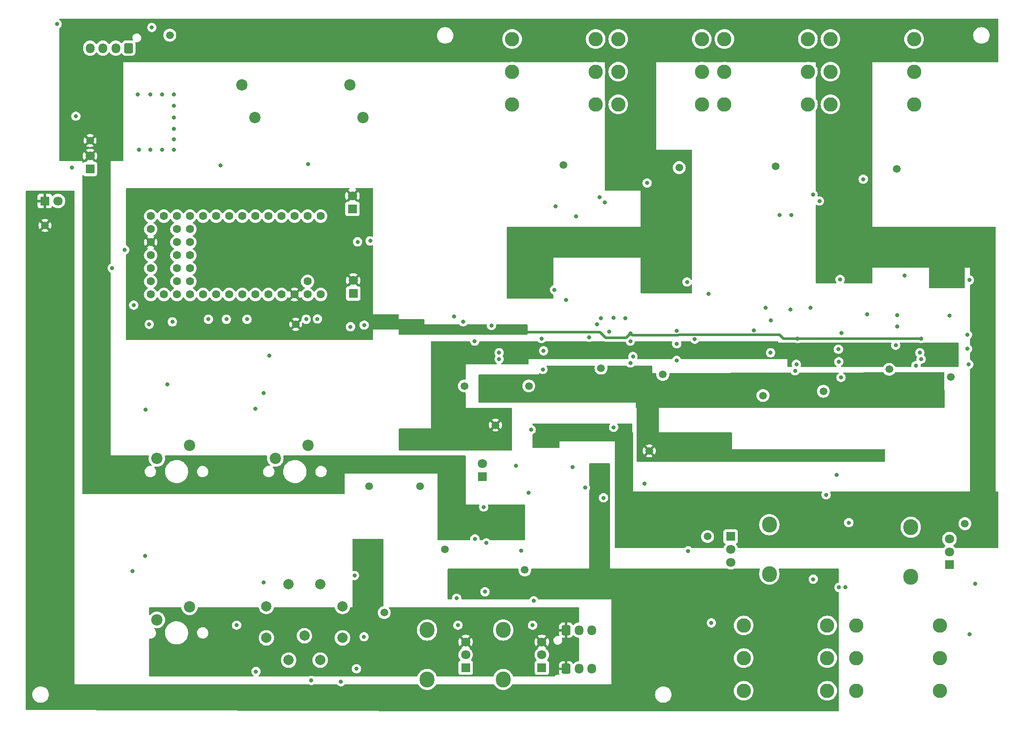
<source format=gbr>
%TF.GenerationSoftware,KiCad,Pcbnew,7.0.8*%
%TF.CreationDate,2024-03-08T11:10:07-05:00*%
%TF.ProjectId,Quad Joystick Mixer,51756164-204a-46f7-9973-7469636b204d,rev?*%
%TF.SameCoordinates,Original*%
%TF.FileFunction,Copper,L3,Inr*%
%TF.FilePolarity,Positive*%
%FSLAX46Y46*%
G04 Gerber Fmt 4.6, Leading zero omitted, Abs format (unit mm)*
G04 Created by KiCad (PCBNEW 7.0.8) date 2024-03-08 11:10:07*
%MOMM*%
%LPD*%
G01*
G04 APERTURE LIST*
G04 Aperture macros list*
%AMRoundRect*
0 Rectangle with rounded corners*
0 $1 Rounding radius*
0 $2 $3 $4 $5 $6 $7 $8 $9 X,Y pos of 4 corners*
0 Add a 4 corners polygon primitive as box body*
4,1,4,$2,$3,$4,$5,$6,$7,$8,$9,$2,$3,0*
0 Add four circle primitives for the rounded corners*
1,1,$1+$1,$2,$3*
1,1,$1+$1,$4,$5*
1,1,$1+$1,$6,$7*
1,1,$1+$1,$8,$9*
0 Add four rect primitives between the rounded corners*
20,1,$1+$1,$2,$3,$4,$5,0*
20,1,$1+$1,$4,$5,$6,$7,0*
20,1,$1+$1,$6,$7,$8,$9,0*
20,1,$1+$1,$8,$9,$2,$3,0*%
G04 Aperture macros list end*
%TA.AperFunction,ComponentPad*%
%ADD10C,1.500000*%
%TD*%
%TA.AperFunction,ComponentPad*%
%ADD11C,2.800000*%
%TD*%
%TA.AperFunction,ComponentPad*%
%ADD12R,1.800000X1.800000*%
%TD*%
%TA.AperFunction,ComponentPad*%
%ADD13C,1.800000*%
%TD*%
%TA.AperFunction,ComponentPad*%
%ADD14RoundRect,0.250000X0.600000X0.725000X-0.600000X0.725000X-0.600000X-0.725000X0.600000X-0.725000X0*%
%TD*%
%TA.AperFunction,ComponentPad*%
%ADD15O,1.700000X1.950000*%
%TD*%
%TA.AperFunction,ComponentPad*%
%ADD16C,2.200000*%
%TD*%
%TA.AperFunction,ComponentPad*%
%ADD17O,2.900000X3.100000*%
%TD*%
%TA.AperFunction,ComponentPad*%
%ADD18RoundRect,0.250000X-0.600000X-0.725000X0.600000X-0.725000X0.600000X0.725000X-0.600000X0.725000X0*%
%TD*%
%TA.AperFunction,ComponentPad*%
%ADD19C,2.000000*%
%TD*%
%TA.AperFunction,ComponentPad*%
%ADD20C,1.600000*%
%TD*%
%TA.AperFunction,ViaPad*%
%ADD21C,0.800000*%
%TD*%
%TA.AperFunction,ViaPad*%
%ADD22C,1.500000*%
%TD*%
%TA.AperFunction,Conductor*%
%ADD23C,0.508000*%
%TD*%
G04 APERTURE END LIST*
D10*
%TO.N,+5V*%
%TO.C,TP4*%
X85500000Y-32750000D03*
%TD*%
%TO.N,Net-(J4-PadT)*%
%TO.C,TP16*%
X161988750Y-58011250D03*
%TD*%
%TO.N,Net-(J6-PadT)*%
%TO.C,TP19*%
X203238750Y-58261250D03*
%TD*%
D11*
%TO.N,unconnected-(J4-PadR)*%
%TO.C,J4*%
X152013750Y-39859850D03*
%TO.N,unconnected-(J4-PadRN)*%
X168243750Y-39859850D03*
%TO.N,GND*%
X152013750Y-33509850D03*
X168243750Y-33509850D03*
%TO.N,Net-(J4-PadT)*%
X152013750Y-46209850D03*
X168243750Y-46209850D03*
%TD*%
D12*
%TO.N,Net-(D11-K)*%
%TO.C,D11*%
X146268750Y-118589850D03*
D13*
%TO.N,VCC*%
X146268750Y-116049850D03*
%TD*%
D11*
%TO.N,unconnected-(J3-PadR)*%
%TO.C,J3*%
X235103750Y-153912650D03*
%TO.N,unconnected-(J3-PadRN)*%
X218873750Y-153912650D03*
%TO.N,GND*%
X235103750Y-160262650D03*
X218873750Y-160262650D03*
%TO.N,Net-(C28-Pad1)*%
X235103750Y-147562650D03*
X218873750Y-147562650D03*
%TD*%
D12*
%TO.N,Net-(D7-K)*%
%TO.C,D7*%
X70000000Y-58775000D03*
D13*
%TO.N,+12V*%
X70000000Y-56235000D03*
%TD*%
D14*
%TO.N,+5V*%
%TO.C,J1*%
X77500000Y-35275000D03*
D15*
%TO.N,Earth*%
X75000000Y-35275000D03*
%TO.N,+15V*%
X72500000Y-35275000D03*
%TO.N,-15V*%
X70000000Y-35275000D03*
%TD*%
D12*
%TO.N,Net-(D21-K)*%
%TO.C,D21*%
X121151250Y-82986250D03*
D13*
%TO.N,+3.3V*%
X121151250Y-80446250D03*
%TD*%
D16*
%TO.N,/Teensy/POWER*%
%TO.C,SW6*%
X123000000Y-48750000D03*
%TO.N,Earth*%
X120460000Y-42400000D03*
%TD*%
D11*
%TO.N,unconnected-(J5-PadR)*%
%TO.C,J5*%
X172633750Y-39859850D03*
%TO.N,unconnected-(J5-PadRN)*%
X188863750Y-39859850D03*
%TO.N,GND*%
X172633750Y-33509850D03*
X188863750Y-33509850D03*
%TO.N,Net-(J5-PadT)*%
X172633750Y-46209850D03*
X188863750Y-46209850D03*
%TD*%
D17*
%TO.N,*%
%TO.C,RV2*%
X229488750Y-138061250D03*
X229488750Y-128461250D03*
D12*
%TO.N,Net-(R17-Pad2)*%
X236988750Y-135761250D03*
D13*
%TO.N,/Audio Input/Channel2_Input*%
X236988750Y-133261250D03*
X236988750Y-130761250D03*
%TD*%
D16*
%TO.N,/Teensy/Button_1*%
%TO.C,SW3*%
X112340000Y-112550000D03*
%TO.N,Earth*%
X105990000Y-115090000D03*
%TD*%
D10*
%TO.N,Net-(U16A-+)*%
%TO.C,TP13*%
X200763750Y-102836250D03*
%TD*%
D16*
%TO.N,/Teensy/Button_2*%
%TO.C,SW4*%
X89350000Y-112550000D03*
%TO.N,Earth*%
X83000000Y-115090000D03*
%TD*%
D11*
%TO.N,unconnected-(J6-PadR)*%
%TO.C,J6*%
X193253750Y-39859850D03*
%TO.N,unconnected-(J6-PadRN)*%
X209483750Y-39859850D03*
%TO.N,GND*%
X193253750Y-33509850D03*
X209483750Y-33509850D03*
%TO.N,Net-(J6-PadT)*%
X193253750Y-46209850D03*
X209483750Y-46209850D03*
%TD*%
D18*
%TO.N,+3.3V*%
%TO.C,J9*%
X162500000Y-148475000D03*
D15*
%TO.N,Net-(J9-Pin_2)*%
X165000000Y-148475000D03*
%TO.N,Earth*%
X167500000Y-148475000D03*
%TD*%
D19*
%TO.N,Net-(R62-Pad1)*%
%TO.C,SW2*%
X119049750Y-149973650D03*
%TO.N,Net-(R63-Pad1)*%
X114719750Y-154303650D03*
%TO.N,Net-(R73-Pad1)*%
X108597750Y-154303650D03*
%TO.N,Net-(R74-Pad1)*%
X104267750Y-149973650D03*
%TO.N,Net-(R75-Pad1)*%
X104267750Y-143851650D03*
%TO.N,Net-(R76-Pad1)*%
X108597750Y-139521650D03*
%TO.N,Net-(R77-Pad1)*%
X114719750Y-139521650D03*
%TO.N,unconnected-(SW2-Pad8)*%
X119049750Y-143851650D03*
%TO.N,/Teensy/Channel Selection*%
X111658750Y-149562650D03*
%TD*%
D10*
%TO.N,VCC*%
%TO.C,TP5*%
X148768750Y-108589850D03*
%TD*%
%TO.N,-12V*%
%TO.C,TP3*%
X61250000Y-69750000D03*
%TD*%
D17*
%TO.N,*%
%TO.C,RV1*%
X201988750Y-127961250D03*
X201988750Y-137561250D03*
D12*
%TO.N,Net-(R16-Pad2)*%
X194488750Y-130261250D03*
D13*
%TO.N,/Audio Input/Channel1_Input*%
X194488750Y-132761250D03*
X194488750Y-135261250D03*
%TD*%
D10*
%TO.N,Net-(J7-PadT)*%
%TO.C,TP18*%
X226738750Y-58761250D03*
%TD*%
D17*
%TO.N,*%
%TO.C,RV4*%
X150288750Y-158061250D03*
X150288750Y-148461250D03*
D12*
%TO.N,Earth*%
X157788750Y-155761250D03*
D13*
%TO.N,Net-(J9-Pin_2)*%
X157788750Y-153261250D03*
%TO.N,+3.3V*%
X157788750Y-150761250D03*
%TD*%
D10*
%TO.N,/Teensy/CD_Control*%
%TO.C,TP21*%
X154488750Y-136761250D03*
%TD*%
%TO.N,+3.3V*%
%TO.C,TP1*%
X109960057Y-88984230D03*
%TD*%
D16*
%TO.N,/Teensy/PROGRAM*%
%TO.C,SW7*%
X102000000Y-48750000D03*
%TO.N,Earth*%
X99460000Y-42400000D03*
%TD*%
D10*
%TO.N,/Audio Input/Channel1_Input*%
%TO.C,TP6*%
X189988750Y-130261250D03*
%TD*%
%TO.N,Net-(U13-W0)*%
%TO.C,TP9*%
X225288750Y-97741250D03*
%TD*%
%TO.N,Net-(J5-PadT)*%
%TO.C,TP17*%
X184488750Y-58511250D03*
%TD*%
%TO.N,+12V*%
%TO.C,TP2*%
X70000000Y-53250000D03*
%TD*%
%TO.N,/Teensy/Channel Selection*%
%TO.C,TP22*%
X127158750Y-145062650D03*
%TD*%
D18*
%TO.N,+3.3V*%
%TO.C,J8*%
X162500000Y-156000000D03*
D15*
%TO.N,Net-(J8-Pin_2)*%
X165000000Y-156000000D03*
%TO.N,Earth*%
X167500000Y-156000000D03*
%TD*%
D10*
%TO.N,Net-(U10B-+)*%
%TO.C,TP14*%
X155251250Y-100971250D03*
%TD*%
D17*
%TO.N,*%
%TO.C,RV3*%
X135488750Y-158061250D03*
X135488750Y-148461250D03*
D12*
%TO.N,Earth*%
X142988750Y-155761250D03*
D13*
%TO.N,Net-(J8-Pin_2)*%
X142988750Y-153261250D03*
%TO.N,+3.3V*%
X142988750Y-150761250D03*
%TD*%
D10*
%TO.N,/Audio Input/Channel2_Input*%
%TO.C,TP7*%
X239988750Y-127761250D03*
%TD*%
%TO.N,Net-(U16B-+)*%
%TO.C,TP15*%
X212488750Y-102011250D03*
%TD*%
D16*
%TO.N,/Teensy/Button_3*%
%TO.C,SW5*%
X89350000Y-143925000D03*
%TO.N,Earth*%
X83000000Y-146465000D03*
%TD*%
D10*
%TO.N,VDD*%
%TO.C,TP23*%
X178668750Y-113589850D03*
%TD*%
D11*
%TO.N,unconnected-(J7-PadR)*%
%TO.C,J7*%
X213873750Y-39859850D03*
%TO.N,unconnected-(J7-PadRN)*%
X230103750Y-39859850D03*
%TO.N,GND*%
X213873750Y-33509850D03*
X230103750Y-33509850D03*
%TO.N,Net-(J7-PadT)*%
X213873750Y-46209850D03*
X230103750Y-46209850D03*
%TD*%
D10*
%TO.N,Net-(U10A-+)*%
%TO.C,TP12*%
X142751250Y-100971250D03*
%TD*%
D12*
%TO.N,-12V*%
%TO.C,D9*%
X61225000Y-65000000D03*
D13*
%TO.N,Net-(D9-A)*%
X63765000Y-65000000D03*
%TD*%
D11*
%TO.N,unconnected-(J2-PadR)*%
%TO.C,J2*%
X213238750Y-153912650D03*
%TO.N,unconnected-(J2-PadRN)*%
X197008750Y-153912650D03*
%TO.N,GND*%
X213238750Y-160262650D03*
X197008750Y-160262650D03*
%TO.N,Net-(C24-Pad1)*%
X213238750Y-147562650D03*
X197008750Y-147562650D03*
%TD*%
D10*
%TO.N,Net-(U6B-+)*%
%TO.C,TP10*%
X181288750Y-98741250D03*
%TD*%
%TO.N,Net-(U13-W1)*%
%TO.C,TP11*%
X237288750Y-99241250D03*
%TD*%
%TO.N,Net-(U6A-+)*%
%TO.C,TP8*%
X169288750Y-97511250D03*
%TD*%
D20*
%TO.N,Earth*%
%TO.C,U20*%
X114813750Y-67942650D03*
%TO.N,unconnected-(U20-0_RX1_CRX2_CS1-Pad2)*%
X112273750Y-67942650D03*
%TO.N,unconnected-(U20-1_TX1_CTX2_MISO1-Pad3)*%
X109733750Y-67942650D03*
%TO.N,/Teensy/LED_1*%
X107193750Y-67942650D03*
%TO.N,/Teensy/LED_2*%
X104653750Y-67942650D03*
%TO.N,unconnected-(U20-4_BCLK2-Pad6)*%
X102113750Y-67942650D03*
%TO.N,unconnected-(U20-5_IN2-Pad7)*%
X99573750Y-67942650D03*
%TO.N,/Teensy/Button_3*%
X97033750Y-67942650D03*
%TO.N,/Teensy/Button_1*%
X94493750Y-67942650D03*
%TO.N,/Teensy/Button_2*%
X91953750Y-67942650D03*
%TO.N,unconnected-(U20-9_OUT1C-Pad11)*%
X89413750Y-67942650D03*
%TO.N,unconnected-(U20-10_CS_MQSR-Pad12)*%
X86873750Y-67942650D03*
%TO.N,unconnected-(U20-11_MOSI_CTX1-Pad13)*%
X84333750Y-67942650D03*
%TO.N,unconnected-(U20-12_MISO_MQSL-Pad14)*%
X81793750Y-67942650D03*
%TO.N,unconnected-(U20-VBAT-Pad15)*%
X81793750Y-70482650D03*
%TO.N,+3.3V*%
X81793750Y-73022650D03*
%TO.N,Earth*%
X81793750Y-75562650D03*
%TO.N,/Teensy/PROGRAM*%
X81793750Y-78102650D03*
%TO.N,/Teensy/POWER*%
X81793750Y-80642650D03*
%TO.N,unconnected-(U20-13_SCK_CRX1_LED-Pad20)*%
X81793750Y-83182650D03*
%TO.N,/Teensy/Channel Selection*%
X84333750Y-83182650D03*
%TO.N,/Teensy/AB_Control*%
X86873750Y-83182650D03*
%TO.N,/SCL1*%
X89413750Y-83182650D03*
%TO.N,/SDA1*%
X91953750Y-83182650D03*
%TO.N,/SDA0*%
X94493750Y-83182650D03*
%TO.N,/SCL0*%
X97033750Y-83182650D03*
%TO.N,/Teensy/CD_Control*%
X99573750Y-83182650D03*
%TO.N,unconnected-(U20-21_A7_RX5_BCLK1-Pad28)*%
X102113750Y-83182650D03*
%TO.N,unconnected-(U20-22_A8_CTX1-Pad29)*%
X104653750Y-83182650D03*
%TO.N,unconnected-(U20-23_A9_CRX1_MCLK1-Pad30)*%
X107193750Y-83182650D03*
%TO.N,+3.3V*%
X109733750Y-83182650D03*
%TO.N,Earth*%
X112273750Y-83182650D03*
%TO.N,+5V*%
X114813750Y-83182650D03*
%TO.N,unconnected-(U20-VUSB-Pad34)*%
X112273750Y-80642650D03*
%TO.N,unconnected-(U20-24_A10_TX6_SCL2-Pad35)*%
X86873750Y-80642650D03*
%TO.N,unconnected-(U20-25_A11_RX6_SDA2-Pad36)*%
X89413750Y-80642650D03*
%TO.N,unconnected-(U20-26_A12_MOSI1-Pad37)*%
X86873750Y-78102650D03*
%TO.N,unconnected-(U20-27_A13_SCK1-Pad38)*%
X89413750Y-78102650D03*
%TO.N,unconnected-(U20-28_RX7-Pad39)*%
X86873750Y-75562650D03*
%TO.N,unconnected-(U20-29_TX7-Pad40)*%
X89413750Y-75562650D03*
%TO.N,unconnected-(U20-30_CRX3-Pad41)*%
X86873750Y-73022650D03*
%TO.N,unconnected-(U20-31_CTX3-Pad42)*%
X89413750Y-73022650D03*
%TO.N,unconnected-(U20-32_OUT1B-Pad43)*%
X86873750Y-70482650D03*
%TO.N,unconnected-(U20-33_MCLK2-Pad44)*%
X89413750Y-70482650D03*
%TD*%
D10*
%TO.N,/Teensy/AB_Control*%
%TO.C,TP20*%
X138988750Y-132761250D03*
%TD*%
D12*
%TO.N,Net-(D20-K)*%
%TO.C,D20*%
X120988750Y-66536250D03*
D13*
%TO.N,+3.3V*%
X120988750Y-63996250D03*
%TD*%
D21*
%TO.N,Earth*%
X81750000Y-44250000D03*
X103767750Y-139232250D03*
X74290150Y-78062650D03*
X114172557Y-87945057D03*
X102238750Y-156511250D03*
X82000000Y-31250000D03*
X86250000Y-44250000D03*
X81750000Y-55000000D03*
X147000000Y-131500000D03*
X124436250Y-72759850D03*
X78230000Y-137005000D03*
X66500000Y-58500000D03*
X98488750Y-147511250D03*
X84000000Y-55000000D03*
X84000000Y-44250000D03*
X141238750Y-142261250D03*
X79500000Y-55000000D03*
X80730000Y-134005000D03*
X80775000Y-105590000D03*
X123238750Y-149761250D03*
X120598750Y-89459850D03*
X86250000Y-53000000D03*
X144788750Y-130711250D03*
X123276250Y-89137350D03*
X78488750Y-85261250D03*
X112988750Y-158261250D03*
X118738750Y-158511250D03*
X103690000Y-102395000D03*
X95380000Y-58100000D03*
X86250000Y-51000000D03*
X86250000Y-55000000D03*
X121398350Y-137851650D03*
X121988750Y-72957350D03*
X112380000Y-57850000D03*
X121767750Y-155982250D03*
X86250000Y-48750000D03*
X146738750Y-141011250D03*
X76750000Y-74500000D03*
D22*
X124250000Y-120500000D03*
D21*
X102150000Y-105435000D03*
X111997557Y-88002443D03*
X86250000Y-46500000D03*
X155988750Y-147511250D03*
X141488750Y-147511250D03*
X67250000Y-48500000D03*
X79250000Y-44250000D03*
X85000000Y-100700000D03*
X156238750Y-142761250D03*
X153738750Y-133011250D03*
X63600000Y-30600000D03*
%TO.N,+12V*%
X150000000Y-130000000D03*
X72000000Y-51500000D03*
X159217350Y-111989850D03*
X174000000Y-60000000D03*
X183000000Y-81000000D03*
X154000000Y-82000000D03*
X171604850Y-111127350D03*
X213000000Y-78000000D03*
X216000000Y-59000000D03*
X151674775Y-125825225D03*
X68500000Y-51500000D03*
X236813750Y-78186250D03*
X219501250Y-127501250D03*
X72000000Y-53250000D03*
%TO.N,-12V*%
X141500000Y-140500000D03*
X174000000Y-87800000D03*
X206091250Y-86108750D03*
X58500000Y-64750000D03*
X168000000Y-121000000D03*
X226800000Y-87200000D03*
X206238750Y-67761250D03*
X148000000Y-89200000D03*
X212000000Y-139000000D03*
X164400000Y-68000000D03*
%TO.N,GND*%
X240738750Y-96761250D03*
X152738750Y-116511250D03*
X215523750Y-140161250D03*
X215913750Y-99336250D03*
X216723750Y-140161250D03*
X168988750Y-64261250D03*
X211738750Y-65011250D03*
X171701250Y-87723750D03*
X240488750Y-93761250D03*
X190723750Y-147061250D03*
X160488750Y-66011250D03*
X157738750Y-91761250D03*
X190198750Y-83051250D03*
X209988750Y-85761250D03*
X236988750Y-87261250D03*
X183968750Y-96011250D03*
X210488750Y-63761250D03*
X170890163Y-90385243D03*
X213023750Y-122161250D03*
X169768750Y-122731250D03*
X215413750Y-93836250D03*
X140750000Y-87471250D03*
X230488750Y-97011250D03*
X186223750Y-133061250D03*
X163768750Y-116731250D03*
X220238750Y-60761250D03*
X215738750Y-80261250D03*
X226543750Y-93066250D03*
X171738750Y-109011250D03*
X142500000Y-88500000D03*
X158123750Y-94146250D03*
X242023750Y-139411250D03*
X215073750Y-118311250D03*
X203988750Y-67761250D03*
X169988750Y-65261250D03*
X183968750Y-90281250D03*
X202316250Y-88183750D03*
X169238750Y-87761250D03*
X210523750Y-138561250D03*
X240873750Y-149261250D03*
D22*
X134100000Y-120500000D03*
D21*
X174988750Y-96511250D03*
X240853750Y-80376250D03*
X162488750Y-84261250D03*
X144738750Y-92261250D03*
X178238750Y-61511250D03*
X240488750Y-91011250D03*
X228238750Y-79511250D03*
X177768750Y-119981250D03*
X160238750Y-82261250D03*
X226836250Y-89413750D03*
X215488750Y-96261250D03*
X202238750Y-94511250D03*
X146488750Y-124511250D03*
X201238750Y-85761250D03*
X157988750Y-97761250D03*
X183988750Y-92761250D03*
X155238750Y-121761250D03*
X185988750Y-80761250D03*
X166238750Y-120761250D03*
X155717350Y-109489850D03*
X217426250Y-127563750D03*
%TO.N,/Audio Input/Channel1_Input*%
X167000000Y-91500000D03*
X187500000Y-91861750D03*
%TO.N,/Audio Input/Channel2_Input*%
X199000000Y-90154750D03*
X216000000Y-90646250D03*
%TO.N,VCC*%
X154226250Y-96191750D03*
X180488750Y-94261250D03*
X206738750Y-95011250D03*
X236726250Y-95248750D03*
%TO.N,+3.3V*%
X124000000Y-132000000D03*
X125500000Y-141500000D03*
X154250000Y-90000000D03*
X175000000Y-90775500D03*
X231488750Y-91761250D03*
X125800000Y-132000000D03*
X101500000Y-91000000D03*
X207488750Y-91761250D03*
X106500000Y-91000000D03*
X104000000Y-91000000D03*
X122200000Y-132000000D03*
%TO.N,/Audio Output/A*%
X221000000Y-87000000D03*
X168500000Y-89000000D03*
%TO.N,/Teensy/Button_1*%
X104800000Y-95100000D03*
%TO.N,/Teensy/Button_2*%
X81500000Y-89000000D03*
%TO.N,VDD*%
X179738750Y-111011250D03*
X233738750Y-102261250D03*
X209238750Y-104761250D03*
X174988750Y-98011250D03*
X177238750Y-111011250D03*
X230988750Y-99261250D03*
X151738750Y-102511250D03*
X148725036Y-100247536D03*
X177738750Y-101011250D03*
X206488750Y-101511250D03*
X221000000Y-114000000D03*
X208000000Y-114000000D03*
%TO.N,/SCL0*%
X100500000Y-88000000D03*
X174988750Y-92261250D03*
X149488750Y-94511250D03*
%TO.N,/SDA0*%
X149488750Y-95761250D03*
X175488750Y-95261250D03*
X96500000Y-88000000D03*
%TO.N,/SDA1*%
X93000000Y-88000000D03*
X206988750Y-98011250D03*
X231488750Y-95761250D03*
%TO.N,/SCL1*%
X207238750Y-96761250D03*
X86000000Y-88500000D03*
X231238750Y-94511250D03*
%TD*%
D23*
%TO.N,+3.3V*%
X204738750Y-91761250D02*
X207488750Y-91761250D01*
X154761250Y-90511250D02*
X154250000Y-90000000D01*
X203985750Y-91008250D02*
X204738750Y-91761250D01*
X175359750Y-91135250D02*
X184322489Y-91135250D01*
X174175500Y-91600000D02*
X170200000Y-91600000D01*
X169111250Y-90511250D02*
X154761250Y-90511250D01*
X207488750Y-91761250D02*
X231488750Y-91761250D01*
X184449489Y-91008250D02*
X203985750Y-91008250D01*
X175000000Y-90775500D02*
X175359750Y-91135250D01*
X184322489Y-91135250D02*
X184449489Y-91008250D01*
X175000000Y-90775500D02*
X174175500Y-91600000D01*
X170200000Y-91600000D02*
X169111250Y-90511250D01*
%TD*%
%TA.AperFunction,Conductor*%
%TO.N,+3.3V*%
G36*
X126943039Y-130719685D02*
G01*
X126988794Y-130772489D01*
X127000000Y-130824000D01*
X127000000Y-143715424D01*
X126980315Y-143782463D01*
X126927511Y-143828218D01*
X126908094Y-143835199D01*
X126729425Y-143883073D01*
X126729418Y-143883076D01*
X126531111Y-143975548D01*
X126531107Y-143975550D01*
X126351871Y-144101052D01*
X126197152Y-144255771D01*
X126071650Y-144435007D01*
X126071648Y-144435011D01*
X125979176Y-144633318D01*
X125979172Y-144633327D01*
X125922543Y-144844670D01*
X125922543Y-144844674D01*
X125908954Y-145000000D01*
X121000000Y-145000000D01*
X121000000Y-138840723D01*
X121019685Y-138773684D01*
X121072489Y-138727929D01*
X121141647Y-138717985D01*
X121149782Y-138719433D01*
X121303704Y-138752150D01*
X121303705Y-138752150D01*
X121492994Y-138752150D01*
X121492996Y-138752150D01*
X121678153Y-138712794D01*
X121851080Y-138635801D01*
X122004221Y-138524538D01*
X122130883Y-138383866D01*
X122225529Y-138219934D01*
X122284024Y-138039906D01*
X122303810Y-137851650D01*
X122284024Y-137663394D01*
X122225529Y-137483366D01*
X122130883Y-137319434D01*
X122004221Y-137178762D01*
X122004220Y-137178761D01*
X121851084Y-137067501D01*
X121851079Y-137067498D01*
X121678157Y-136990507D01*
X121678152Y-136990505D01*
X121532351Y-136959515D01*
X121492996Y-136951150D01*
X121303704Y-136951150D01*
X121187653Y-136975816D01*
X121149780Y-136983867D01*
X121080113Y-136978550D01*
X121024380Y-136936412D01*
X121000275Y-136870832D01*
X121000000Y-136862576D01*
X121000000Y-130824000D01*
X121019685Y-130756961D01*
X121072489Y-130711206D01*
X121124000Y-130700000D01*
X126876000Y-130700000D01*
X126943039Y-130719685D01*
G37*
%TD.AperFunction*%
%TD*%
%TA.AperFunction,Conductor*%
%TO.N,-12V*%
G36*
X170943039Y-116019685D02*
G01*
X170988794Y-116072489D01*
X171000000Y-116124000D01*
X171000000Y-124000000D01*
X171000000Y-139000000D01*
X167000000Y-139000000D01*
X167000000Y-127000000D01*
X167000000Y-122731250D01*
X168863290Y-122731250D01*
X168883076Y-122919506D01*
X168883077Y-122919509D01*
X168941568Y-123099527D01*
X168941571Y-123099534D01*
X169036217Y-123263466D01*
X169162879Y-123404138D01*
X169316015Y-123515398D01*
X169316020Y-123515401D01*
X169488942Y-123592392D01*
X169488947Y-123592394D01*
X169674104Y-123631750D01*
X169674105Y-123631750D01*
X169863394Y-123631750D01*
X169863396Y-123631750D01*
X170048553Y-123592394D01*
X170221480Y-123515401D01*
X170374621Y-123404138D01*
X170501283Y-123263466D01*
X170595929Y-123099534D01*
X170654424Y-122919506D01*
X170674210Y-122731250D01*
X170654424Y-122542994D01*
X170595929Y-122362966D01*
X170501283Y-122199034D01*
X170374621Y-122058362D01*
X170374620Y-122058361D01*
X170221484Y-121947101D01*
X170221479Y-121947098D01*
X170048557Y-121870107D01*
X170048552Y-121870105D01*
X169902751Y-121839115D01*
X169863396Y-121830750D01*
X169674104Y-121830750D01*
X169641647Y-121837648D01*
X169488947Y-121870105D01*
X169488942Y-121870107D01*
X169316020Y-121947098D01*
X169316015Y-121947101D01*
X169162879Y-122058361D01*
X169036216Y-122199035D01*
X168941571Y-122362965D01*
X168941568Y-122362972D01*
X168883077Y-122542990D01*
X168883076Y-122542994D01*
X168863290Y-122731250D01*
X167000000Y-122731250D01*
X167000000Y-121276951D01*
X167016612Y-121214952D01*
X167065929Y-121129534D01*
X167124424Y-120949506D01*
X167144210Y-120761250D01*
X167124424Y-120572994D01*
X167065929Y-120392966D01*
X167065928Y-120392964D01*
X167016613Y-120307547D01*
X167000000Y-120245547D01*
X167000000Y-116124000D01*
X167019685Y-116056961D01*
X167072489Y-116011206D01*
X167124000Y-116000000D01*
X170876000Y-116000000D01*
X170943039Y-116019685D01*
G37*
%TD.AperFunction*%
%TD*%
%TA.AperFunction,Conductor*%
%TO.N,+12V*%
G36*
X170805573Y-34046643D02*
G01*
X170805575Y-34046651D01*
X170877499Y-34239485D01*
X170900580Y-34301369D01*
X171030859Y-34539957D01*
X171030860Y-34539958D01*
X171030863Y-34539963D01*
X171193779Y-34757592D01*
X171193783Y-34757596D01*
X171193788Y-34757602D01*
X171385997Y-34949811D01*
X171386003Y-34949816D01*
X171386008Y-34949821D01*
X171603637Y-35112737D01*
X171603641Y-35112739D01*
X171603642Y-35112740D01*
X171842231Y-35243019D01*
X171842230Y-35243019D01*
X171842234Y-35243020D01*
X171842237Y-35243022D01*
X172096949Y-35338025D01*
X172362590Y-35395811D01*
X172614355Y-35413817D01*
X172633749Y-35415205D01*
X172633750Y-35415205D01*
X172633751Y-35415205D01*
X172651850Y-35413910D01*
X172904910Y-35395811D01*
X173170551Y-35338025D01*
X173425263Y-35243022D01*
X173425267Y-35243019D01*
X173425269Y-35243019D01*
X173544563Y-35177879D01*
X173663863Y-35112737D01*
X173881492Y-34949821D01*
X174073721Y-34757592D01*
X174236637Y-34539963D01*
X174366922Y-34301363D01*
X174461925Y-34046651D01*
X174472073Y-34000000D01*
X180000000Y-34000000D01*
X180000000Y-55000000D01*
X177000000Y-55000000D01*
X177000000Y-63000000D01*
X170124000Y-63000000D01*
X170056961Y-62980315D01*
X170011206Y-62927511D01*
X170000000Y-62876000D01*
X170000000Y-46961861D01*
X170007818Y-46918528D01*
X170010185Y-46912180D01*
X170071925Y-46746651D01*
X170129711Y-46481010D01*
X170149105Y-46209851D01*
X170728395Y-46209851D01*
X170747789Y-46481010D01*
X170747790Y-46481017D01*
X170805573Y-46746643D01*
X170805575Y-46746651D01*
X170869682Y-46918528D01*
X170900580Y-47001369D01*
X171030859Y-47239957D01*
X171030860Y-47239958D01*
X171030863Y-47239963D01*
X171193779Y-47457592D01*
X171193783Y-47457596D01*
X171193788Y-47457602D01*
X171385997Y-47649811D01*
X171386003Y-47649816D01*
X171386008Y-47649821D01*
X171603637Y-47812737D01*
X171603641Y-47812739D01*
X171603642Y-47812740D01*
X171842231Y-47943019D01*
X171842230Y-47943019D01*
X171842234Y-47943020D01*
X171842237Y-47943022D01*
X172096949Y-48038025D01*
X172362590Y-48095811D01*
X172614355Y-48113817D01*
X172633749Y-48115205D01*
X172633750Y-48115205D01*
X172633751Y-48115205D01*
X172651850Y-48113910D01*
X172904910Y-48095811D01*
X173170551Y-48038025D01*
X173425263Y-47943022D01*
X173425267Y-47943019D01*
X173425269Y-47943019D01*
X173544563Y-47877879D01*
X173663863Y-47812737D01*
X173881492Y-47649821D01*
X174073721Y-47457592D01*
X174236637Y-47239963D01*
X174366922Y-47001363D01*
X174461925Y-46746651D01*
X174519711Y-46481010D01*
X174539105Y-46209850D01*
X174519711Y-45938690D01*
X174461925Y-45673049D01*
X174366922Y-45418337D01*
X174366920Y-45418334D01*
X174366919Y-45418330D01*
X174236640Y-45179742D01*
X174236639Y-45179741D01*
X174236637Y-45179737D01*
X174073721Y-44962108D01*
X174073716Y-44962103D01*
X174073711Y-44962097D01*
X173881502Y-44769888D01*
X173881496Y-44769883D01*
X173881492Y-44769879D01*
X173663863Y-44606963D01*
X173663858Y-44606960D01*
X173663857Y-44606959D01*
X173425268Y-44476680D01*
X173425269Y-44476680D01*
X173375670Y-44458180D01*
X173170551Y-44381675D01*
X173170544Y-44381673D01*
X173170543Y-44381673D01*
X172904917Y-44323890D01*
X172904910Y-44323889D01*
X172633751Y-44304495D01*
X172633749Y-44304495D01*
X172362589Y-44323889D01*
X172362582Y-44323890D01*
X172096956Y-44381673D01*
X172096952Y-44381674D01*
X172096949Y-44381675D01*
X171969593Y-44429176D01*
X171842230Y-44476680D01*
X171603642Y-44606959D01*
X171603641Y-44606960D01*
X171386009Y-44769878D01*
X171385997Y-44769888D01*
X171193788Y-44962097D01*
X171193778Y-44962109D01*
X171030860Y-45179741D01*
X171030859Y-45179742D01*
X170900580Y-45418330D01*
X170869682Y-45501171D01*
X170805575Y-45673049D01*
X170805574Y-45673052D01*
X170805573Y-45673056D01*
X170747790Y-45938682D01*
X170747789Y-45938689D01*
X170728395Y-46209848D01*
X170728395Y-46209851D01*
X170149105Y-46209851D01*
X170149105Y-46209850D01*
X170129711Y-45938690D01*
X170071925Y-45673049D01*
X170007818Y-45501171D01*
X170000000Y-45457838D01*
X170000000Y-40611861D01*
X170007818Y-40568528D01*
X170010185Y-40562180D01*
X170071925Y-40396651D01*
X170129711Y-40131010D01*
X170149105Y-39859851D01*
X170728395Y-39859851D01*
X170747789Y-40131010D01*
X170747790Y-40131017D01*
X170805573Y-40396643D01*
X170805575Y-40396651D01*
X170869682Y-40568528D01*
X170900580Y-40651369D01*
X171030859Y-40889957D01*
X171030860Y-40889958D01*
X171030863Y-40889963D01*
X171193779Y-41107592D01*
X171193783Y-41107596D01*
X171193788Y-41107602D01*
X171385997Y-41299811D01*
X171386003Y-41299816D01*
X171386008Y-41299821D01*
X171603637Y-41462737D01*
X171603641Y-41462739D01*
X171603642Y-41462740D01*
X171842231Y-41593019D01*
X171842230Y-41593019D01*
X171842234Y-41593020D01*
X171842237Y-41593022D01*
X172096949Y-41688025D01*
X172362590Y-41745811D01*
X172614355Y-41763817D01*
X172633749Y-41765205D01*
X172633750Y-41765205D01*
X172633751Y-41765205D01*
X172651850Y-41763910D01*
X172904910Y-41745811D01*
X173170551Y-41688025D01*
X173425263Y-41593022D01*
X173425267Y-41593019D01*
X173425269Y-41593019D01*
X173544563Y-41527879D01*
X173663863Y-41462737D01*
X173881492Y-41299821D01*
X174073721Y-41107592D01*
X174236637Y-40889963D01*
X174366922Y-40651363D01*
X174461925Y-40396651D01*
X174519711Y-40131010D01*
X174539105Y-39859850D01*
X174519711Y-39588690D01*
X174461925Y-39323049D01*
X174366922Y-39068337D01*
X174366920Y-39068334D01*
X174366919Y-39068330D01*
X174236640Y-38829742D01*
X174236639Y-38829741D01*
X174236637Y-38829737D01*
X174073721Y-38612108D01*
X174073716Y-38612103D01*
X174073711Y-38612097D01*
X173881502Y-38419888D01*
X173881496Y-38419883D01*
X173881492Y-38419879D01*
X173663863Y-38256963D01*
X173663858Y-38256960D01*
X173663857Y-38256959D01*
X173425268Y-38126680D01*
X173425269Y-38126680D01*
X173375670Y-38108180D01*
X173170551Y-38031675D01*
X173170544Y-38031673D01*
X173170543Y-38031673D01*
X172904917Y-37973890D01*
X172904910Y-37973889D01*
X172633751Y-37954495D01*
X172633749Y-37954495D01*
X172362589Y-37973889D01*
X172362582Y-37973890D01*
X172096956Y-38031673D01*
X172096952Y-38031674D01*
X172096949Y-38031675D01*
X171969593Y-38079176D01*
X171842230Y-38126680D01*
X171603642Y-38256959D01*
X171603641Y-38256960D01*
X171386009Y-38419878D01*
X171385997Y-38419888D01*
X171193788Y-38612097D01*
X171193778Y-38612109D01*
X171030860Y-38829741D01*
X171030859Y-38829742D01*
X170900580Y-39068330D01*
X170869682Y-39151171D01*
X170805575Y-39323049D01*
X170805574Y-39323052D01*
X170805573Y-39323056D01*
X170747790Y-39588682D01*
X170747789Y-39588689D01*
X170728395Y-39859848D01*
X170728395Y-39859851D01*
X170149105Y-39859851D01*
X170149105Y-39859850D01*
X170129711Y-39588690D01*
X170071925Y-39323049D01*
X170007818Y-39151171D01*
X170000000Y-39107838D01*
X170000000Y-38000000D01*
X170000000Y-34239488D01*
X170071925Y-34046651D01*
X170082073Y-34000000D01*
X170795426Y-34000000D01*
X170805573Y-34046643D01*
G37*
%TD.AperFunction*%
%TD*%
%TA.AperFunction,Conductor*%
%TO.N,+12V*%
G36*
X245943039Y-70019685D02*
G01*
X245988794Y-70072489D01*
X246000000Y-70124000D01*
X246000000Y-127000000D01*
X241000000Y-127000000D01*
X241000000Y-97711180D01*
X241019685Y-97644141D01*
X241072489Y-97598386D01*
X241073525Y-97597918D01*
X241191480Y-97545401D01*
X241344621Y-97434138D01*
X241471283Y-97293466D01*
X241565929Y-97129534D01*
X241624424Y-96949506D01*
X241644210Y-96761250D01*
X241624424Y-96572994D01*
X241565929Y-96392966D01*
X241471283Y-96229034D01*
X241344621Y-96088362D01*
X241344620Y-96088361D01*
X241191484Y-95977101D01*
X241191482Y-95977100D01*
X241073563Y-95924598D01*
X241020327Y-95879347D01*
X241000006Y-95812498D01*
X241000000Y-95811319D01*
X241000000Y-94566065D01*
X241019685Y-94499026D01*
X241051115Y-94465747D01*
X241062903Y-94457181D01*
X241094621Y-94434138D01*
X241221283Y-94293466D01*
X241315929Y-94129534D01*
X241374424Y-93949506D01*
X241394210Y-93761250D01*
X241374424Y-93572994D01*
X241315929Y-93392966D01*
X241221283Y-93229034D01*
X241094621Y-93088362D01*
X241064186Y-93066250D01*
X241051115Y-93056753D01*
X241008449Y-93001423D01*
X241000000Y-92956435D01*
X241000000Y-91816065D01*
X241019685Y-91749026D01*
X241051115Y-91715747D01*
X241062903Y-91707181D01*
X241094621Y-91684138D01*
X241221283Y-91543466D01*
X241315929Y-91379534D01*
X241374424Y-91199506D01*
X241394210Y-91011250D01*
X241374424Y-90822994D01*
X241315929Y-90642966D01*
X241221283Y-90479034D01*
X241094621Y-90338362D01*
X241051115Y-90306753D01*
X241008449Y-90251423D01*
X241000000Y-90206435D01*
X241000000Y-81366194D01*
X241019685Y-81299155D01*
X241072489Y-81253400D01*
X241098209Y-81244906D01*
X241133553Y-81237394D01*
X241306480Y-81160401D01*
X241459621Y-81049138D01*
X241586283Y-80908466D01*
X241680929Y-80744534D01*
X241739424Y-80564506D01*
X241759210Y-80376250D01*
X241739424Y-80187994D01*
X241680929Y-80007966D01*
X241586283Y-79844034D01*
X241459621Y-79703362D01*
X241454314Y-79699506D01*
X241306484Y-79592101D01*
X241306479Y-79592098D01*
X241133557Y-79515107D01*
X241133553Y-79515106D01*
X241098218Y-79507595D01*
X241036736Y-79474402D01*
X241002960Y-79413239D01*
X241000000Y-79386305D01*
X241000000Y-78000000D01*
X240000000Y-78000000D01*
X233000000Y-78000000D01*
X222000000Y-78000000D01*
X222000000Y-70000000D01*
X245876000Y-70000000D01*
X245943039Y-70019685D01*
G37*
%TD.AperFunction*%
%TD*%
%TA.AperFunction,Conductor*%
%TO.N,+3.3V*%
G36*
X86221016Y-71613218D02*
G01*
X86279025Y-71640268D01*
X86331464Y-71686441D01*
X86350616Y-71753634D01*
X86330400Y-71820515D01*
X86279025Y-71865032D01*
X86221017Y-71892081D01*
X86221015Y-71892082D01*
X86034608Y-72022604D01*
X85873704Y-72183508D01*
X85743182Y-72369915D01*
X85743181Y-72369917D01*
X85647011Y-72576152D01*
X85647008Y-72576161D01*
X85588116Y-72795952D01*
X85588114Y-72795963D01*
X85568282Y-73022648D01*
X85568282Y-73022651D01*
X85588114Y-73249336D01*
X85588116Y-73249347D01*
X85647008Y-73469138D01*
X85647011Y-73469147D01*
X85743181Y-73675382D01*
X85743182Y-73675384D01*
X85873704Y-73861791D01*
X86034608Y-74022695D01*
X86034611Y-74022697D01*
X86221016Y-74153218D01*
X86278431Y-74179991D01*
X86279025Y-74180268D01*
X86331464Y-74226441D01*
X86350616Y-74293634D01*
X86330400Y-74360515D01*
X86279025Y-74405032D01*
X86221017Y-74432081D01*
X86221015Y-74432082D01*
X86034608Y-74562604D01*
X85873704Y-74723508D01*
X85743182Y-74909915D01*
X85743181Y-74909917D01*
X85647011Y-75116152D01*
X85647008Y-75116161D01*
X85588116Y-75335952D01*
X85588114Y-75335963D01*
X85568282Y-75562648D01*
X85568282Y-75562651D01*
X85588114Y-75789336D01*
X85588116Y-75789347D01*
X85647008Y-76009138D01*
X85647011Y-76009147D01*
X85743181Y-76215382D01*
X85743182Y-76215384D01*
X85873704Y-76401791D01*
X86034608Y-76562695D01*
X86034611Y-76562697D01*
X86221016Y-76693218D01*
X86279025Y-76720268D01*
X86331464Y-76766441D01*
X86350616Y-76833634D01*
X86330400Y-76900515D01*
X86279025Y-76945032D01*
X86221017Y-76972081D01*
X86221015Y-76972082D01*
X86034608Y-77102604D01*
X85873704Y-77263508D01*
X85743182Y-77449915D01*
X85743181Y-77449917D01*
X85647011Y-77656152D01*
X85647008Y-77656161D01*
X85588116Y-77875952D01*
X85588114Y-77875963D01*
X85568282Y-78102648D01*
X85568282Y-78102651D01*
X85588114Y-78329336D01*
X85588116Y-78329347D01*
X85647008Y-78549138D01*
X85647011Y-78549147D01*
X85743181Y-78755382D01*
X85743182Y-78755384D01*
X85873704Y-78941791D01*
X86034608Y-79102695D01*
X86034611Y-79102697D01*
X86221016Y-79233218D01*
X86279025Y-79260268D01*
X86331464Y-79306441D01*
X86350616Y-79373634D01*
X86330400Y-79440515D01*
X86279025Y-79485032D01*
X86221017Y-79512081D01*
X86221015Y-79512082D01*
X86034608Y-79642604D01*
X85873704Y-79803508D01*
X85743182Y-79989915D01*
X85743181Y-79989917D01*
X85647011Y-80196152D01*
X85647008Y-80196161D01*
X85588116Y-80415952D01*
X85588114Y-80415963D01*
X85568282Y-80642648D01*
X85568282Y-80642651D01*
X85588114Y-80869336D01*
X85588116Y-80869347D01*
X85647008Y-81089138D01*
X85647011Y-81089147D01*
X85743181Y-81295382D01*
X85743182Y-81295384D01*
X85873704Y-81481791D01*
X86034608Y-81642695D01*
X86034611Y-81642697D01*
X86221016Y-81773218D01*
X86279025Y-81800268D01*
X86331464Y-81846441D01*
X86350616Y-81913634D01*
X86330400Y-81980515D01*
X86307913Y-82000000D01*
X84874795Y-82000000D01*
X84780247Y-81955911D01*
X84780238Y-81955908D01*
X84560447Y-81897016D01*
X84560443Y-81897015D01*
X84560442Y-81897015D01*
X84560441Y-81897014D01*
X84560436Y-81897014D01*
X84333752Y-81877182D01*
X84333748Y-81877182D01*
X84107063Y-81897014D01*
X84107052Y-81897016D01*
X84000000Y-81925700D01*
X84000000Y-74500000D01*
X82543482Y-74500000D01*
X82446485Y-74432083D01*
X82446486Y-74432083D01*
X82446484Y-74432082D01*
X82387882Y-74404755D01*
X82335444Y-74358583D01*
X82316293Y-74291389D01*
X82336509Y-74224508D01*
X82387885Y-74179991D01*
X82446232Y-74152783D01*
X82519222Y-74101675D01*
X81965318Y-73547771D01*
X82082208Y-73496999D01*
X82199489Y-73401584D01*
X82286678Y-73278065D01*
X82317104Y-73192451D01*
X82872775Y-73748122D01*
X82923886Y-73675128D01*
X83020014Y-73468981D01*
X83020019Y-73468967D01*
X83078889Y-73249260D01*
X83078891Y-73249249D01*
X83098716Y-73022652D01*
X83098716Y-73022647D01*
X83078891Y-72796050D01*
X83078889Y-72796039D01*
X83020019Y-72576332D01*
X83020015Y-72576323D01*
X82923883Y-72370166D01*
X82923881Y-72370162D01*
X82872776Y-72297176D01*
X82872775Y-72297176D01*
X82319679Y-72850272D01*
X82316866Y-72836735D01*
X82247308Y-72702494D01*
X82144112Y-72591998D01*
X82014931Y-72513441D01*
X81963746Y-72499099D01*
X82519222Y-71943624D01*
X82519221Y-71943623D01*
X82446233Y-71892516D01*
X82446231Y-71892515D01*
X82387883Y-71865307D01*
X82335444Y-71819134D01*
X82316292Y-71751941D01*
X82336508Y-71685060D01*
X82387879Y-71640545D01*
X82446484Y-71613218D01*
X82608178Y-71500000D01*
X86059322Y-71500000D01*
X86221016Y-71613218D01*
G37*
%TD.AperFunction*%
%TA.AperFunction,Conductor*%
G36*
X98000000Y-82000000D02*
G01*
X97574795Y-82000000D01*
X97480247Y-81955911D01*
X97480238Y-81955908D01*
X97260447Y-81897016D01*
X97260443Y-81897015D01*
X97260442Y-81897015D01*
X97260441Y-81897014D01*
X97260436Y-81897014D01*
X97033752Y-81877182D01*
X97033748Y-81877182D01*
X96807063Y-81897014D01*
X96807052Y-81897016D01*
X96587261Y-81955908D01*
X96587252Y-81955911D01*
X96492704Y-82000000D01*
X95034795Y-82000000D01*
X94940247Y-81955911D01*
X94940238Y-81955908D01*
X94720447Y-81897016D01*
X94720443Y-81897015D01*
X94720442Y-81897015D01*
X94720441Y-81897014D01*
X94720436Y-81897014D01*
X94493752Y-81877182D01*
X94493748Y-81877182D01*
X94267063Y-81897014D01*
X94267052Y-81897016D01*
X94047261Y-81955908D01*
X94047252Y-81955911D01*
X93952704Y-82000000D01*
X92494795Y-82000000D01*
X92400247Y-81955911D01*
X92400238Y-81955908D01*
X92180447Y-81897016D01*
X92180443Y-81897015D01*
X92180442Y-81897015D01*
X92180441Y-81897014D01*
X92180436Y-81897014D01*
X91953752Y-81877182D01*
X91953748Y-81877182D01*
X91727063Y-81897014D01*
X91727052Y-81897016D01*
X91507261Y-81955908D01*
X91507252Y-81955911D01*
X91412704Y-82000000D01*
X89980045Y-82000000D01*
X89956035Y-81978860D01*
X89936883Y-81911667D01*
X89957098Y-81844785D01*
X90008475Y-81800268D01*
X90066484Y-81773218D01*
X90252889Y-81642697D01*
X90413797Y-81481789D01*
X90544318Y-81295384D01*
X90640489Y-81089146D01*
X90699385Y-80869342D01*
X90719218Y-80642650D01*
X90699385Y-80415958D01*
X90640489Y-80196154D01*
X90544318Y-79989916D01*
X90413797Y-79803511D01*
X90413795Y-79803508D01*
X90252891Y-79642604D01*
X90066484Y-79512082D01*
X90066478Y-79512079D01*
X90008475Y-79485032D01*
X89956035Y-79438860D01*
X89936883Y-79371667D01*
X89957098Y-79304785D01*
X90008475Y-79260268D01*
X90066484Y-79233218D01*
X90252889Y-79102697D01*
X90413797Y-78941789D01*
X90544318Y-78755384D01*
X90640489Y-78549146D01*
X90699385Y-78329342D01*
X90719218Y-78102650D01*
X90699385Y-77875958D01*
X90640489Y-77656154D01*
X90544318Y-77449916D01*
X90413797Y-77263511D01*
X90413795Y-77263508D01*
X90252891Y-77102604D01*
X90066484Y-76972082D01*
X90066478Y-76972079D01*
X90008475Y-76945032D01*
X89956035Y-76898860D01*
X89936883Y-76831667D01*
X89957098Y-76764785D01*
X90008475Y-76720268D01*
X90066484Y-76693218D01*
X90252889Y-76562697D01*
X90413797Y-76401789D01*
X90544318Y-76215384D01*
X90640489Y-76009146D01*
X90699385Y-75789342D01*
X90719218Y-75562650D01*
X90699385Y-75335958D01*
X90640489Y-75116154D01*
X90544318Y-74909916D01*
X90413797Y-74723511D01*
X90413795Y-74723508D01*
X90252891Y-74562604D01*
X90066484Y-74432082D01*
X90066478Y-74432079D01*
X90008475Y-74405032D01*
X89956035Y-74358860D01*
X89936883Y-74291667D01*
X89957098Y-74224785D01*
X90008475Y-74180268D01*
X90009069Y-74179991D01*
X90066484Y-74153218D01*
X90252889Y-74022697D01*
X90413797Y-73861789D01*
X90544318Y-73675384D01*
X90640489Y-73469146D01*
X90699385Y-73249342D01*
X90719218Y-73022650D01*
X90699385Y-72795958D01*
X90640489Y-72576154D01*
X90544318Y-72369916D01*
X90413797Y-72183511D01*
X90413795Y-72183508D01*
X90252891Y-72022604D01*
X90066484Y-71892082D01*
X90066478Y-71892079D01*
X90008475Y-71865032D01*
X89956035Y-71818860D01*
X89936883Y-71751667D01*
X89957098Y-71684785D01*
X90008475Y-71640268D01*
X90066484Y-71613218D01*
X90228178Y-71500000D01*
X98000000Y-71500000D01*
X98000000Y-82000000D01*
G37*
%TD.AperFunction*%
%TA.AperFunction,Conductor*%
G36*
X80508608Y-73249249D02*
G01*
X80508610Y-73249260D01*
X80567480Y-73468967D01*
X80567484Y-73468976D01*
X80663615Y-73675131D01*
X80663616Y-73675133D01*
X80714723Y-73748121D01*
X80714724Y-73748122D01*
X81267820Y-73195025D01*
X81270634Y-73208565D01*
X81340192Y-73342806D01*
X81443388Y-73453302D01*
X81572569Y-73531859D01*
X81623752Y-73546199D01*
X81068276Y-74101675D01*
X81068276Y-74101676D01*
X81141262Y-74152781D01*
X81141270Y-74152785D01*
X81199615Y-74179992D01*
X81252055Y-74226164D01*
X81271207Y-74293357D01*
X81250992Y-74360239D01*
X81199617Y-74404755D01*
X81141018Y-74432081D01*
X81141014Y-74432083D01*
X81044017Y-74500000D01*
X80500000Y-74500000D01*
X80500000Y-73150852D01*
X80508608Y-73249249D01*
G37*
%TD.AperFunction*%
%TA.AperFunction,Conductor*%
G36*
X81141016Y-71613218D02*
G01*
X81199615Y-71640543D01*
X81252055Y-71686715D01*
X81271207Y-71753908D01*
X81250992Y-71820789D01*
X81199617Y-71865307D01*
X81141261Y-71892519D01*
X81068277Y-71943622D01*
X81068276Y-71943623D01*
X81622182Y-72497528D01*
X81505292Y-72548301D01*
X81388011Y-72643716D01*
X81300822Y-72767235D01*
X81270395Y-72852848D01*
X80714723Y-72297176D01*
X80714722Y-72297177D01*
X80663618Y-72370163D01*
X80567484Y-72576323D01*
X80567480Y-72576332D01*
X80508610Y-72796039D01*
X80508608Y-72796050D01*
X80500000Y-72894446D01*
X80500000Y-71500000D01*
X80979322Y-71500000D01*
X81141016Y-71613218D01*
G37*
%TD.AperFunction*%
%TD*%
%TA.AperFunction,Conductor*%
%TO.N,+3.3V*%
G36*
X129943039Y-87019685D02*
G01*
X129988794Y-87072489D01*
X130000000Y-87124000D01*
X130000000Y-88000000D01*
X134876000Y-88000000D01*
X134943039Y-88019685D01*
X134988794Y-88072489D01*
X135000000Y-88124000D01*
X135000000Y-89000000D01*
X141683251Y-89000000D01*
X141750290Y-89019685D01*
X141775401Y-89041028D01*
X141894129Y-89172888D01*
X142047265Y-89284148D01*
X142047270Y-89284151D01*
X142220192Y-89361142D01*
X142220197Y-89361144D01*
X142405354Y-89400500D01*
X142405355Y-89400500D01*
X142594644Y-89400500D01*
X142594646Y-89400500D01*
X142779803Y-89361144D01*
X142952730Y-89284151D01*
X143105871Y-89172888D01*
X143224599Y-89041028D01*
X143284086Y-89004379D01*
X143316749Y-89000000D01*
X146977845Y-89000000D01*
X147044884Y-89019685D01*
X147090639Y-89072489D01*
X147101165Y-89136959D01*
X147094540Y-89200000D01*
X147114326Y-89388256D01*
X147114327Y-89388259D01*
X147172818Y-89568277D01*
X147172821Y-89568284D01*
X147267467Y-89732216D01*
X147337719Y-89810238D01*
X147394129Y-89872888D01*
X147547265Y-89984148D01*
X147547270Y-89984151D01*
X147720192Y-90061142D01*
X147720197Y-90061144D01*
X147905354Y-90100500D01*
X147905355Y-90100500D01*
X148094644Y-90100500D01*
X148094646Y-90100500D01*
X148279803Y-90061144D01*
X148452730Y-89984151D01*
X148605871Y-89872888D01*
X148732533Y-89732216D01*
X148827179Y-89568284D01*
X148885674Y-89388256D01*
X148905460Y-89200000D01*
X148898834Y-89136959D01*
X148911403Y-89068232D01*
X148959135Y-89017208D01*
X149022155Y-89000000D01*
X154876000Y-89000000D01*
X154943039Y-89019685D01*
X154988794Y-89072489D01*
X155000000Y-89124000D01*
X155000000Y-90876000D01*
X154980315Y-90943039D01*
X154927511Y-90988794D01*
X154876000Y-91000000D01*
X130124000Y-91000000D01*
X130056961Y-90980315D01*
X130011206Y-90927511D01*
X130000000Y-90876000D01*
X130000000Y-90000000D01*
X123548968Y-90000000D01*
X123556053Y-89998494D01*
X123728980Y-89921501D01*
X123882121Y-89810238D01*
X124008783Y-89669566D01*
X124103429Y-89505634D01*
X124161924Y-89325606D01*
X124181710Y-89137350D01*
X124161924Y-88949094D01*
X124103429Y-88769066D01*
X124008783Y-88605134D01*
X123882121Y-88464462D01*
X123815211Y-88415849D01*
X123728984Y-88353201D01*
X123728979Y-88353198D01*
X123556057Y-88276207D01*
X123556052Y-88276205D01*
X123410251Y-88245215D01*
X123370896Y-88236850D01*
X123181604Y-88236850D01*
X123149147Y-88243748D01*
X122996447Y-88276205D01*
X122996442Y-88276207D01*
X122823520Y-88353198D01*
X122823515Y-88353201D01*
X122670379Y-88464461D01*
X122543716Y-88605135D01*
X122449071Y-88769065D01*
X122449068Y-88769072D01*
X122397548Y-88927635D01*
X122390576Y-88949094D01*
X122370790Y-89137350D01*
X122390576Y-89325606D01*
X122390577Y-89325609D01*
X122449068Y-89505627D01*
X122449071Y-89505634D01*
X122543717Y-89669566D01*
X122670379Y-89810238D01*
X122823515Y-89921498D01*
X122823520Y-89921501D01*
X122996442Y-89998492D01*
X122996443Y-89998492D01*
X122996447Y-89998494D01*
X123003532Y-90000000D01*
X121324139Y-90000000D01*
X121331283Y-89992066D01*
X121425929Y-89828134D01*
X121484424Y-89648106D01*
X121504210Y-89459850D01*
X121484424Y-89271594D01*
X121425929Y-89091566D01*
X121331283Y-88927634D01*
X121204621Y-88786962D01*
X121204620Y-88786961D01*
X121051484Y-88675701D01*
X121051479Y-88675698D01*
X120878557Y-88598707D01*
X120878552Y-88598705D01*
X120732751Y-88567715D01*
X120693396Y-88559350D01*
X120504104Y-88559350D01*
X120471647Y-88566248D01*
X120318947Y-88598705D01*
X120318942Y-88598707D01*
X120146020Y-88675698D01*
X120146015Y-88675701D01*
X120000000Y-88781787D01*
X120000000Y-87000000D01*
X125000000Y-87000000D01*
X129876000Y-87000000D01*
X129943039Y-87019685D01*
G37*
%TD.AperFunction*%
%TD*%
%TA.AperFunction,Conductor*%
%TO.N,+12V*%
G36*
X240000000Y-80070102D02*
G01*
X239993931Y-80108420D01*
X239968076Y-80187994D01*
X239948290Y-80376250D01*
X239968076Y-80564506D01*
X239993931Y-80644080D01*
X240000000Y-80682396D01*
X240000000Y-81876000D01*
X239980315Y-81943039D01*
X239927511Y-81988794D01*
X239876000Y-82000000D01*
X233124000Y-82000000D01*
X233056961Y-81980315D01*
X233011206Y-81927511D01*
X233000000Y-81876000D01*
X233000000Y-78000000D01*
X240000000Y-78000000D01*
X240000000Y-80070102D01*
G37*
%TD.AperFunction*%
%TA.AperFunction,Conductor*%
G36*
X222000000Y-78000000D02*
G01*
X217000000Y-78000000D01*
X217000000Y-70500000D01*
X222000000Y-70500000D01*
X222000000Y-78000000D01*
G37*
%TD.AperFunction*%
%TD*%
%TA.AperFunction,Conductor*%
%TO.N,+12V*%
G36*
X181000000Y-76000000D02*
G01*
X160000000Y-76000000D01*
X160000000Y-81301301D01*
X159980315Y-81368340D01*
X159927511Y-81414095D01*
X159926437Y-81414580D01*
X159786017Y-81477100D01*
X159786015Y-81477101D01*
X159632879Y-81588361D01*
X159506216Y-81729035D01*
X159411571Y-81892965D01*
X159411568Y-81892972D01*
X159353077Y-82072990D01*
X159353076Y-82072994D01*
X159333290Y-82261250D01*
X159353076Y-82449506D01*
X159353077Y-82449509D01*
X159411568Y-82629527D01*
X159411571Y-82629534D01*
X159506217Y-82793466D01*
X159632879Y-82934138D01*
X159786015Y-83045398D01*
X159786020Y-83045401D01*
X159926436Y-83107919D01*
X159979673Y-83153169D01*
X159999994Y-83220018D01*
X160000000Y-83221198D01*
X160000000Y-83876000D01*
X159980315Y-83943039D01*
X159927511Y-83988794D01*
X159876000Y-84000000D01*
X151124000Y-84000000D01*
X151056961Y-83980315D01*
X151011206Y-83927511D01*
X151000000Y-83876000D01*
X151000000Y-70124000D01*
X151019685Y-70056961D01*
X151072489Y-70011206D01*
X151124000Y-70000000D01*
X177000000Y-70000000D01*
X181000000Y-70000000D01*
X181000000Y-76000000D01*
G37*
%TD.AperFunction*%
%TD*%
%TA.AperFunction,Conductor*%
%TO.N,+3.3V*%
G36*
X87702868Y-144019685D02*
G01*
X87748623Y-144072489D01*
X87759447Y-144114271D01*
X87764316Y-144176144D01*
X87823126Y-144421110D01*
X87919533Y-144653859D01*
X88051160Y-144868653D01*
X88051161Y-144868656D01*
X88106604Y-144933571D01*
X88214776Y-145060224D01*
X88338811Y-145166160D01*
X88406343Y-145223838D01*
X88406346Y-145223839D01*
X88621140Y-145355466D01*
X88778768Y-145420757D01*
X88853889Y-145451873D01*
X89098852Y-145510683D01*
X89350000Y-145530449D01*
X89601148Y-145510683D01*
X89846111Y-145451873D01*
X90078859Y-145355466D01*
X90293659Y-145223836D01*
X90485224Y-145060224D01*
X90648836Y-144868659D01*
X90780466Y-144653859D01*
X90876873Y-144421111D01*
X90935683Y-144176148D01*
X90940553Y-144114271D01*
X90965437Y-144048983D01*
X91021668Y-144007512D01*
X91064171Y-144000000D01*
X102661020Y-144000000D01*
X102728059Y-144019685D01*
X102773814Y-144072489D01*
X102780611Y-144094694D01*
X102781383Y-144094499D01*
X102843686Y-144340531D01*
X102943576Y-144568256D01*
X103079583Y-144776432D01*
X103079586Y-144776435D01*
X103248006Y-144959388D01*
X103444241Y-145112124D01*
X103662940Y-145230478D01*
X103898136Y-145311221D01*
X104143415Y-145352150D01*
X104392085Y-145352150D01*
X104637364Y-145311221D01*
X104872560Y-145230478D01*
X105091259Y-145112124D01*
X105287494Y-144959388D01*
X105455914Y-144776435D01*
X105591923Y-144568257D01*
X105691813Y-144340531D01*
X105752858Y-144099471D01*
X105752858Y-144099470D01*
X105754117Y-144094499D01*
X105756297Y-144095051D01*
X105782648Y-144040676D01*
X105842275Y-144004255D01*
X105874480Y-144000000D01*
X117443020Y-144000000D01*
X117510059Y-144019685D01*
X117555814Y-144072489D01*
X117562611Y-144094694D01*
X117563383Y-144094499D01*
X117625686Y-144340531D01*
X117725576Y-144568256D01*
X117861583Y-144776432D01*
X117861586Y-144776435D01*
X118030006Y-144959388D01*
X118226241Y-145112124D01*
X118444940Y-145230478D01*
X118680136Y-145311221D01*
X118925415Y-145352150D01*
X119174085Y-145352150D01*
X119419364Y-145311221D01*
X119654560Y-145230478D01*
X119873259Y-145112124D01*
X120069494Y-144959388D01*
X120237914Y-144776435D01*
X120373923Y-144568257D01*
X120473813Y-144340531D01*
X120534858Y-144099471D01*
X120534858Y-144099470D01*
X120536117Y-144094499D01*
X120538297Y-144095051D01*
X120564648Y-144040676D01*
X120624275Y-144004255D01*
X120656480Y-144000000D01*
X121000000Y-144000000D01*
X121000000Y-145000000D01*
X125908954Y-145000000D01*
X125903473Y-145062647D01*
X125903473Y-145062652D01*
X125922543Y-145280625D01*
X125922543Y-145280629D01*
X125979172Y-145491972D01*
X125979174Y-145491976D01*
X125979175Y-145491980D01*
X126001326Y-145539482D01*
X126071647Y-145690288D01*
X126071648Y-145690289D01*
X126197152Y-145869527D01*
X126351873Y-146024248D01*
X126531111Y-146149752D01*
X126729420Y-146242225D01*
X126940773Y-146298857D01*
X127123676Y-146314858D01*
X127158748Y-146317927D01*
X127158750Y-146317927D01*
X127158752Y-146317927D01*
X127187004Y-146315455D01*
X127376727Y-146298857D01*
X127588080Y-146242225D01*
X127786389Y-146149752D01*
X127965627Y-146024248D01*
X128120348Y-145869527D01*
X128245852Y-145690289D01*
X128338325Y-145491980D01*
X128394957Y-145280627D01*
X128414027Y-145062650D01*
X128394957Y-144844673D01*
X128360298Y-144715325D01*
X128338327Y-144633327D01*
X128338326Y-144633326D01*
X128338325Y-144633320D01*
X128245852Y-144435012D01*
X128245850Y-144435009D01*
X128245849Y-144435007D01*
X128120347Y-144255771D01*
X128076257Y-144211681D01*
X128042772Y-144150358D01*
X128047756Y-144080666D01*
X128089628Y-144024733D01*
X128155092Y-144000316D01*
X128163938Y-144000000D01*
X164876000Y-144000000D01*
X164943039Y-144019685D01*
X164988794Y-144072489D01*
X165000000Y-144124000D01*
X165000000Y-146880716D01*
X164980315Y-146947755D01*
X164927511Y-146993510D01*
X164886808Y-147004244D01*
X164764596Y-147014936D01*
X164764586Y-147014938D01*
X164536344Y-147076094D01*
X164536337Y-147076096D01*
X164536337Y-147076097D01*
X164522816Y-147082401D01*
X164322171Y-147175964D01*
X164322169Y-147175965D01*
X164128597Y-147311505D01*
X163981035Y-147459068D01*
X163919712Y-147492553D01*
X163850020Y-147487569D01*
X163794087Y-147445697D01*
X163787815Y-147436484D01*
X163692315Y-147281654D01*
X163568345Y-147157684D01*
X163419124Y-147065643D01*
X163419119Y-147065641D01*
X163252697Y-147010494D01*
X163252690Y-147010493D01*
X163149986Y-147000000D01*
X162750000Y-147000000D01*
X162750000Y-148066981D01*
X162635199Y-148014554D01*
X162533975Y-148000000D01*
X162466025Y-148000000D01*
X162364801Y-148014554D01*
X162250000Y-148066981D01*
X162250000Y-147000000D01*
X161850028Y-147000000D01*
X161850012Y-147000001D01*
X161747302Y-147010494D01*
X161580880Y-147065641D01*
X161580875Y-147065643D01*
X161431654Y-147157684D01*
X161307684Y-147281654D01*
X161215643Y-147430875D01*
X161215641Y-147430880D01*
X161160494Y-147597302D01*
X161160493Y-147597309D01*
X161150000Y-147700013D01*
X161150000Y-148225000D01*
X162096031Y-148225000D01*
X162063481Y-148275649D01*
X162025000Y-148406705D01*
X162025000Y-148543295D01*
X162063481Y-148674351D01*
X162096031Y-148725000D01*
X161150001Y-148725000D01*
X161150001Y-149249986D01*
X161160494Y-149352697D01*
X161202279Y-149478794D01*
X161204681Y-149548622D01*
X161168949Y-149608664D01*
X161106429Y-149639857D01*
X161057919Y-149638899D01*
X160992501Y-149624500D01*
X160992497Y-149624500D01*
X160853887Y-149624500D01*
X160853883Y-149624500D01*
X160716088Y-149639486D01*
X160540776Y-149698557D01*
X160540774Y-149698558D01*
X160382262Y-149793931D01*
X160382261Y-149793932D01*
X160247959Y-149921149D01*
X160144138Y-150074276D01*
X160075669Y-150246122D01*
X160070237Y-150279256D01*
X160049181Y-150407697D01*
X160045740Y-150428685D01*
X160055755Y-150613406D01*
X160055755Y-150613411D01*
X160105244Y-150791656D01*
X160105247Y-150791662D01*
X160191898Y-150955102D01*
X160308221Y-151092048D01*
X160311663Y-151096100D01*
X160458936Y-151208054D01*
X160626833Y-151285732D01*
X160626834Y-151285732D01*
X160626836Y-151285733D01*
X160681648Y-151297797D01*
X160807503Y-151325500D01*
X160807506Y-151325500D01*
X160946107Y-151325500D01*
X160946113Y-151325500D01*
X161083910Y-151310514D01*
X161259221Y-151251444D01*
X161417736Y-151156070D01*
X161552041Y-151028849D01*
X161655858Y-150875730D01*
X161724331Y-150703875D01*
X161754260Y-150521317D01*
X161744245Y-150336593D01*
X161732271Y-150293466D01*
X161694755Y-150158343D01*
X161694754Y-150158341D01*
X161677780Y-150126325D01*
X161663769Y-150057874D01*
X161688989Y-149992715D01*
X161745434Y-149951535D01*
X161799939Y-149944883D01*
X161850021Y-149949999D01*
X162249999Y-149949999D01*
X162250000Y-149949998D01*
X162250000Y-148883018D01*
X162364801Y-148935446D01*
X162466025Y-148950000D01*
X162533975Y-148950000D01*
X162635199Y-148935446D01*
X162750000Y-148883018D01*
X162750000Y-149949999D01*
X163149972Y-149949999D01*
X163149986Y-149949998D01*
X163252697Y-149939505D01*
X163419119Y-149884358D01*
X163419124Y-149884356D01*
X163568345Y-149792315D01*
X163692315Y-149668345D01*
X163787815Y-149513516D01*
X163839763Y-149466792D01*
X163908726Y-149455569D01*
X163972808Y-149483413D01*
X163981035Y-149490931D01*
X164128599Y-149638495D01*
X164128602Y-149638497D01*
X164128603Y-149638498D01*
X164322165Y-149774032D01*
X164322167Y-149774033D01*
X164322170Y-149774035D01*
X164536337Y-149873903D01*
X164536343Y-149873904D01*
X164536344Y-149873905D01*
X164575356Y-149884358D01*
X164764592Y-149935063D01*
X164886809Y-149945755D01*
X164951876Y-149971207D01*
X164992855Y-150027798D01*
X165000000Y-150069283D01*
X165000000Y-154405716D01*
X164980315Y-154472755D01*
X164927511Y-154518510D01*
X164886808Y-154529244D01*
X164764596Y-154539936D01*
X164764586Y-154539938D01*
X164536344Y-154601094D01*
X164536335Y-154601098D01*
X164322171Y-154700964D01*
X164322169Y-154700965D01*
X164128597Y-154836505D01*
X163981035Y-154984068D01*
X163919712Y-155017553D01*
X163850020Y-155012569D01*
X163794087Y-154970697D01*
X163787815Y-154961484D01*
X163692315Y-154806654D01*
X163568345Y-154682684D01*
X163419124Y-154590643D01*
X163419119Y-154590641D01*
X163252697Y-154535494D01*
X163252690Y-154535493D01*
X163149986Y-154525000D01*
X162750000Y-154525000D01*
X162750000Y-155591981D01*
X162635199Y-155539554D01*
X162533975Y-155525000D01*
X162466025Y-155525000D01*
X162364801Y-155539554D01*
X162250000Y-155591981D01*
X162250000Y-154525000D01*
X161850028Y-154525000D01*
X161850012Y-154525001D01*
X161747302Y-154535494D01*
X161580880Y-154590641D01*
X161580875Y-154590643D01*
X161431654Y-154682684D01*
X161307684Y-154806654D01*
X161215643Y-154955875D01*
X161215641Y-154955880D01*
X161160494Y-155122302D01*
X161160493Y-155122309D01*
X161150000Y-155225013D01*
X161150000Y-155750000D01*
X162096031Y-155750000D01*
X162063481Y-155800649D01*
X162025000Y-155931705D01*
X162025000Y-156068295D01*
X162063481Y-156199351D01*
X162096031Y-156250000D01*
X161150001Y-156250000D01*
X161150001Y-156774986D01*
X161160494Y-156877697D01*
X161202279Y-157003794D01*
X161204681Y-157073622D01*
X161168949Y-157133664D01*
X161106429Y-157164857D01*
X161057919Y-157163899D01*
X160992501Y-157149500D01*
X160992497Y-157149500D01*
X160853887Y-157149500D01*
X160853883Y-157149500D01*
X160716088Y-157164486D01*
X160540776Y-157223557D01*
X160540774Y-157223558D01*
X160382262Y-157318931D01*
X160382261Y-157318932D01*
X160247963Y-157446146D01*
X160243609Y-157451273D01*
X160242542Y-157450366D01*
X160194428Y-157490028D01*
X160145708Y-157500000D01*
X152284176Y-157500000D01*
X152217137Y-157480315D01*
X152171382Y-157427511D01*
X152165198Y-157410932D01*
X152165024Y-157410345D01*
X152165021Y-157410327D01*
X152067519Y-157148913D01*
X152059192Y-157133664D01*
X151933809Y-156904042D01*
X151933804Y-156904034D01*
X151766611Y-156680689D01*
X151766595Y-156680671D01*
X151569328Y-156483404D01*
X151569310Y-156483388D01*
X151345965Y-156316195D01*
X151345957Y-156316190D01*
X151101092Y-156182483D01*
X151101088Y-156182481D01*
X150995140Y-156142965D01*
X150839673Y-156084979D01*
X150839669Y-156084978D01*
X150839666Y-156084977D01*
X150567049Y-156025672D01*
X150288751Y-156005768D01*
X150288749Y-156005768D01*
X150010450Y-156025672D01*
X149737833Y-156084977D01*
X149737828Y-156084978D01*
X149737827Y-156084979D01*
X149674625Y-156108551D01*
X149476411Y-156182481D01*
X149476407Y-156182483D01*
X149231542Y-156316190D01*
X149231534Y-156316195D01*
X149008189Y-156483388D01*
X149008171Y-156483404D01*
X148810904Y-156680671D01*
X148810888Y-156680689D01*
X148643695Y-156904034D01*
X148643690Y-156904042D01*
X148509983Y-157148907D01*
X148509981Y-157148911D01*
X148412480Y-157410325D01*
X148412302Y-157410932D01*
X148412187Y-157411110D01*
X148410932Y-157414476D01*
X148410199Y-157414202D01*
X148374529Y-157469711D01*
X148310974Y-157498737D01*
X148293324Y-157500000D01*
X137484176Y-157500000D01*
X137417137Y-157480315D01*
X137371382Y-157427511D01*
X137365198Y-157410932D01*
X137365024Y-157410345D01*
X137365021Y-157410327D01*
X137267519Y-157148913D01*
X137259192Y-157133664D01*
X137133809Y-156904042D01*
X137133804Y-156904034D01*
X136966611Y-156680689D01*
X136966595Y-156680671D01*
X136769328Y-156483404D01*
X136769310Y-156483388D01*
X136545965Y-156316195D01*
X136545957Y-156316190D01*
X136301092Y-156182483D01*
X136301088Y-156182481D01*
X136195140Y-156142965D01*
X136039673Y-156084979D01*
X136039669Y-156084978D01*
X136039666Y-156084977D01*
X135767049Y-156025672D01*
X135488751Y-156005768D01*
X135488749Y-156005768D01*
X135210450Y-156025672D01*
X134937833Y-156084977D01*
X134937828Y-156084978D01*
X134937827Y-156084979D01*
X134874625Y-156108551D01*
X134676411Y-156182481D01*
X134676407Y-156182483D01*
X134431542Y-156316190D01*
X134431534Y-156316195D01*
X134208189Y-156483388D01*
X134208171Y-156483404D01*
X134010904Y-156680671D01*
X134010888Y-156680689D01*
X133843695Y-156904034D01*
X133843690Y-156904042D01*
X133709983Y-157148907D01*
X133709981Y-157148911D01*
X133612480Y-157410325D01*
X133612302Y-157410932D01*
X133612187Y-157411110D01*
X133610932Y-157414476D01*
X133610199Y-157414202D01*
X133574529Y-157469711D01*
X133510974Y-157498737D01*
X133493324Y-157500000D01*
X113513290Y-157500000D01*
X113446251Y-157480315D01*
X113441905Y-157477344D01*
X113441482Y-157477100D01*
X113268557Y-157400107D01*
X113268552Y-157400105D01*
X113122751Y-157369115D01*
X113083396Y-157360750D01*
X112894104Y-157360750D01*
X112861647Y-157367648D01*
X112708947Y-157400105D01*
X112708942Y-157400107D01*
X112536017Y-157477100D01*
X112530392Y-157480348D01*
X112529608Y-157478990D01*
X112471287Y-157499798D01*
X112464210Y-157500000D01*
X102791507Y-157500000D01*
X102724468Y-157480315D01*
X102678713Y-157427511D01*
X102668769Y-157358353D01*
X102697794Y-157294797D01*
X102718622Y-157275682D01*
X102790365Y-157223557D01*
X102844621Y-157184138D01*
X102971283Y-157043466D01*
X103065929Y-156879534D01*
X103124424Y-156699506D01*
X103144210Y-156511250D01*
X103124424Y-156322994D01*
X103065929Y-156142966D01*
X102973140Y-155982250D01*
X120862290Y-155982250D01*
X120882076Y-156170506D01*
X120882077Y-156170509D01*
X120940568Y-156350527D01*
X120940571Y-156350534D01*
X121035217Y-156514466D01*
X121161879Y-156655138D01*
X121315015Y-156766398D01*
X121315020Y-156766401D01*
X121487942Y-156843392D01*
X121487947Y-156843394D01*
X121673104Y-156882750D01*
X121673105Y-156882750D01*
X121862394Y-156882750D01*
X121862396Y-156882750D01*
X122047553Y-156843394D01*
X122220480Y-156766401D01*
X122373621Y-156655138D01*
X122500283Y-156514466D01*
X122594929Y-156350534D01*
X122653424Y-156170506D01*
X122673210Y-155982250D01*
X122653424Y-155793994D01*
X122594929Y-155613966D01*
X122500283Y-155450034D01*
X122373621Y-155309362D01*
X122373620Y-155309361D01*
X122220484Y-155198101D01*
X122220479Y-155198098D01*
X122047557Y-155121107D01*
X122047552Y-155121105D01*
X121901751Y-155090115D01*
X121862396Y-155081750D01*
X121673104Y-155081750D01*
X121640647Y-155088648D01*
X121487947Y-155121105D01*
X121487942Y-155121107D01*
X121315020Y-155198098D01*
X121315015Y-155198101D01*
X121161879Y-155309361D01*
X121035216Y-155450035D01*
X120940571Y-155613965D01*
X120940568Y-155613972D01*
X120882077Y-155793990D01*
X120882076Y-155793994D01*
X120862290Y-155982250D01*
X102973140Y-155982250D01*
X102971283Y-155979034D01*
X102844621Y-155838362D01*
X102844620Y-155838361D01*
X102691484Y-155727101D01*
X102691479Y-155727098D01*
X102518557Y-155650107D01*
X102518552Y-155650105D01*
X102348526Y-155613966D01*
X102333396Y-155610750D01*
X102144104Y-155610750D01*
X102128974Y-155613966D01*
X101958947Y-155650105D01*
X101958942Y-155650107D01*
X101786020Y-155727098D01*
X101786015Y-155727101D01*
X101632879Y-155838361D01*
X101506216Y-155979035D01*
X101411571Y-156142965D01*
X101411568Y-156142972D01*
X101355285Y-156316194D01*
X101353076Y-156322994D01*
X101333290Y-156511250D01*
X101353076Y-156699506D01*
X101353077Y-156699509D01*
X101411568Y-156879527D01*
X101411571Y-156879534D01*
X101506217Y-157043466D01*
X101601162Y-157148913D01*
X101632879Y-157184138D01*
X101758878Y-157275682D01*
X101801544Y-157331012D01*
X101807523Y-157400625D01*
X101774917Y-157462420D01*
X101714078Y-157496778D01*
X101685993Y-157500000D01*
X81624000Y-157500000D01*
X81556961Y-157480315D01*
X81511206Y-157427511D01*
X81500000Y-157376000D01*
X81500000Y-154303655D01*
X107092107Y-154303655D01*
X107112640Y-154551462D01*
X107112642Y-154551474D01*
X107173686Y-154792531D01*
X107273576Y-155020256D01*
X107409583Y-155228432D01*
X107409586Y-155228435D01*
X107578006Y-155411388D01*
X107774241Y-155564124D01*
X107992940Y-155682478D01*
X108228136Y-155763221D01*
X108473415Y-155804150D01*
X108722085Y-155804150D01*
X108967364Y-155763221D01*
X109202560Y-155682478D01*
X109421259Y-155564124D01*
X109617494Y-155411388D01*
X109785914Y-155228435D01*
X109921923Y-155020257D01*
X110021813Y-154792531D01*
X110082858Y-154551471D01*
X110084700Y-154529244D01*
X110103393Y-154303655D01*
X113214107Y-154303655D01*
X113234640Y-154551462D01*
X113234642Y-154551474D01*
X113295686Y-154792531D01*
X113395576Y-155020256D01*
X113531583Y-155228432D01*
X113531586Y-155228435D01*
X113700006Y-155411388D01*
X113896241Y-155564124D01*
X114114940Y-155682478D01*
X114350136Y-155763221D01*
X114595415Y-155804150D01*
X114844085Y-155804150D01*
X115089364Y-155763221D01*
X115324560Y-155682478D01*
X115543259Y-155564124D01*
X115739494Y-155411388D01*
X115907914Y-155228435D01*
X116043923Y-155020257D01*
X116143813Y-154792531D01*
X116204858Y-154551471D01*
X116206700Y-154529244D01*
X116225393Y-154303655D01*
X116225393Y-154303644D01*
X116204859Y-154055837D01*
X116204857Y-154055825D01*
X116143813Y-153814768D01*
X116043923Y-153587043D01*
X115907916Y-153378867D01*
X115799647Y-153261256D01*
X141583450Y-153261256D01*
X141602614Y-153492547D01*
X141602616Y-153492558D01*
X141659592Y-153717550D01*
X141752825Y-153930098D01*
X141879766Y-154124396D01*
X141879771Y-154124403D01*
X141926442Y-154175102D01*
X141947141Y-154197587D01*
X141978063Y-154260241D01*
X141970202Y-154329667D01*
X141926055Y-154383823D01*
X141899244Y-154397751D01*
X141846421Y-154417452D01*
X141846414Y-154417456D01*
X141731205Y-154503702D01*
X141731202Y-154503705D01*
X141644956Y-154618914D01*
X141644952Y-154618921D01*
X141594658Y-154753767D01*
X141590491Y-154792531D01*
X141588251Y-154813373D01*
X141588250Y-154813385D01*
X141588250Y-156709120D01*
X141588251Y-156709126D01*
X141594658Y-156768733D01*
X141644952Y-156903578D01*
X141644956Y-156903585D01*
X141731202Y-157018794D01*
X141731205Y-157018797D01*
X141846414Y-157105043D01*
X141846421Y-157105047D01*
X141981267Y-157155341D01*
X141981266Y-157155341D01*
X141988194Y-157156085D01*
X142040877Y-157161750D01*
X143936622Y-157161749D01*
X143996233Y-157155341D01*
X144131081Y-157105046D01*
X144246296Y-157018796D01*
X144332546Y-156903581D01*
X144382841Y-156768733D01*
X144389250Y-156709123D01*
X144389249Y-154813378D01*
X144382841Y-154753767D01*
X144332546Y-154618919D01*
X144332545Y-154618918D01*
X144332543Y-154618914D01*
X144246297Y-154503705D01*
X144246294Y-154503702D01*
X144131085Y-154417456D01*
X144131078Y-154417452D01*
X144078255Y-154397751D01*
X144022321Y-154355880D01*
X143997904Y-154290416D01*
X144012755Y-154222143D01*
X144030352Y-154197593D01*
X144097729Y-154124403D01*
X144224674Y-153930099D01*
X144317907Y-153717550D01*
X144374884Y-153492555D01*
X144374885Y-153492547D01*
X144394050Y-153261256D01*
X156383450Y-153261256D01*
X156402614Y-153492547D01*
X156402616Y-153492558D01*
X156459592Y-153717550D01*
X156552825Y-153930098D01*
X156679766Y-154124396D01*
X156679771Y-154124403D01*
X156726442Y-154175102D01*
X156747141Y-154197587D01*
X156778063Y-154260241D01*
X156770202Y-154329667D01*
X156726055Y-154383823D01*
X156699244Y-154397751D01*
X156646421Y-154417452D01*
X156646414Y-154417456D01*
X156531205Y-154503702D01*
X156531202Y-154503705D01*
X156444956Y-154618914D01*
X156444952Y-154618921D01*
X156394658Y-154753767D01*
X156390491Y-154792531D01*
X156388251Y-154813373D01*
X156388250Y-154813385D01*
X156388250Y-156709120D01*
X156388251Y-156709126D01*
X156394658Y-156768733D01*
X156444952Y-156903578D01*
X156444956Y-156903585D01*
X156531202Y-157018794D01*
X156531205Y-157018797D01*
X156646414Y-157105043D01*
X156646421Y-157105047D01*
X156781267Y-157155341D01*
X156781266Y-157155341D01*
X156788194Y-157156085D01*
X156840877Y-157161750D01*
X158736622Y-157161749D01*
X158796233Y-157155341D01*
X158931081Y-157105046D01*
X159046296Y-157018796D01*
X159132546Y-156903581D01*
X159182841Y-156768733D01*
X159189250Y-156709123D01*
X159189249Y-154813378D01*
X159182841Y-154753767D01*
X159132546Y-154618919D01*
X159132545Y-154618918D01*
X159132543Y-154618914D01*
X159046297Y-154503705D01*
X159046294Y-154503702D01*
X158931085Y-154417456D01*
X158931078Y-154417452D01*
X158878255Y-154397751D01*
X158822321Y-154355880D01*
X158797904Y-154290416D01*
X158812755Y-154222143D01*
X158830352Y-154197593D01*
X158897729Y-154124403D01*
X159024674Y-153930099D01*
X159117907Y-153717550D01*
X159174884Y-153492555D01*
X159174885Y-153492547D01*
X159194050Y-153261256D01*
X159194050Y-153261243D01*
X159174885Y-153029952D01*
X159174883Y-153029941D01*
X159117907Y-152804949D01*
X159024674Y-152592401D01*
X158897733Y-152398102D01*
X158897730Y-152398099D01*
X158897729Y-152398097D01*
X158740534Y-152227337D01*
X158701449Y-152196916D01*
X158588219Y-152108785D01*
X158547406Y-152052075D01*
X158543732Y-151982302D01*
X158578364Y-151921619D01*
X158587544Y-151913663D01*
X158587548Y-151913601D01*
X157921283Y-151247336D01*
X157931065Y-151245930D01*
X158061850Y-151186202D01*
X158170511Y-151092048D01*
X158248243Y-150971094D01*
X158271826Y-150890774D01*
X158939936Y-151558884D01*
X159024234Y-151429856D01*
X159117432Y-151217385D01*
X159174388Y-150992468D01*
X159193548Y-150761255D01*
X159193548Y-150761244D01*
X159174388Y-150530031D01*
X159117432Y-150305114D01*
X159024233Y-150092640D01*
X158939936Y-149963614D01*
X158271826Y-150631725D01*
X158248243Y-150551406D01*
X158170511Y-150430452D01*
X158061850Y-150336298D01*
X157931065Y-150276570D01*
X157921284Y-150275163D01*
X158587549Y-149608898D01*
X158587549Y-149608897D01*
X158557099Y-149585199D01*
X158353052Y-149474773D01*
X158353043Y-149474770D01*
X158133610Y-149399438D01*
X157904757Y-149361250D01*
X157672743Y-149361250D01*
X157443889Y-149399438D01*
X157224456Y-149474770D01*
X157224448Y-149474773D01*
X157020394Y-149585202D01*
X156989950Y-149608896D01*
X156989950Y-149608897D01*
X157656216Y-150275163D01*
X157646435Y-150276570D01*
X157515650Y-150336298D01*
X157406989Y-150430452D01*
X157329257Y-150551406D01*
X157305673Y-150631726D01*
X156637562Y-149963615D01*
X156553266Y-150092641D01*
X156553264Y-150092645D01*
X156460067Y-150305114D01*
X156403111Y-150530031D01*
X156383952Y-150761244D01*
X156383952Y-150761255D01*
X156403111Y-150992468D01*
X156460067Y-151217385D01*
X156553266Y-151429859D01*
X156637561Y-151558883D01*
X157305672Y-150890773D01*
X157329257Y-150971094D01*
X157406989Y-151092048D01*
X157515650Y-151186202D01*
X157646435Y-151245930D01*
X157656216Y-151247336D01*
X156989949Y-151913601D01*
X156989977Y-151914051D01*
X157030091Y-151969787D01*
X157033767Y-152039560D01*
X156999137Y-152100244D01*
X156989280Y-152108786D01*
X156836968Y-152227335D01*
X156679766Y-152398102D01*
X156552825Y-152592401D01*
X156459592Y-152804949D01*
X156402616Y-153029941D01*
X156402614Y-153029952D01*
X156383450Y-153261243D01*
X156383450Y-153261256D01*
X144394050Y-153261256D01*
X144394050Y-153261243D01*
X144374885Y-153029952D01*
X144374883Y-153029941D01*
X144317907Y-152804949D01*
X144224674Y-152592401D01*
X144097733Y-152398102D01*
X144097730Y-152398099D01*
X144097729Y-152398097D01*
X143940534Y-152227337D01*
X143901449Y-152196916D01*
X143788219Y-152108785D01*
X143747406Y-152052075D01*
X143743732Y-151982302D01*
X143778364Y-151921619D01*
X143787544Y-151913663D01*
X143787548Y-151913601D01*
X143121283Y-151247336D01*
X143131065Y-151245930D01*
X143261850Y-151186202D01*
X143370511Y-151092048D01*
X143448243Y-150971094D01*
X143471826Y-150890774D01*
X144139936Y-151558884D01*
X144224234Y-151429856D01*
X144317432Y-151217385D01*
X144374388Y-150992468D01*
X144393548Y-150761255D01*
X144393548Y-150761244D01*
X144374388Y-150530031D01*
X144317432Y-150305114D01*
X144224233Y-150092640D01*
X144139936Y-149963614D01*
X143471826Y-150631725D01*
X143448243Y-150551406D01*
X143370511Y-150430452D01*
X143261850Y-150336298D01*
X143131065Y-150276570D01*
X143121284Y-150275163D01*
X143787549Y-149608898D01*
X143787549Y-149608897D01*
X143757099Y-149585199D01*
X143553052Y-149474773D01*
X143553043Y-149474770D01*
X143333610Y-149399438D01*
X143104757Y-149361250D01*
X142872743Y-149361250D01*
X142643889Y-149399438D01*
X142424456Y-149474770D01*
X142424448Y-149474773D01*
X142220394Y-149585202D01*
X142189950Y-149608896D01*
X142189950Y-149608897D01*
X142856216Y-150275163D01*
X142846435Y-150276570D01*
X142715650Y-150336298D01*
X142606989Y-150430452D01*
X142529257Y-150551406D01*
X142505673Y-150631726D01*
X141837562Y-149963615D01*
X141753266Y-150092641D01*
X141753264Y-150092645D01*
X141660067Y-150305114D01*
X141603111Y-150530031D01*
X141583952Y-150761244D01*
X141583952Y-150761255D01*
X141603111Y-150992468D01*
X141660067Y-151217385D01*
X141753266Y-151429859D01*
X141837561Y-151558883D01*
X142505672Y-150890773D01*
X142529257Y-150971094D01*
X142606989Y-151092048D01*
X142715650Y-151186202D01*
X142846435Y-151245930D01*
X142856216Y-151247336D01*
X142189949Y-151913601D01*
X142189977Y-151914051D01*
X142230091Y-151969787D01*
X142233767Y-152039560D01*
X142199137Y-152100244D01*
X142189280Y-152108786D01*
X142036968Y-152227335D01*
X141879766Y-152398102D01*
X141752825Y-152592401D01*
X141659592Y-152804949D01*
X141602616Y-153029941D01*
X141602614Y-153029952D01*
X141583450Y-153261243D01*
X141583450Y-153261256D01*
X115799647Y-153261256D01*
X115739494Y-153195912D01*
X115543259Y-153043176D01*
X115543257Y-153043175D01*
X115543256Y-153043174D01*
X115324561Y-152924822D01*
X115324552Y-152924819D01*
X115089366Y-152844079D01*
X114844085Y-152803150D01*
X114595415Y-152803150D01*
X114350133Y-152844079D01*
X114114947Y-152924819D01*
X114114938Y-152924822D01*
X113896243Y-153043174D01*
X113700007Y-153195911D01*
X113531583Y-153378867D01*
X113395576Y-153587043D01*
X113295686Y-153814768D01*
X113234642Y-154055825D01*
X113234640Y-154055837D01*
X113214107Y-154303644D01*
X113214107Y-154303655D01*
X110103393Y-154303655D01*
X110103393Y-154303644D01*
X110082859Y-154055837D01*
X110082857Y-154055825D01*
X110021813Y-153814768D01*
X109921923Y-153587043D01*
X109785916Y-153378867D01*
X109677647Y-153261256D01*
X109617494Y-153195912D01*
X109421259Y-153043176D01*
X109421257Y-153043175D01*
X109421256Y-153043174D01*
X109202561Y-152924822D01*
X109202552Y-152924819D01*
X108967366Y-152844079D01*
X108722085Y-152803150D01*
X108473415Y-152803150D01*
X108228133Y-152844079D01*
X107992947Y-152924819D01*
X107992938Y-152924822D01*
X107774243Y-153043174D01*
X107578007Y-153195911D01*
X107409583Y-153378867D01*
X107273576Y-153587043D01*
X107173686Y-153814768D01*
X107112642Y-154055825D01*
X107112640Y-154055837D01*
X107092107Y-154303644D01*
X107092107Y-154303655D01*
X81500000Y-154303655D01*
X81500000Y-150229500D01*
X81519685Y-150162461D01*
X81572489Y-150116706D01*
X81624000Y-150105500D01*
X81782419Y-150105500D01*
X81782425Y-150105500D01*
X81939218Y-150090528D01*
X82140875Y-150031316D01*
X82327682Y-149935011D01*
X82492886Y-149805092D01*
X82630519Y-149646256D01*
X82634214Y-149639857D01*
X82724537Y-149483413D01*
X82735604Y-149464244D01*
X82804344Y-149265633D01*
X82830980Y-149080373D01*
X84555723Y-149080373D01*
X84585881Y-149380160D01*
X84585882Y-149380162D01*
X84655728Y-149673252D01*
X84655733Y-149673266D01*
X84764020Y-149954427D01*
X84764024Y-149954436D01*
X84908825Y-150218665D01*
X84908829Y-150218671D01*
X85070079Y-150437521D01*
X85087554Y-150461238D01*
X85297020Y-150677824D01*
X85364390Y-150731026D01*
X85533478Y-150864553D01*
X85533480Y-150864554D01*
X85533485Y-150864558D01*
X85792730Y-151018109D01*
X86070128Y-151135736D01*
X86360729Y-151215340D01*
X86659347Y-151255500D01*
X86659351Y-151255500D01*
X86885252Y-151255500D01*
X87049164Y-151244526D01*
X87110634Y-151240412D01*
X87405903Y-151180396D01*
X87690537Y-151081560D01*
X87959459Y-150945668D01*
X88207869Y-150775144D01*
X88431333Y-150573032D01*
X88625865Y-150342939D01*
X88787993Y-150088970D01*
X88914823Y-149815658D01*
X89004093Y-149527879D01*
X89054209Y-149230770D01*
X89063516Y-148952401D01*
X90785746Y-148952401D01*
X90795745Y-149162327D01*
X90845296Y-149366578D01*
X90845298Y-149366582D01*
X90932598Y-149557743D01*
X90932601Y-149557748D01*
X90932602Y-149557750D01*
X90932604Y-149557753D01*
X91052290Y-149725829D01*
X91054515Y-149728953D01*
X91054520Y-149728959D01*
X91206620Y-149873985D01*
X91301578Y-149935011D01*
X91383428Y-149987613D01*
X91578543Y-150065725D01*
X91597004Y-150069283D01*
X91784914Y-150105500D01*
X91784915Y-150105500D01*
X91942419Y-150105500D01*
X91942425Y-150105500D01*
X92099218Y-150090528D01*
X92300875Y-150031316D01*
X92412723Y-149973655D01*
X102762107Y-149973655D01*
X102782640Y-150221462D01*
X102782642Y-150221474D01*
X102843686Y-150462531D01*
X102943576Y-150690256D01*
X103079583Y-150898432D01*
X103079586Y-150898435D01*
X103248006Y-151081388D01*
X103444241Y-151234124D01*
X103662940Y-151352478D01*
X103898136Y-151433221D01*
X104143415Y-151474150D01*
X104392085Y-151474150D01*
X104637364Y-151433221D01*
X104872560Y-151352478D01*
X105091259Y-151234124D01*
X105287494Y-151081388D01*
X105455914Y-150898435D01*
X105591923Y-150690257D01*
X105691813Y-150462531D01*
X105752858Y-150221471D01*
X105753091Y-150218665D01*
X105773393Y-149973655D01*
X105773393Y-149973644D01*
X105752859Y-149725837D01*
X105752857Y-149725825D01*
X105711537Y-149562655D01*
X110153107Y-149562655D01*
X110173640Y-149810462D01*
X110173642Y-149810474D01*
X110234686Y-150051531D01*
X110334576Y-150279256D01*
X110470583Y-150487432D01*
X110470586Y-150487435D01*
X110639006Y-150670388D01*
X110835241Y-150823124D01*
X110835243Y-150823125D01*
X110974403Y-150898435D01*
X111053940Y-150941478D01*
X111289136Y-151022221D01*
X111534415Y-151063150D01*
X111783085Y-151063150D01*
X112028364Y-151022221D01*
X112263560Y-150941478D01*
X112482259Y-150823124D01*
X112678494Y-150670388D01*
X112846914Y-150487435D01*
X112982923Y-150279257D01*
X113082813Y-150051531D01*
X113102534Y-149973655D01*
X117544107Y-149973655D01*
X117564640Y-150221462D01*
X117564642Y-150221474D01*
X117625686Y-150462531D01*
X117725576Y-150690256D01*
X117861583Y-150898432D01*
X117861586Y-150898435D01*
X118030006Y-151081388D01*
X118226241Y-151234124D01*
X118444940Y-151352478D01*
X118680136Y-151433221D01*
X118925415Y-151474150D01*
X119174085Y-151474150D01*
X119419364Y-151433221D01*
X119654560Y-151352478D01*
X119873259Y-151234124D01*
X120069494Y-151081388D01*
X120237914Y-150898435D01*
X120373923Y-150690257D01*
X120473813Y-150462531D01*
X120534858Y-150221471D01*
X120535091Y-150218665D01*
X120555393Y-149973655D01*
X120555393Y-149973644D01*
X120537793Y-149761250D01*
X122333290Y-149761250D01*
X122353076Y-149949506D01*
X122353077Y-149949509D01*
X122411568Y-150129527D01*
X122411571Y-150129534D01*
X122506217Y-150293466D01*
X122550763Y-150342939D01*
X122632879Y-150434138D01*
X122786015Y-150545398D01*
X122786020Y-150545401D01*
X122958942Y-150622392D01*
X122958947Y-150622394D01*
X123144104Y-150661750D01*
X123144105Y-150661750D01*
X123333394Y-150661750D01*
X123333396Y-150661750D01*
X123518553Y-150622394D01*
X123691480Y-150545401D01*
X123844621Y-150434138D01*
X123971283Y-150293466D01*
X124065929Y-150129534D01*
X124124424Y-149949506D01*
X124144210Y-149761250D01*
X124124424Y-149572994D01*
X124065929Y-149392966D01*
X123971283Y-149229034D01*
X123844621Y-149088362D01*
X123833620Y-149080369D01*
X123691484Y-148977101D01*
X123691479Y-148977098D01*
X123518557Y-148900107D01*
X123518552Y-148900105D01*
X123372751Y-148869115D01*
X123333396Y-148860750D01*
X123144104Y-148860750D01*
X123111647Y-148867648D01*
X122958947Y-148900105D01*
X122958942Y-148900107D01*
X122786020Y-148977098D01*
X122786015Y-148977101D01*
X122632879Y-149088361D01*
X122506216Y-149229035D01*
X122411571Y-149392965D01*
X122411568Y-149392972D01*
X122358028Y-149557753D01*
X122353076Y-149572994D01*
X122333290Y-149761250D01*
X120537793Y-149761250D01*
X120534859Y-149725837D01*
X120534857Y-149725825D01*
X120473813Y-149484768D01*
X120373923Y-149257043D01*
X120237916Y-149048867D01*
X120216307Y-149025394D01*
X120069494Y-148865912D01*
X119873259Y-148713176D01*
X119873257Y-148713175D01*
X119873256Y-148713174D01*
X119721240Y-148630907D01*
X133538250Y-148630907D01*
X133553172Y-148839549D01*
X133607299Y-149088362D01*
X133612479Y-149112173D01*
X133631187Y-149162330D01*
X133709981Y-149373588D01*
X133709983Y-149373592D01*
X133843690Y-149618457D01*
X133843695Y-149618465D01*
X134010888Y-149841810D01*
X134010904Y-149841828D01*
X134208171Y-150039095D01*
X134208189Y-150039111D01*
X134431534Y-150206304D01*
X134431542Y-150206309D01*
X134676407Y-150340016D01*
X134676411Y-150340018D01*
X134676413Y-150340019D01*
X134937827Y-150437521D01*
X135046834Y-150461234D01*
X135210450Y-150496827D01*
X135210452Y-150496827D01*
X135210456Y-150496828D01*
X135457764Y-150514515D01*
X135488749Y-150516732D01*
X135488750Y-150516732D01*
X135488751Y-150516732D01*
X135516631Y-150514737D01*
X135767044Y-150496828D01*
X136039673Y-150437521D01*
X136301087Y-150340019D01*
X136545963Y-150206306D01*
X136769318Y-150039105D01*
X136966605Y-149841818D01*
X137133806Y-149618463D01*
X137267519Y-149373587D01*
X137365021Y-149112173D01*
X137424328Y-148839544D01*
X137439250Y-148630907D01*
X148338250Y-148630907D01*
X148353172Y-148839549D01*
X148407299Y-149088362D01*
X148412479Y-149112173D01*
X148431187Y-149162330D01*
X148509981Y-149373588D01*
X148509983Y-149373592D01*
X148643690Y-149618457D01*
X148643695Y-149618465D01*
X148810888Y-149841810D01*
X148810904Y-149841828D01*
X149008171Y-150039095D01*
X149008189Y-150039111D01*
X149231534Y-150206304D01*
X149231542Y-150206309D01*
X149476407Y-150340016D01*
X149476411Y-150340018D01*
X149476413Y-150340019D01*
X149737827Y-150437521D01*
X149846834Y-150461234D01*
X150010450Y-150496827D01*
X150010452Y-150496827D01*
X150010456Y-150496828D01*
X150257764Y-150514515D01*
X150288749Y-150516732D01*
X150288750Y-150516732D01*
X150288751Y-150516732D01*
X150316631Y-150514737D01*
X150567044Y-150496828D01*
X150839673Y-150437521D01*
X151101087Y-150340019D01*
X151345963Y-150206306D01*
X151569318Y-150039105D01*
X151766605Y-149841818D01*
X151933806Y-149618463D01*
X152067519Y-149373587D01*
X152165021Y-149112173D01*
X152224328Y-148839544D01*
X152239250Y-148630907D01*
X152239250Y-148291593D01*
X152224328Y-148082956D01*
X152222595Y-148074991D01*
X152180076Y-147879534D01*
X152165021Y-147810327D01*
X152067519Y-147548913D01*
X152046953Y-147511250D01*
X155083290Y-147511250D01*
X155103076Y-147699506D01*
X155103077Y-147699509D01*
X155161568Y-147879527D01*
X155161571Y-147879534D01*
X155256217Y-148043466D01*
X155339548Y-148136014D01*
X155382879Y-148184138D01*
X155536015Y-148295398D01*
X155536020Y-148295401D01*
X155708942Y-148372392D01*
X155708947Y-148372394D01*
X155894104Y-148411750D01*
X155894105Y-148411750D01*
X156083394Y-148411750D01*
X156083396Y-148411750D01*
X156268553Y-148372394D01*
X156441480Y-148295401D01*
X156594621Y-148184138D01*
X156721283Y-148043466D01*
X156815929Y-147879534D01*
X156874424Y-147699506D01*
X156894210Y-147511250D01*
X156874424Y-147322994D01*
X156815929Y-147142966D01*
X156721283Y-146979034D01*
X156594621Y-146838362D01*
X156582567Y-146829604D01*
X156441484Y-146727101D01*
X156441479Y-146727098D01*
X156268557Y-146650107D01*
X156268552Y-146650105D01*
X156122751Y-146619115D01*
X156083396Y-146610750D01*
X155894104Y-146610750D01*
X155861647Y-146617648D01*
X155708947Y-146650105D01*
X155708942Y-146650107D01*
X155536020Y-146727098D01*
X155536015Y-146727101D01*
X155382879Y-146838361D01*
X155256216Y-146979035D01*
X155161571Y-147142965D01*
X155161568Y-147142972D01*
X155109234Y-147304042D01*
X155103076Y-147322994D01*
X155083290Y-147511250D01*
X152046953Y-147511250D01*
X151933809Y-147304042D01*
X151933804Y-147304034D01*
X151766611Y-147080689D01*
X151766595Y-147080671D01*
X151569328Y-146883404D01*
X151569310Y-146883388D01*
X151345965Y-146716195D01*
X151345957Y-146716190D01*
X151101092Y-146582483D01*
X151101088Y-146582481D01*
X151001980Y-146545516D01*
X150839673Y-146484979D01*
X150839669Y-146484978D01*
X150839666Y-146484977D01*
X150567049Y-146425672D01*
X150288751Y-146405768D01*
X150288749Y-146405768D01*
X150010450Y-146425672D01*
X149737833Y-146484977D01*
X149737828Y-146484978D01*
X149737827Y-146484979D01*
X149674625Y-146508551D01*
X149476411Y-146582481D01*
X149476407Y-146582483D01*
X149231542Y-146716190D01*
X149231534Y-146716195D01*
X149008189Y-146883388D01*
X149008171Y-146883404D01*
X148810904Y-147080671D01*
X148810888Y-147080689D01*
X148643695Y-147304034D01*
X148643690Y-147304042D01*
X148509983Y-147548907D01*
X148509981Y-147548911D01*
X148491930Y-147597309D01*
X148421907Y-147785051D01*
X148412477Y-147810333D01*
X148353172Y-148082950D01*
X148338250Y-148291593D01*
X148338250Y-148630907D01*
X137439250Y-148630907D01*
X137439250Y-148291593D01*
X137424328Y-148082956D01*
X137422595Y-148074991D01*
X137380076Y-147879534D01*
X137365021Y-147810327D01*
X137267519Y-147548913D01*
X137246953Y-147511250D01*
X140583290Y-147511250D01*
X140603076Y-147699506D01*
X140603077Y-147699509D01*
X140661568Y-147879527D01*
X140661571Y-147879534D01*
X140756217Y-148043466D01*
X140839548Y-148136014D01*
X140882879Y-148184138D01*
X141036015Y-148295398D01*
X141036020Y-148295401D01*
X141208942Y-148372392D01*
X141208947Y-148372394D01*
X141394104Y-148411750D01*
X141394105Y-148411750D01*
X141583394Y-148411750D01*
X141583396Y-148411750D01*
X141768553Y-148372394D01*
X141941480Y-148295401D01*
X142094621Y-148184138D01*
X142221283Y-148043466D01*
X142315929Y-147879534D01*
X142374424Y-147699506D01*
X142394210Y-147511250D01*
X142374424Y-147322994D01*
X142315929Y-147142966D01*
X142221283Y-146979034D01*
X142094621Y-146838362D01*
X142082567Y-146829604D01*
X141941484Y-146727101D01*
X141941479Y-146727098D01*
X141768557Y-146650107D01*
X141768552Y-146650105D01*
X141622751Y-146619115D01*
X141583396Y-146610750D01*
X141394104Y-146610750D01*
X141361647Y-146617648D01*
X141208947Y-146650105D01*
X141208942Y-146650107D01*
X141036020Y-146727098D01*
X141036015Y-146727101D01*
X140882879Y-146838361D01*
X140756216Y-146979035D01*
X140661571Y-147142965D01*
X140661568Y-147142972D01*
X140609234Y-147304042D01*
X140603076Y-147322994D01*
X140583290Y-147511250D01*
X137246953Y-147511250D01*
X137133809Y-147304042D01*
X137133804Y-147304034D01*
X136966611Y-147080689D01*
X136966595Y-147080671D01*
X136769328Y-146883404D01*
X136769310Y-146883388D01*
X136545965Y-146716195D01*
X136545957Y-146716190D01*
X136301092Y-146582483D01*
X136301088Y-146582481D01*
X136201980Y-146545516D01*
X136039673Y-146484979D01*
X136039669Y-146484978D01*
X136039666Y-146484977D01*
X135767049Y-146425672D01*
X135488751Y-146405768D01*
X135488749Y-146405768D01*
X135210450Y-146425672D01*
X134937833Y-146484977D01*
X134937828Y-146484978D01*
X134937827Y-146484979D01*
X134874625Y-146508551D01*
X134676411Y-146582481D01*
X134676407Y-146582483D01*
X134431542Y-146716190D01*
X134431534Y-146716195D01*
X134208189Y-146883388D01*
X134208171Y-146883404D01*
X134010904Y-147080671D01*
X134010888Y-147080689D01*
X133843695Y-147304034D01*
X133843690Y-147304042D01*
X133709983Y-147548907D01*
X133709981Y-147548911D01*
X133691930Y-147597309D01*
X133621907Y-147785051D01*
X133612477Y-147810333D01*
X133553172Y-148082950D01*
X133538250Y-148291593D01*
X133538250Y-148630907D01*
X119721240Y-148630907D01*
X119654561Y-148594822D01*
X119654552Y-148594819D01*
X119419366Y-148514079D01*
X119174085Y-148473150D01*
X118925415Y-148473150D01*
X118680133Y-148514079D01*
X118444947Y-148594819D01*
X118444938Y-148594822D01*
X118226243Y-148713174D01*
X118030007Y-148865911D01*
X117861583Y-149048867D01*
X117725576Y-149257043D01*
X117625686Y-149484768D01*
X117564642Y-149725825D01*
X117564640Y-149725837D01*
X117544107Y-149973644D01*
X117544107Y-149973655D01*
X113102534Y-149973655D01*
X113143858Y-149810471D01*
X113144304Y-149805090D01*
X113164393Y-149562655D01*
X113164393Y-149562644D01*
X113143859Y-149314837D01*
X113143857Y-149314825D01*
X113082813Y-149073768D01*
X112982923Y-148846043D01*
X112846916Y-148637867D01*
X112807287Y-148594819D01*
X112678494Y-148454912D01*
X112482259Y-148302176D01*
X112482257Y-148302175D01*
X112482256Y-148302174D01*
X112263561Y-148183822D01*
X112263552Y-148183819D01*
X112028366Y-148103079D01*
X111783085Y-148062150D01*
X111534415Y-148062150D01*
X111289133Y-148103079D01*
X111053947Y-148183819D01*
X111053938Y-148183822D01*
X110835243Y-148302174D01*
X110639007Y-148454911D01*
X110470583Y-148637867D01*
X110334576Y-148846043D01*
X110234686Y-149073768D01*
X110173642Y-149314825D01*
X110173640Y-149314837D01*
X110153107Y-149562644D01*
X110153107Y-149562655D01*
X105711537Y-149562655D01*
X105691813Y-149484768D01*
X105591923Y-149257043D01*
X105455916Y-149048867D01*
X105434307Y-149025394D01*
X105287494Y-148865912D01*
X105091259Y-148713176D01*
X105091257Y-148713175D01*
X105091256Y-148713174D01*
X104872561Y-148594822D01*
X104872552Y-148594819D01*
X104637366Y-148514079D01*
X104392085Y-148473150D01*
X104143415Y-148473150D01*
X103898133Y-148514079D01*
X103662947Y-148594819D01*
X103662938Y-148594822D01*
X103444243Y-148713174D01*
X103248007Y-148865911D01*
X103079583Y-149048867D01*
X102943576Y-149257043D01*
X102843686Y-149484768D01*
X102782642Y-149725825D01*
X102782640Y-149725837D01*
X102762107Y-149973644D01*
X102762107Y-149973655D01*
X92412723Y-149973655D01*
X92487682Y-149935011D01*
X92652886Y-149805092D01*
X92790519Y-149646256D01*
X92794214Y-149639857D01*
X92884537Y-149483413D01*
X92895604Y-149464244D01*
X92964344Y-149265633D01*
X92994254Y-149057602D01*
X92984254Y-148847670D01*
X92934704Y-148643424D01*
X92928500Y-148629839D01*
X92847401Y-148452256D01*
X92847398Y-148452251D01*
X92847397Y-148452250D01*
X92847396Y-148452247D01*
X92725486Y-148281048D01*
X92725484Y-148281046D01*
X92725479Y-148281040D01*
X92573379Y-148136014D01*
X92396574Y-148022388D01*
X92201455Y-147944274D01*
X91995086Y-147904500D01*
X91995085Y-147904500D01*
X91837575Y-147904500D01*
X91680782Y-147919472D01*
X91680778Y-147919473D01*
X91479127Y-147978683D01*
X91292313Y-148074991D01*
X91127116Y-148204905D01*
X91127112Y-148204909D01*
X90989478Y-148363746D01*
X90884398Y-148545750D01*
X90815656Y-148744365D01*
X90815656Y-148744367D01*
X90788184Y-148935446D01*
X90785746Y-148952401D01*
X89063516Y-148952401D01*
X89064277Y-148929631D01*
X89034118Y-148629838D01*
X88964269Y-148336739D01*
X88855977Y-148055566D01*
X88711175Y-147791335D01*
X88643888Y-147700013D01*
X88623374Y-147672171D01*
X88532446Y-147548762D01*
X88496167Y-147511250D01*
X97583290Y-147511250D01*
X97603076Y-147699506D01*
X97603077Y-147699509D01*
X97661568Y-147879527D01*
X97661571Y-147879534D01*
X97756217Y-148043466D01*
X97839548Y-148136014D01*
X97882879Y-148184138D01*
X98036015Y-148295398D01*
X98036020Y-148295401D01*
X98208942Y-148372392D01*
X98208947Y-148372394D01*
X98394104Y-148411750D01*
X98394105Y-148411750D01*
X98583394Y-148411750D01*
X98583396Y-148411750D01*
X98768553Y-148372394D01*
X98941480Y-148295401D01*
X99094621Y-148184138D01*
X99221283Y-148043466D01*
X99315929Y-147879534D01*
X99374424Y-147699506D01*
X99394210Y-147511250D01*
X99374424Y-147322994D01*
X99315929Y-147142966D01*
X99221283Y-146979034D01*
X99094621Y-146838362D01*
X99082567Y-146829604D01*
X98941484Y-146727101D01*
X98941479Y-146727098D01*
X98768557Y-146650107D01*
X98768552Y-146650105D01*
X98622751Y-146619115D01*
X98583396Y-146610750D01*
X98394104Y-146610750D01*
X98361647Y-146617648D01*
X98208947Y-146650105D01*
X98208942Y-146650107D01*
X98036020Y-146727098D01*
X98036015Y-146727101D01*
X97882879Y-146838361D01*
X97756216Y-146979035D01*
X97661571Y-147142965D01*
X97661568Y-147142972D01*
X97609234Y-147304042D01*
X97603076Y-147322994D01*
X97583290Y-147511250D01*
X88496167Y-147511250D01*
X88322980Y-147332176D01*
X88199742Y-147234856D01*
X88086521Y-147145446D01*
X88086517Y-147145443D01*
X88086515Y-147145442D01*
X87827270Y-146991891D01*
X87549872Y-146874264D01*
X87549863Y-146874261D01*
X87259272Y-146794660D01*
X87184616Y-146784620D01*
X86960653Y-146754500D01*
X86734756Y-146754500D01*
X86734748Y-146754500D01*
X86509368Y-146769587D01*
X86509359Y-146769589D01*
X86214094Y-146829604D01*
X85929464Y-146928439D01*
X85929459Y-146928441D01*
X85660546Y-147064328D01*
X85412125Y-147234860D01*
X85188665Y-147436969D01*
X84994132Y-147667064D01*
X84832006Y-147921030D01*
X84832005Y-147921032D01*
X84732244Y-148136014D01*
X84705177Y-148194342D01*
X84701899Y-148204909D01*
X84615907Y-148482118D01*
X84586077Y-148658966D01*
X84565791Y-148779230D01*
X84560002Y-148952398D01*
X84555723Y-149080373D01*
X82830980Y-149080373D01*
X82834254Y-149057602D01*
X82824254Y-148847670D01*
X82774704Y-148643424D01*
X82768500Y-148629839D01*
X82687401Y-148452256D01*
X82687398Y-148452251D01*
X82687397Y-148452250D01*
X82687396Y-148452247D01*
X82565486Y-148281048D01*
X82514215Y-148232161D01*
X82479281Y-148171654D01*
X82482605Y-148101864D01*
X82523132Y-148044949D01*
X82587997Y-148018981D01*
X82628732Y-148021845D01*
X82748852Y-148050683D01*
X83000000Y-148070449D01*
X83251148Y-148050683D01*
X83496111Y-147991873D01*
X83728859Y-147895466D01*
X83943659Y-147763836D01*
X84135224Y-147600224D01*
X84298836Y-147408659D01*
X84430466Y-147193859D01*
X84526873Y-146961111D01*
X84585683Y-146716148D01*
X84605449Y-146465000D01*
X84585683Y-146213852D01*
X84526873Y-145968889D01*
X84430466Y-145736141D01*
X84430466Y-145736140D01*
X84298839Y-145521346D01*
X84298838Y-145521343D01*
X84157165Y-145355466D01*
X84135224Y-145329776D01*
X84008571Y-145221604D01*
X83943656Y-145166161D01*
X83943653Y-145166160D01*
X83728859Y-145034533D01*
X83496110Y-144938126D01*
X83251151Y-144879317D01*
X83000000Y-144859551D01*
X82748848Y-144879317D01*
X82503889Y-144938126D01*
X82271140Y-145034533D01*
X82056346Y-145166160D01*
X82056343Y-145166161D01*
X81864776Y-145329776D01*
X81718290Y-145501289D01*
X81659783Y-145539482D01*
X81589915Y-145539980D01*
X81530869Y-145502627D01*
X81501391Y-145439280D01*
X81500000Y-145420757D01*
X81500000Y-144124000D01*
X81519685Y-144056961D01*
X81572489Y-144011206D01*
X81624000Y-144000000D01*
X87635829Y-144000000D01*
X87702868Y-144019685D01*
G37*
%TD.AperFunction*%
%TD*%
%TA.AperFunction,Conductor*%
%TO.N,+12V*%
G36*
X170990841Y-108280935D02*
G01*
X171036596Y-108333739D01*
X171046540Y-108402897D01*
X171017515Y-108466453D01*
X171015953Y-108468221D01*
X171006216Y-108479035D01*
X170911571Y-108642965D01*
X170911568Y-108642972D01*
X170855036Y-108816961D01*
X170853076Y-108822994D01*
X170833290Y-109011250D01*
X170853076Y-109199506D01*
X170853077Y-109199509D01*
X170911568Y-109379527D01*
X170911571Y-109379534D01*
X171006217Y-109543466D01*
X171127448Y-109678106D01*
X171132879Y-109684138D01*
X171286015Y-109795398D01*
X171286020Y-109795401D01*
X171458942Y-109872392D01*
X171458947Y-109872394D01*
X171644104Y-109911750D01*
X171644105Y-109911750D01*
X171833394Y-109911750D01*
X171833396Y-109911750D01*
X172018553Y-109872394D01*
X172191480Y-109795401D01*
X172344621Y-109684138D01*
X172471283Y-109543466D01*
X172565929Y-109379534D01*
X172624424Y-109199506D01*
X172644210Y-109011250D01*
X172624424Y-108822994D01*
X172565929Y-108642966D01*
X172471283Y-108479034D01*
X172461547Y-108468221D01*
X172431318Y-108405230D01*
X172439944Y-108335894D01*
X172484685Y-108282229D01*
X172551338Y-108261272D01*
X172553698Y-108261250D01*
X175264750Y-108261250D01*
X175331789Y-108280935D01*
X175377544Y-108333739D01*
X175388750Y-108385250D01*
X175388750Y-110000000D01*
X172000000Y-110000000D01*
X172000000Y-111761250D01*
X161238750Y-111761250D01*
X161238750Y-112887250D01*
X161219065Y-112954289D01*
X161166261Y-113000044D01*
X161114750Y-113011250D01*
X156112750Y-113011250D01*
X156045711Y-112991565D01*
X155999956Y-112938761D01*
X155988750Y-112887250D01*
X155988750Y-110435261D01*
X156008435Y-110368222D01*
X156061239Y-110322467D01*
X156062314Y-110321982D01*
X156170080Y-110274001D01*
X156323221Y-110162738D01*
X156449883Y-110022066D01*
X156544529Y-109858134D01*
X156603024Y-109678106D01*
X156622810Y-109489850D01*
X156603024Y-109301594D01*
X156544529Y-109121566D01*
X156449883Y-108957634D01*
X156323221Y-108816962D01*
X156323220Y-108816961D01*
X156170084Y-108705701D01*
X156170082Y-108705700D01*
X156062313Y-108657717D01*
X156009077Y-108612466D01*
X155988756Y-108545617D01*
X155988750Y-108544438D01*
X155988750Y-108385250D01*
X156008435Y-108318211D01*
X156061239Y-108272456D01*
X156112750Y-108261250D01*
X170923802Y-108261250D01*
X170990841Y-108280935D01*
G37*
%TD.AperFunction*%
%TD*%
%TA.AperFunction,Conductor*%
%TO.N,+12V*%
G36*
X175394050Y-110005300D02*
G01*
X175443039Y-110019685D01*
X175488794Y-110072489D01*
X175500000Y-110124000D01*
X175500000Y-121500000D01*
X212150941Y-121500000D01*
X212217980Y-121519685D01*
X212263735Y-121572489D01*
X212273679Y-121641647D01*
X212258328Y-121686000D01*
X212196571Y-121792965D01*
X212196568Y-121792972D01*
X212138077Y-121972990D01*
X212138076Y-121972994D01*
X212118290Y-122161250D01*
X212138076Y-122349506D01*
X212138077Y-122349509D01*
X212196568Y-122529527D01*
X212196571Y-122529534D01*
X212291217Y-122693466D01*
X212417879Y-122834138D01*
X212571015Y-122945398D01*
X212571020Y-122945401D01*
X212743942Y-123022392D01*
X212743947Y-123022394D01*
X212929104Y-123061750D01*
X212929105Y-123061750D01*
X213118394Y-123061750D01*
X213118396Y-123061750D01*
X213303553Y-123022394D01*
X213476480Y-122945401D01*
X213629621Y-122834138D01*
X213756283Y-122693466D01*
X213850929Y-122529534D01*
X213909424Y-122349506D01*
X213929210Y-122161250D01*
X213909424Y-121972994D01*
X213850929Y-121792966D01*
X213789171Y-121685999D01*
X213772699Y-121618100D01*
X213795552Y-121552073D01*
X213850473Y-121508882D01*
X213896559Y-121500000D01*
X241000000Y-121500000D01*
X241000000Y-127000000D01*
X246000000Y-127000000D01*
X246000000Y-121500000D01*
X246364250Y-121500000D01*
X246431289Y-121519685D01*
X246477044Y-121572489D01*
X246488250Y-121624000D01*
X246488250Y-132376000D01*
X246468565Y-132443039D01*
X246415761Y-132488794D01*
X246364250Y-132500000D01*
X238231411Y-132500000D01*
X238164372Y-132480315D01*
X238127602Y-132443821D01*
X238097730Y-132398099D01*
X238097729Y-132398097D01*
X237940534Y-132227337D01*
X237788626Y-132109102D01*
X237747814Y-132052393D01*
X237744139Y-131982620D01*
X237778770Y-131921937D01*
X237788626Y-131913397D01*
X237940534Y-131795163D01*
X238097729Y-131624403D01*
X238224674Y-131430099D01*
X238317907Y-131217550D01*
X238374884Y-130992555D01*
X238394050Y-130761250D01*
X238394050Y-130761243D01*
X238374885Y-130529952D01*
X238374883Y-130529941D01*
X238317907Y-130304949D01*
X238224674Y-130092401D01*
X238097733Y-129898102D01*
X238097730Y-129898099D01*
X238097729Y-129898097D01*
X237940534Y-129727337D01*
X237940529Y-129727333D01*
X237940527Y-129727331D01*
X237757384Y-129584785D01*
X237757378Y-129584781D01*
X237553254Y-129474314D01*
X237553245Y-129474311D01*
X237333734Y-129398952D01*
X237162032Y-129370300D01*
X237104799Y-129360750D01*
X236872701Y-129360750D01*
X236826914Y-129368390D01*
X236643765Y-129398952D01*
X236424254Y-129474311D01*
X236424245Y-129474314D01*
X236220121Y-129584781D01*
X236220115Y-129584785D01*
X236036972Y-129727331D01*
X236036969Y-129727334D01*
X235879766Y-129898102D01*
X235752825Y-130092401D01*
X235659592Y-130304949D01*
X235602616Y-130529941D01*
X235602614Y-130529952D01*
X235583450Y-130761243D01*
X235583450Y-130761256D01*
X235602614Y-130992547D01*
X235602616Y-130992558D01*
X235659592Y-131217550D01*
X235752825Y-131430098D01*
X235879766Y-131624397D01*
X235879769Y-131624401D01*
X235879771Y-131624403D01*
X236036966Y-131795163D01*
X236036969Y-131795165D01*
X236036972Y-131795168D01*
X236188872Y-131913397D01*
X236229685Y-131970107D01*
X236233360Y-132039880D01*
X236198728Y-132100563D01*
X236188872Y-132109103D01*
X236036972Y-132227331D01*
X236036969Y-132227334D01*
X236036966Y-132227336D01*
X236036966Y-132227337D01*
X235942649Y-132329793D01*
X235879769Y-132398099D01*
X235849898Y-132443821D01*
X235796752Y-132489178D01*
X235746089Y-132500000D01*
X195963814Y-132500000D01*
X195896775Y-132480315D01*
X195851020Y-132427511D01*
X195843608Y-132406440D01*
X195817907Y-132304949D01*
X195724674Y-132092401D01*
X195597731Y-131898099D01*
X195530358Y-131824912D01*
X195499436Y-131762258D01*
X195507297Y-131692832D01*
X195551444Y-131638676D01*
X195578249Y-131624750D01*
X195631081Y-131605046D01*
X195746296Y-131518796D01*
X195832546Y-131403581D01*
X195882841Y-131268733D01*
X195889250Y-131209123D01*
X195889249Y-129313378D01*
X195882841Y-129253767D01*
X195832546Y-129118919D01*
X195832545Y-129118918D01*
X195832543Y-129118914D01*
X195746297Y-129003705D01*
X195746294Y-129003702D01*
X195631085Y-128917456D01*
X195631078Y-128917452D01*
X195496232Y-128867158D01*
X195496233Y-128867158D01*
X195436633Y-128860751D01*
X195436631Y-128860750D01*
X195436623Y-128860750D01*
X195436614Y-128860750D01*
X193540879Y-128860750D01*
X193540873Y-128860751D01*
X193481266Y-128867158D01*
X193346421Y-128917452D01*
X193346414Y-128917456D01*
X193231205Y-129003702D01*
X193231202Y-129003705D01*
X193144956Y-129118914D01*
X193144952Y-129118921D01*
X193094658Y-129253767D01*
X193088251Y-129313366D01*
X193088251Y-129313373D01*
X193088250Y-129313385D01*
X193088250Y-131209120D01*
X193088251Y-131209126D01*
X193094658Y-131268733D01*
X193144952Y-131403578D01*
X193144956Y-131403585D01*
X193231202Y-131518794D01*
X193231205Y-131518797D01*
X193346414Y-131605043D01*
X193346423Y-131605048D01*
X193399243Y-131624748D01*
X193455177Y-131666618D01*
X193479595Y-131732082D01*
X193464744Y-131800355D01*
X193447142Y-131824912D01*
X193379771Y-131898097D01*
X193379769Y-131898098D01*
X193379766Y-131898103D01*
X193252825Y-132092401D01*
X193159592Y-132304949D01*
X193133892Y-132406440D01*
X193098352Y-132466596D01*
X193035932Y-132497988D01*
X193013686Y-132500000D01*
X186985350Y-132500000D01*
X186918311Y-132480315D01*
X186893201Y-132458973D01*
X186829621Y-132388362D01*
X186829614Y-132388356D01*
X186676484Y-132277101D01*
X186676479Y-132277098D01*
X186503557Y-132200107D01*
X186503552Y-132200105D01*
X186357751Y-132169115D01*
X186318396Y-132160750D01*
X186129104Y-132160750D01*
X186096647Y-132167648D01*
X185943947Y-132200105D01*
X185943942Y-132200107D01*
X185771020Y-132277098D01*
X185771015Y-132277101D01*
X185617885Y-132388356D01*
X185617878Y-132388362D01*
X185554299Y-132458973D01*
X185494812Y-132495621D01*
X185462150Y-132500000D01*
X172124000Y-132500000D01*
X172056961Y-132480315D01*
X172011206Y-132427511D01*
X172000000Y-132376000D01*
X172000000Y-130261252D01*
X188733473Y-130261252D01*
X188752543Y-130479225D01*
X188752543Y-130479229D01*
X188809172Y-130690572D01*
X188809174Y-130690576D01*
X188809175Y-130690580D01*
X188842126Y-130761243D01*
X188901647Y-130888888D01*
X188901648Y-130888889D01*
X189027152Y-131068127D01*
X189181873Y-131222848D01*
X189361111Y-131348352D01*
X189559420Y-131440825D01*
X189770773Y-131497457D01*
X189953676Y-131513458D01*
X189988748Y-131516527D01*
X189988750Y-131516527D01*
X189988752Y-131516527D01*
X190017004Y-131514055D01*
X190206727Y-131497457D01*
X190418080Y-131440825D01*
X190616389Y-131348352D01*
X190795627Y-131222848D01*
X190950348Y-131068127D01*
X191075852Y-130888889D01*
X191168325Y-130690580D01*
X191224957Y-130479227D01*
X191244027Y-130261250D01*
X191224957Y-130043273D01*
X191168325Y-129831920D01*
X191075852Y-129633612D01*
X191075850Y-129633609D01*
X191075849Y-129633607D01*
X190950349Y-129454374D01*
X190894927Y-129398952D01*
X190795627Y-129299652D01*
X190616389Y-129174148D01*
X190616390Y-129174148D01*
X190616388Y-129174147D01*
X190483468Y-129112166D01*
X190418080Y-129081675D01*
X190418076Y-129081674D01*
X190418072Y-129081672D01*
X190206727Y-129025043D01*
X189988752Y-129005973D01*
X189988748Y-129005973D01*
X189868114Y-129016527D01*
X189770773Y-129025043D01*
X189770770Y-129025043D01*
X189559427Y-129081672D01*
X189559418Y-129081676D01*
X189361111Y-129174148D01*
X189361107Y-129174150D01*
X189181871Y-129299652D01*
X189027152Y-129454371D01*
X188901650Y-129633607D01*
X188901648Y-129633611D01*
X188809176Y-129831918D01*
X188809172Y-129831927D01*
X188752543Y-130043270D01*
X188752543Y-130043274D01*
X188733473Y-130261247D01*
X188733473Y-130261252D01*
X172000000Y-130261252D01*
X172000000Y-128130907D01*
X200038250Y-128130907D01*
X200053172Y-128339549D01*
X200102897Y-128568127D01*
X200112479Y-128612173D01*
X200173016Y-128774480D01*
X200209981Y-128873588D01*
X200209983Y-128873592D01*
X200343690Y-129118457D01*
X200343695Y-129118465D01*
X200510888Y-129341810D01*
X200510904Y-129341828D01*
X200708171Y-129539095D01*
X200708189Y-129539111D01*
X200931534Y-129706304D01*
X200931542Y-129706309D01*
X201176407Y-129840016D01*
X201176411Y-129840018D01*
X201176413Y-129840019D01*
X201437827Y-129937521D01*
X201574141Y-129967174D01*
X201710450Y-129996827D01*
X201710452Y-129996827D01*
X201710456Y-129996828D01*
X201957764Y-130014515D01*
X201988749Y-130016732D01*
X201988750Y-130016732D01*
X201988751Y-130016732D01*
X202016631Y-130014737D01*
X202267044Y-129996828D01*
X202539673Y-129937521D01*
X202801087Y-129840019D01*
X203045963Y-129706306D01*
X203269318Y-129539105D01*
X203466605Y-129341818D01*
X203633806Y-129118463D01*
X203767519Y-128873587D01*
X203858034Y-128630907D01*
X227538250Y-128630907D01*
X227553172Y-128839549D01*
X227612477Y-129112166D01*
X227612479Y-129112173D01*
X227665290Y-129253766D01*
X227709981Y-129373588D01*
X227709983Y-129373592D01*
X227843690Y-129618457D01*
X227843695Y-129618465D01*
X228010888Y-129841810D01*
X228010904Y-129841828D01*
X228208171Y-130039095D01*
X228208189Y-130039111D01*
X228431534Y-130206304D01*
X228431542Y-130206309D01*
X228676407Y-130340016D01*
X228676411Y-130340018D01*
X228676413Y-130340019D01*
X228937827Y-130437521D01*
X229074141Y-130467174D01*
X229210450Y-130496827D01*
X229210452Y-130496827D01*
X229210456Y-130496828D01*
X229457764Y-130514515D01*
X229488749Y-130516732D01*
X229488750Y-130516732D01*
X229488751Y-130516732D01*
X229516631Y-130514737D01*
X229767044Y-130496828D01*
X230039673Y-130437521D01*
X230301087Y-130340019D01*
X230545963Y-130206306D01*
X230769318Y-130039105D01*
X230966605Y-129841818D01*
X231133806Y-129618463D01*
X231267519Y-129373587D01*
X231365021Y-129112173D01*
X231424328Y-128839544D01*
X231439250Y-128630907D01*
X231439250Y-128291593D01*
X231424328Y-128082956D01*
X231401763Y-127979229D01*
X231365022Y-127810333D01*
X231365021Y-127810327D01*
X231346717Y-127761252D01*
X238733473Y-127761252D01*
X238752543Y-127979225D01*
X238752543Y-127979229D01*
X238809172Y-128190572D01*
X238809174Y-128190576D01*
X238809175Y-128190580D01*
X238830652Y-128236638D01*
X238901647Y-128388888D01*
X238901648Y-128388889D01*
X239027152Y-128568127D01*
X239181873Y-128722848D01*
X239361111Y-128848352D01*
X239559420Y-128940825D01*
X239770773Y-128997457D01*
X239953676Y-129013458D01*
X239988748Y-129016527D01*
X239988750Y-129016527D01*
X239988752Y-129016527D01*
X240017004Y-129014055D01*
X240206727Y-128997457D01*
X240418080Y-128940825D01*
X240616389Y-128848352D01*
X240795627Y-128722848D01*
X240950348Y-128568127D01*
X241075852Y-128388889D01*
X241168325Y-128190580D01*
X241224957Y-127979227D01*
X241244027Y-127761250D01*
X241224957Y-127543273D01*
X241168325Y-127331920D01*
X241075852Y-127133612D01*
X241075850Y-127133609D01*
X241075849Y-127133607D01*
X240950349Y-126954374D01*
X240879363Y-126883388D01*
X240795627Y-126799652D01*
X240616389Y-126674148D01*
X240616390Y-126674148D01*
X240616388Y-126674147D01*
X240517234Y-126627911D01*
X240418080Y-126581675D01*
X240418076Y-126581674D01*
X240418072Y-126581672D01*
X240206727Y-126525043D01*
X239988752Y-126505973D01*
X239988748Y-126505973D01*
X239843432Y-126518686D01*
X239770773Y-126525043D01*
X239770770Y-126525043D01*
X239559427Y-126581672D01*
X239559418Y-126581676D01*
X239361111Y-126674148D01*
X239361107Y-126674150D01*
X239181871Y-126799652D01*
X239027152Y-126954371D01*
X238901650Y-127133607D01*
X238901648Y-127133611D01*
X238809176Y-127331918D01*
X238809172Y-127331927D01*
X238752543Y-127543270D01*
X238752543Y-127543274D01*
X238733473Y-127761247D01*
X238733473Y-127761252D01*
X231346717Y-127761252D01*
X231267519Y-127548913D01*
X231264439Y-127543273D01*
X231133809Y-127304042D01*
X231133804Y-127304034D01*
X230966611Y-127080689D01*
X230966595Y-127080671D01*
X230769328Y-126883404D01*
X230769310Y-126883388D01*
X230545965Y-126716195D01*
X230545957Y-126716190D01*
X230301092Y-126582483D01*
X230301088Y-126582481D01*
X230147089Y-126525043D01*
X230039673Y-126484979D01*
X230039669Y-126484978D01*
X230039666Y-126484977D01*
X229767049Y-126425672D01*
X229488751Y-126405768D01*
X229488749Y-126405768D01*
X229210450Y-126425672D01*
X228937833Y-126484977D01*
X228937828Y-126484978D01*
X228937827Y-126484979D01*
X228881540Y-126505973D01*
X228676411Y-126582481D01*
X228676407Y-126582483D01*
X228431542Y-126716190D01*
X228431534Y-126716195D01*
X228208189Y-126883388D01*
X228208171Y-126883404D01*
X228010904Y-127080671D01*
X228010888Y-127080689D01*
X227843695Y-127304034D01*
X227843690Y-127304042D01*
X227709983Y-127548907D01*
X227709981Y-127548911D01*
X227636051Y-127747125D01*
X227619467Y-127791593D01*
X227612477Y-127810333D01*
X227553172Y-128082950D01*
X227538250Y-128291593D01*
X227538250Y-128630907D01*
X203858034Y-128630907D01*
X203865021Y-128612173D01*
X203924328Y-128339544D01*
X203939250Y-128130907D01*
X203939250Y-127791593D01*
X203924328Y-127582956D01*
X203920150Y-127563750D01*
X216520790Y-127563750D01*
X216540576Y-127752006D01*
X216540577Y-127752009D01*
X216599068Y-127932027D01*
X216599071Y-127932034D01*
X216693717Y-128095966D01*
X216778901Y-128190572D01*
X216820379Y-128236638D01*
X216973515Y-128347898D01*
X216973520Y-128347901D01*
X217146442Y-128424892D01*
X217146447Y-128424894D01*
X217331604Y-128464250D01*
X217331605Y-128464250D01*
X217520894Y-128464250D01*
X217520896Y-128464250D01*
X217706053Y-128424894D01*
X217878980Y-128347901D01*
X218032121Y-128236638D01*
X218158783Y-128095966D01*
X218253429Y-127932034D01*
X218311924Y-127752006D01*
X218331710Y-127563750D01*
X218311924Y-127375494D01*
X218253429Y-127195466D01*
X218158783Y-127031534D01*
X218032121Y-126890862D01*
X218021834Y-126883388D01*
X217878984Y-126779601D01*
X217878979Y-126779598D01*
X217706057Y-126702607D01*
X217706052Y-126702605D01*
X217560251Y-126671615D01*
X217520896Y-126663250D01*
X217331604Y-126663250D01*
X217299147Y-126670148D01*
X217146447Y-126702605D01*
X217146442Y-126702607D01*
X216973520Y-126779598D01*
X216973515Y-126779601D01*
X216820379Y-126890861D01*
X216693716Y-127031535D01*
X216599071Y-127195465D01*
X216599068Y-127195472D01*
X216540577Y-127375490D01*
X216540576Y-127375494D01*
X216520790Y-127563750D01*
X203920150Y-127563750D01*
X203916922Y-127548913D01*
X203865022Y-127310333D01*
X203865021Y-127310327D01*
X203767519Y-127048913D01*
X203758029Y-127031534D01*
X203633809Y-126804042D01*
X203633804Y-126804034D01*
X203466611Y-126580689D01*
X203466595Y-126580671D01*
X203269328Y-126383404D01*
X203269310Y-126383388D01*
X203045965Y-126216195D01*
X203045957Y-126216190D01*
X202801092Y-126082483D01*
X202801088Y-126082481D01*
X202701980Y-126045516D01*
X202539673Y-125984979D01*
X202539669Y-125984978D01*
X202539666Y-125984977D01*
X202267049Y-125925672D01*
X201988751Y-125905768D01*
X201988749Y-125905768D01*
X201710450Y-125925672D01*
X201437833Y-125984977D01*
X201437828Y-125984978D01*
X201437827Y-125984979D01*
X201374625Y-126008551D01*
X201176411Y-126082481D01*
X201176407Y-126082483D01*
X200931542Y-126216190D01*
X200931534Y-126216195D01*
X200708189Y-126383388D01*
X200708171Y-126383404D01*
X200510904Y-126580671D01*
X200510888Y-126580689D01*
X200343695Y-126804034D01*
X200343690Y-126804042D01*
X200209983Y-127048907D01*
X200209981Y-127048911D01*
X200112477Y-127310333D01*
X200053172Y-127582950D01*
X200038250Y-127791593D01*
X200038250Y-128130907D01*
X172000000Y-128130907D01*
X172000000Y-111761250D01*
X172000000Y-110000000D01*
X175388750Y-110000000D01*
X175394050Y-110005300D01*
G37*
%TD.AperFunction*%
%TD*%
%TA.AperFunction,Conductor*%
%TO.N,VDD*%
G36*
X194681789Y-110030935D02*
G01*
X194727544Y-110083739D01*
X194738750Y-110135250D01*
X194738750Y-113261250D01*
X224364750Y-113261250D01*
X224431789Y-113280935D01*
X224477544Y-113333739D01*
X224488750Y-113385250D01*
X224488750Y-115637250D01*
X224469065Y-115704289D01*
X224416261Y-115750044D01*
X224364750Y-115761250D01*
X176362750Y-115761250D01*
X176295711Y-115741565D01*
X176249956Y-115688761D01*
X176238750Y-115637250D01*
X176238750Y-114632974D01*
X177979176Y-114632974D01*
X178041361Y-114676516D01*
X178041363Y-114676517D01*
X178239590Y-114768951D01*
X178239599Y-114768955D01*
X178450855Y-114825560D01*
X178450865Y-114825562D01*
X178668749Y-114844625D01*
X178668751Y-114844625D01*
X178886634Y-114825562D01*
X178886644Y-114825560D01*
X179097900Y-114768955D01*
X179097909Y-114768951D01*
X179296137Y-114676516D01*
X179358322Y-114632974D01*
X178668751Y-113943403D01*
X178668750Y-113943403D01*
X177979176Y-114632974D01*
X176238750Y-114632974D01*
X176238750Y-113589850D01*
X177413975Y-113589850D01*
X177433037Y-113807734D01*
X177433039Y-113807744D01*
X177489644Y-114019000D01*
X177489648Y-114019009D01*
X177582085Y-114217241D01*
X177625623Y-114279421D01*
X177625625Y-114279422D01*
X178285895Y-113619152D01*
X178315122Y-113619152D01*
X178343797Y-113732388D01*
X178407686Y-113830177D01*
X178499865Y-113901922D01*
X178610345Y-113939850D01*
X178697755Y-113939850D01*
X178783966Y-113925464D01*
X178886697Y-113869869D01*
X178965810Y-113783929D01*
X179012732Y-113676958D01*
X179019950Y-113589850D01*
X179022303Y-113589850D01*
X179711874Y-114279422D01*
X179755416Y-114217237D01*
X179847851Y-114019009D01*
X179847855Y-114019000D01*
X179904460Y-113807744D01*
X179904462Y-113807734D01*
X179923525Y-113589850D01*
X179923525Y-113589849D01*
X179904462Y-113371965D01*
X179904460Y-113371955D01*
X179847855Y-113160699D01*
X179847851Y-113160690D01*
X179755418Y-112962465D01*
X179711873Y-112900278D01*
X179022303Y-113589849D01*
X179022303Y-113589850D01*
X179019950Y-113589850D01*
X179022378Y-113560548D01*
X178993703Y-113447312D01*
X178929814Y-113349523D01*
X178837635Y-113277778D01*
X178727155Y-113239850D01*
X178639745Y-113239850D01*
X178553534Y-113254236D01*
X178450803Y-113309831D01*
X178371690Y-113395771D01*
X178324768Y-113502742D01*
X178315122Y-113619152D01*
X178285895Y-113619152D01*
X178315197Y-113589850D01*
X178315197Y-113589849D01*
X177625625Y-112900277D01*
X177625625Y-112900278D01*
X177582083Y-112962462D01*
X177582082Y-112962464D01*
X177489648Y-113160690D01*
X177489644Y-113160699D01*
X177433039Y-113371955D01*
X177433037Y-113371965D01*
X177413975Y-113589849D01*
X177413975Y-113589850D01*
X176238750Y-113589850D01*
X176238750Y-112546725D01*
X177979177Y-112546725D01*
X178668750Y-113236297D01*
X178668751Y-113236297D01*
X179358322Y-112546725D01*
X179358321Y-112546723D01*
X179296141Y-112503185D01*
X179097909Y-112410748D01*
X179097900Y-112410744D01*
X178886644Y-112354139D01*
X178886634Y-112354137D01*
X178668751Y-112335075D01*
X178668749Y-112335075D01*
X178450865Y-112354137D01*
X178450855Y-112354139D01*
X178239599Y-112410744D01*
X178239590Y-112410748D01*
X178041364Y-112503182D01*
X178041362Y-112503183D01*
X177979178Y-112546725D01*
X177979177Y-112546725D01*
X176238750Y-112546725D01*
X176238750Y-110011250D01*
X180488750Y-110011250D01*
X194614750Y-110011250D01*
X194681789Y-110030935D01*
G37*
%TD.AperFunction*%
%TD*%
%TA.AperFunction,Conductor*%
%TO.N,+12V*%
G36*
X76500000Y-57126000D02*
G01*
X76480315Y-57193039D01*
X76427511Y-57238794D01*
X76376000Y-57250000D01*
X74000000Y-57250000D01*
X74000000Y-54000000D01*
X70396448Y-54000000D01*
X70000001Y-53603553D01*
X70000000Y-53603553D01*
X69603551Y-54000000D01*
X68500000Y-54000000D01*
X68500000Y-57250000D01*
X64124000Y-57250000D01*
X64056961Y-57230315D01*
X64011206Y-57177511D01*
X64000000Y-57126000D01*
X64000000Y-53250000D01*
X68745225Y-53250000D01*
X68764287Y-53467884D01*
X68764289Y-53467894D01*
X68820894Y-53679150D01*
X68820898Y-53679159D01*
X68913335Y-53877391D01*
X68956873Y-53939571D01*
X68956875Y-53939572D01*
X69617145Y-53279302D01*
X69646372Y-53279302D01*
X69675047Y-53392538D01*
X69738936Y-53490327D01*
X69831115Y-53562072D01*
X69941595Y-53600000D01*
X70029005Y-53600000D01*
X70115216Y-53585614D01*
X70217947Y-53530019D01*
X70297060Y-53444079D01*
X70343982Y-53337108D01*
X70351200Y-53250000D01*
X70353553Y-53250000D01*
X71043124Y-53939572D01*
X71086666Y-53877387D01*
X71179101Y-53679159D01*
X71179105Y-53679150D01*
X71235710Y-53467894D01*
X71235712Y-53467884D01*
X71254775Y-53250000D01*
X71254775Y-53249999D01*
X71235712Y-53032115D01*
X71235710Y-53032105D01*
X71179105Y-52820849D01*
X71179101Y-52820840D01*
X71086668Y-52622615D01*
X71043123Y-52560428D01*
X70353553Y-53249999D01*
X70353553Y-53250000D01*
X70351200Y-53250000D01*
X70353628Y-53220698D01*
X70324953Y-53107462D01*
X70261064Y-53009673D01*
X70168885Y-52937928D01*
X70058405Y-52900000D01*
X69970995Y-52900000D01*
X69884784Y-52914386D01*
X69782053Y-52969981D01*
X69702940Y-53055921D01*
X69656018Y-53162892D01*
X69646372Y-53279302D01*
X69617145Y-53279302D01*
X69646447Y-53250000D01*
X69646447Y-53249999D01*
X68956875Y-52560427D01*
X68956875Y-52560428D01*
X68913333Y-52622612D01*
X68913332Y-52622614D01*
X68820898Y-52820840D01*
X68820894Y-52820849D01*
X68764289Y-53032105D01*
X68764287Y-53032115D01*
X68745225Y-53249999D01*
X68745225Y-53250000D01*
X64000000Y-53250000D01*
X64000000Y-52206875D01*
X69310427Y-52206875D01*
X70000000Y-52896447D01*
X70000001Y-52896447D01*
X70689572Y-52206875D01*
X70689571Y-52206873D01*
X70627391Y-52163335D01*
X70429159Y-52070898D01*
X70429150Y-52070894D01*
X70217894Y-52014289D01*
X70217884Y-52014287D01*
X70000001Y-51995225D01*
X69999999Y-51995225D01*
X69782115Y-52014287D01*
X69782105Y-52014289D01*
X69570849Y-52070894D01*
X69570840Y-52070898D01*
X69372614Y-52163332D01*
X69372612Y-52163333D01*
X69310428Y-52206875D01*
X69310427Y-52206875D01*
X64000000Y-52206875D01*
X64000000Y-48500000D01*
X66344540Y-48500000D01*
X66364326Y-48688256D01*
X66364327Y-48688259D01*
X66422818Y-48868277D01*
X66422821Y-48868284D01*
X66517467Y-49032216D01*
X66644129Y-49172888D01*
X66797265Y-49284148D01*
X66797270Y-49284151D01*
X66970192Y-49361142D01*
X66970197Y-49361144D01*
X67155354Y-49400500D01*
X67155355Y-49400500D01*
X67344644Y-49400500D01*
X67344646Y-49400500D01*
X67529803Y-49361144D01*
X67702730Y-49284151D01*
X67855871Y-49172888D01*
X67982533Y-49032216D01*
X68077179Y-48868284D01*
X68135674Y-48688256D01*
X68155460Y-48500000D01*
X68135674Y-48311744D01*
X68077179Y-48131716D01*
X67982533Y-47967784D01*
X67855871Y-47827112D01*
X67855870Y-47827111D01*
X67702734Y-47715851D01*
X67702729Y-47715848D01*
X67529807Y-47638857D01*
X67529802Y-47638855D01*
X67384001Y-47607865D01*
X67344646Y-47599500D01*
X67155354Y-47599500D01*
X67122897Y-47606398D01*
X66970197Y-47638855D01*
X66970192Y-47638857D01*
X66797270Y-47715848D01*
X66797265Y-47715851D01*
X66644129Y-47827111D01*
X66517466Y-47967785D01*
X66422821Y-48131715D01*
X66422818Y-48131722D01*
X66364327Y-48311740D01*
X66364326Y-48311744D01*
X66344540Y-48500000D01*
X64000000Y-48500000D01*
X64000000Y-38000000D01*
X76500000Y-38000000D01*
X76500000Y-57126000D01*
G37*
%TD.AperFunction*%
%TD*%
%TA.AperFunction,Conductor*%
%TO.N,VCC*%
G36*
X143788679Y-92280935D02*
G01*
X143834434Y-92333739D01*
X143844959Y-92372285D01*
X143853076Y-92449506D01*
X143853077Y-92449509D01*
X143911568Y-92629527D01*
X143911571Y-92629534D01*
X144006217Y-92793466D01*
X144082323Y-92877990D01*
X144132879Y-92934138D01*
X144286015Y-93045398D01*
X144286020Y-93045401D01*
X144458942Y-93122392D01*
X144458947Y-93122394D01*
X144644104Y-93161750D01*
X144644105Y-93161750D01*
X144833394Y-93161750D01*
X144833396Y-93161750D01*
X145018553Y-93122394D01*
X145191480Y-93045401D01*
X145344621Y-92934138D01*
X145471283Y-92793466D01*
X145565929Y-92629534D01*
X145624424Y-92449506D01*
X145632539Y-92372286D01*
X145659123Y-92307674D01*
X145716421Y-92267689D01*
X145755860Y-92261250D01*
X156922001Y-92261250D01*
X156989040Y-92280935D01*
X157014151Y-92302278D01*
X157132879Y-92434138D01*
X157286015Y-92545398D01*
X157286020Y-92545401D01*
X157458942Y-92622392D01*
X157458947Y-92622394D01*
X157644104Y-92661750D01*
X157644105Y-92661750D01*
X157833394Y-92661750D01*
X157833396Y-92661750D01*
X158018553Y-92622394D01*
X158191480Y-92545401D01*
X158344621Y-92434138D01*
X158449144Y-92318054D01*
X158463349Y-92302278D01*
X158522836Y-92265629D01*
X158555499Y-92261250D01*
X166475460Y-92261250D01*
X166542499Y-92280935D01*
X166546844Y-92283905D01*
X166547268Y-92284149D01*
X166547270Y-92284151D01*
X166658645Y-92333739D01*
X166720192Y-92361142D01*
X166720197Y-92361144D01*
X166905354Y-92400500D01*
X166905355Y-92400500D01*
X167094644Y-92400500D01*
X167094646Y-92400500D01*
X167279803Y-92361144D01*
X167452730Y-92284151D01*
X167452735Y-92284146D01*
X167458358Y-92280902D01*
X167459141Y-92282259D01*
X167517463Y-92261452D01*
X167524540Y-92261250D01*
X169805267Y-92261250D01*
X169857671Y-92272868D01*
X169862319Y-92275035D01*
X169871191Y-92279172D01*
X169940189Y-92313824D01*
X169940194Y-92313825D01*
X169946979Y-92316295D01*
X169946960Y-92316347D01*
X169954185Y-92318858D01*
X169954203Y-92318807D01*
X169961062Y-92321080D01*
X169993219Y-92327719D01*
X170036689Y-92336695D01*
X170111812Y-92354500D01*
X170111815Y-92354500D01*
X170118986Y-92355339D01*
X170118979Y-92355392D01*
X170126594Y-92356170D01*
X170126599Y-92356117D01*
X170133789Y-92356746D01*
X170133793Y-92356745D01*
X170133794Y-92356746D01*
X170210982Y-92354500D01*
X173982469Y-92354500D01*
X174049508Y-92374185D01*
X174095263Y-92426989D01*
X174100696Y-92443446D01*
X174101068Y-92443326D01*
X174161568Y-92629527D01*
X174161571Y-92629534D01*
X174256217Y-92793466D01*
X174332323Y-92877990D01*
X174382879Y-92934138D01*
X174536015Y-93045398D01*
X174536020Y-93045401D01*
X174708942Y-93122392D01*
X174708947Y-93122394D01*
X174894104Y-93161750D01*
X174894105Y-93161750D01*
X175083394Y-93161750D01*
X175083396Y-93161750D01*
X175268553Y-93122394D01*
X175441480Y-93045401D01*
X175594621Y-92934138D01*
X175721283Y-92793466D01*
X175815929Y-92629534D01*
X175874424Y-92449506D01*
X175882539Y-92372286D01*
X175909123Y-92307674D01*
X175966421Y-92267689D01*
X176005860Y-92261250D01*
X183033696Y-92261250D01*
X183100735Y-92280935D01*
X183146490Y-92333739D01*
X183156434Y-92402897D01*
X183151627Y-92423568D01*
X183104751Y-92567838D01*
X183103076Y-92572994D01*
X183083290Y-92761250D01*
X183103076Y-92949506D01*
X183103077Y-92949509D01*
X183161568Y-93129527D01*
X183161571Y-93129534D01*
X183256217Y-93293466D01*
X183382879Y-93434138D01*
X183536015Y-93545398D01*
X183536020Y-93545401D01*
X183708942Y-93622392D01*
X183708947Y-93622394D01*
X183894104Y-93661750D01*
X183894105Y-93661750D01*
X184083394Y-93661750D01*
X184083396Y-93661750D01*
X184268553Y-93622394D01*
X184441480Y-93545401D01*
X184594621Y-93434138D01*
X184721283Y-93293466D01*
X184815929Y-93129534D01*
X184874424Y-92949506D01*
X184894210Y-92761250D01*
X184874424Y-92572994D01*
X184844965Y-92482329D01*
X184825873Y-92423568D01*
X184823878Y-92353727D01*
X184859959Y-92293894D01*
X184922660Y-92263066D01*
X184943804Y-92261250D01*
X186619252Y-92261250D01*
X186686291Y-92280935D01*
X186726639Y-92323250D01*
X186745978Y-92356746D01*
X186767467Y-92393966D01*
X186885126Y-92524639D01*
X186894129Y-92534638D01*
X187047265Y-92645898D01*
X187047270Y-92645901D01*
X187220192Y-92722892D01*
X187220197Y-92722894D01*
X187405354Y-92762250D01*
X187405355Y-92762250D01*
X187594644Y-92762250D01*
X187594646Y-92762250D01*
X187779803Y-92722894D01*
X187952730Y-92645901D01*
X188105871Y-92534638D01*
X188232533Y-92393966D01*
X188273361Y-92323250D01*
X188323928Y-92275035D01*
X188380748Y-92261250D01*
X203614750Y-92261250D01*
X203681789Y-92280935D01*
X203727544Y-92333739D01*
X203738750Y-92385250D01*
X203738750Y-92511250D01*
X204617082Y-92511250D01*
X204645679Y-92514592D01*
X204650562Y-92515750D01*
X204650563Y-92515750D01*
X204650567Y-92515751D01*
X204657735Y-92516589D01*
X204657728Y-92516642D01*
X204665344Y-92517420D01*
X204665349Y-92517367D01*
X204672539Y-92517996D01*
X204672543Y-92517995D01*
X204672544Y-92517996D01*
X204749732Y-92515750D01*
X206954919Y-92515750D01*
X207021958Y-92535435D01*
X207027806Y-92539433D01*
X207036019Y-92545400D01*
X207036020Y-92545401D01*
X207208942Y-92622392D01*
X207208947Y-92622394D01*
X207394104Y-92661750D01*
X207394105Y-92661750D01*
X207583394Y-92661750D01*
X207583396Y-92661750D01*
X207768553Y-92622394D01*
X207941480Y-92545401D01*
X207949694Y-92539432D01*
X208015500Y-92515952D01*
X208022581Y-92515750D01*
X225607000Y-92515750D01*
X225674039Y-92535435D01*
X225719794Y-92588239D01*
X225729738Y-92657397D01*
X225717942Y-92691470D01*
X225719212Y-92692036D01*
X225716568Y-92697972D01*
X225658077Y-92877990D01*
X225658076Y-92877994D01*
X225638290Y-93066250D01*
X225658076Y-93254506D01*
X225658077Y-93254509D01*
X225716568Y-93434527D01*
X225716571Y-93434534D01*
X225811217Y-93598466D01*
X225883435Y-93678672D01*
X225937879Y-93739138D01*
X226091015Y-93850398D01*
X226091020Y-93850401D01*
X226263942Y-93927392D01*
X226263947Y-93927394D01*
X226449104Y-93966750D01*
X226449105Y-93966750D01*
X226638394Y-93966750D01*
X226638396Y-93966750D01*
X226823553Y-93927394D01*
X226996480Y-93850401D01*
X227149621Y-93739138D01*
X227276283Y-93598466D01*
X227370929Y-93434534D01*
X227429424Y-93254506D01*
X227449210Y-93066250D01*
X227429424Y-92877994D01*
X227370929Y-92697966D01*
X227370926Y-92697960D01*
X227368288Y-92692036D01*
X227370518Y-92691042D01*
X227356640Y-92633868D01*
X227379482Y-92567838D01*
X227434397Y-92524639D01*
X227480500Y-92515750D01*
X230954919Y-92515750D01*
X231021958Y-92535435D01*
X231027806Y-92539433D01*
X231036019Y-92545400D01*
X231036020Y-92545401D01*
X231208942Y-92622392D01*
X231208947Y-92622394D01*
X231394104Y-92661750D01*
X231394105Y-92661750D01*
X231583394Y-92661750D01*
X231583396Y-92661750D01*
X231768553Y-92622394D01*
X231941480Y-92545401D01*
X231955889Y-92534931D01*
X232021696Y-92511452D01*
X232028775Y-92511250D01*
X238614750Y-92511250D01*
X238681789Y-92530935D01*
X238727544Y-92583739D01*
X238738750Y-92635250D01*
X238738750Y-97137250D01*
X238719065Y-97204289D01*
X238666261Y-97250044D01*
X238614750Y-97261250D01*
X231505650Y-97261250D01*
X231438611Y-97241565D01*
X231392856Y-97188761D01*
X231382329Y-97124289D01*
X231394210Y-97011250D01*
X231374424Y-96822994D01*
X231374421Y-96822987D01*
X231373072Y-96816633D01*
X231374551Y-96816318D01*
X231372778Y-96754226D01*
X231408859Y-96694394D01*
X231471560Y-96663566D01*
X231492704Y-96661750D01*
X231583394Y-96661750D01*
X231583396Y-96661750D01*
X231768553Y-96622394D01*
X231941480Y-96545401D01*
X232094621Y-96434138D01*
X232221283Y-96293466D01*
X232315929Y-96129534D01*
X232374424Y-95949506D01*
X232394210Y-95761250D01*
X232374424Y-95572994D01*
X232315929Y-95392966D01*
X232221283Y-95229034D01*
X232094621Y-95088362D01*
X232094620Y-95088361D01*
X232094616Y-95088357D01*
X232079795Y-95077589D01*
X232037130Y-95022258D01*
X232031152Y-94952645D01*
X232045294Y-94915272D01*
X232065929Y-94879534D01*
X232124424Y-94699506D01*
X232144210Y-94511250D01*
X232124424Y-94322994D01*
X232065929Y-94142966D01*
X231971283Y-93979034D01*
X231844621Y-93838362D01*
X231841714Y-93836250D01*
X231691484Y-93727101D01*
X231691479Y-93727098D01*
X231518557Y-93650107D01*
X231518552Y-93650105D01*
X231372751Y-93619115D01*
X231333396Y-93610750D01*
X231144104Y-93610750D01*
X231111647Y-93617648D01*
X230958947Y-93650105D01*
X230958942Y-93650107D01*
X230786020Y-93727098D01*
X230786015Y-93727101D01*
X230632879Y-93838361D01*
X230506216Y-93979035D01*
X230411571Y-94142965D01*
X230411568Y-94142972D01*
X230353077Y-94322990D01*
X230353076Y-94322994D01*
X230333290Y-94511250D01*
X230353076Y-94699506D01*
X230353077Y-94699509D01*
X230411568Y-94879527D01*
X230411570Y-94879532D01*
X230411571Y-94879534D01*
X230506217Y-95043466D01*
X230632879Y-95184138D01*
X230632881Y-95184140D01*
X230647702Y-95194908D01*
X230690368Y-95250238D01*
X230696347Y-95319851D01*
X230682205Y-95357224D01*
X230661571Y-95392963D01*
X230633605Y-95479035D01*
X230603076Y-95572994D01*
X230583290Y-95761250D01*
X230597134Y-95892972D01*
X230603077Y-95949511D01*
X230604428Y-95955867D01*
X230602948Y-95956181D01*
X230604722Y-96018274D01*
X230568641Y-96078106D01*
X230505940Y-96108934D01*
X230484796Y-96110750D01*
X230394104Y-96110750D01*
X230361647Y-96117648D01*
X230208947Y-96150105D01*
X230208942Y-96150107D01*
X230036020Y-96227098D01*
X230036015Y-96227101D01*
X229882879Y-96338361D01*
X229756216Y-96479035D01*
X229661571Y-96642965D01*
X229661568Y-96642972D01*
X229605245Y-96816318D01*
X229603076Y-96822994D01*
X229583290Y-97011250D01*
X229594971Y-97122394D01*
X229595171Y-97124289D01*
X229582601Y-97193018D01*
X229534869Y-97244042D01*
X229471850Y-97261250D01*
X226523693Y-97261250D01*
X226456654Y-97241565D01*
X226411312Y-97189656D01*
X226375852Y-97113612D01*
X226375850Y-97113609D01*
X226375849Y-97113607D01*
X226250349Y-96934374D01*
X226176725Y-96860750D01*
X226095627Y-96779652D01*
X225951413Y-96678672D01*
X225916388Y-96654147D01*
X225783674Y-96592262D01*
X225718080Y-96561675D01*
X225718076Y-96561674D01*
X225718072Y-96561672D01*
X225506727Y-96505043D01*
X225288752Y-96485973D01*
X225288748Y-96485973D01*
X225143432Y-96498686D01*
X225070773Y-96505043D01*
X225070770Y-96505043D01*
X224859427Y-96561672D01*
X224859418Y-96561676D01*
X224661111Y-96654148D01*
X224661107Y-96654150D01*
X224481871Y-96779652D01*
X224327152Y-96934371D01*
X224201650Y-97113607D01*
X224201648Y-97113611D01*
X224201648Y-97113612D01*
X224166187Y-97189656D01*
X224120017Y-97242094D01*
X224053807Y-97261250D01*
X216026022Y-97261250D01*
X215958983Y-97241565D01*
X215913228Y-97188761D01*
X215903284Y-97119603D01*
X215932309Y-97056047D01*
X215953137Y-97036932D01*
X216035490Y-96977099D01*
X216094621Y-96934138D01*
X216221283Y-96793466D01*
X216315929Y-96629534D01*
X216374424Y-96449506D01*
X216394210Y-96261250D01*
X216374424Y-96072994D01*
X216315929Y-95892966D01*
X216221283Y-95729034D01*
X216094621Y-95588362D01*
X216073469Y-95572994D01*
X215941484Y-95477101D01*
X215941479Y-95477098D01*
X215768557Y-95400107D01*
X215768552Y-95400105D01*
X215622751Y-95369115D01*
X215583396Y-95360750D01*
X215394104Y-95360750D01*
X215361647Y-95367648D01*
X215208947Y-95400105D01*
X215208942Y-95400107D01*
X215036020Y-95477098D01*
X215036015Y-95477101D01*
X214882879Y-95588361D01*
X214756216Y-95729035D01*
X214661571Y-95892965D01*
X214661568Y-95892972D01*
X214603077Y-96072990D01*
X214603076Y-96072994D01*
X214583290Y-96261250D01*
X214603076Y-96449506D01*
X214603077Y-96449509D01*
X214661568Y-96629527D01*
X214661571Y-96629534D01*
X214756217Y-96793466D01*
X214862721Y-96911750D01*
X214882879Y-96934138D01*
X215024363Y-97036932D01*
X215067029Y-97092262D01*
X215073008Y-97161875D01*
X215040402Y-97223670D01*
X214979564Y-97258027D01*
X214951478Y-97261250D01*
X208193804Y-97261250D01*
X208126765Y-97241565D01*
X208081010Y-97188761D01*
X208071066Y-97119603D01*
X208075873Y-97098932D01*
X208104362Y-97011250D01*
X208124424Y-96949506D01*
X208144210Y-96761250D01*
X208124424Y-96572994D01*
X208065929Y-96392966D01*
X207971283Y-96229034D01*
X207844621Y-96088362D01*
X207823469Y-96072994D01*
X207691484Y-95977101D01*
X207691479Y-95977098D01*
X207518557Y-95900107D01*
X207518552Y-95900105D01*
X207372751Y-95869115D01*
X207333396Y-95860750D01*
X207144104Y-95860750D01*
X207111647Y-95867648D01*
X206958947Y-95900105D01*
X206958942Y-95900107D01*
X206786020Y-95977098D01*
X206786015Y-95977101D01*
X206632879Y-96088361D01*
X206506216Y-96229035D01*
X206411571Y-96392965D01*
X206411568Y-96392972D01*
X206356753Y-96561676D01*
X206353076Y-96572994D01*
X206333290Y-96761250D01*
X206353076Y-96949506D01*
X206353077Y-96949509D01*
X206401627Y-97098932D01*
X206403622Y-97168773D01*
X206367541Y-97228606D01*
X206304840Y-97259434D01*
X206283696Y-97261250D01*
X205612750Y-97261250D01*
X205545711Y-97241565D01*
X205499956Y-97188761D01*
X205488750Y-97137250D01*
X205488750Y-95761250D01*
X184924453Y-95761250D01*
X184857414Y-95741565D01*
X184811659Y-95688761D01*
X184806522Y-95675567D01*
X184795932Y-95642974D01*
X184795930Y-95642970D01*
X184795929Y-95642966D01*
X184701283Y-95479034D01*
X184574621Y-95338362D01*
X184549143Y-95319851D01*
X184421484Y-95227101D01*
X184421479Y-95227098D01*
X184248557Y-95150107D01*
X184248552Y-95150105D01*
X184089380Y-95116273D01*
X184063396Y-95110750D01*
X183874104Y-95110750D01*
X183848120Y-95116273D01*
X183688947Y-95150105D01*
X183688942Y-95150107D01*
X183516020Y-95227098D01*
X183516015Y-95227101D01*
X183362879Y-95338361D01*
X183236216Y-95479035D01*
X183141571Y-95642965D01*
X183141567Y-95642974D01*
X183130978Y-95675567D01*
X183091541Y-95733243D01*
X183027183Y-95760442D01*
X183013047Y-95761250D01*
X176443804Y-95761250D01*
X176376765Y-95741565D01*
X176331010Y-95688761D01*
X176321066Y-95619603D01*
X176325873Y-95598932D01*
X176364829Y-95479035D01*
X176374424Y-95449506D01*
X176394210Y-95261250D01*
X176374424Y-95072994D01*
X176315929Y-94892966D01*
X176221283Y-94729034D01*
X176094621Y-94588362D01*
X176063932Y-94566065D01*
X175988486Y-94511250D01*
X201333290Y-94511250D01*
X201353076Y-94699506D01*
X201353077Y-94699509D01*
X201411568Y-94879527D01*
X201411570Y-94879532D01*
X201411571Y-94879534D01*
X201506217Y-95043466D01*
X201632879Y-95184138D01*
X201786015Y-95295398D01*
X201786020Y-95295401D01*
X201958942Y-95372392D01*
X201958947Y-95372394D01*
X202144104Y-95411750D01*
X202144105Y-95411750D01*
X202333394Y-95411750D01*
X202333396Y-95411750D01*
X202518553Y-95372394D01*
X202691480Y-95295401D01*
X202844621Y-95184138D01*
X202971283Y-95043466D01*
X203065929Y-94879534D01*
X203124424Y-94699506D01*
X203144210Y-94511250D01*
X203124424Y-94322994D01*
X203065929Y-94142966D01*
X202971283Y-93979034D01*
X202844621Y-93838362D01*
X202841714Y-93836250D01*
X214508290Y-93836250D01*
X214528076Y-94024506D01*
X214528077Y-94024509D01*
X214586568Y-94204527D01*
X214586571Y-94204534D01*
X214681217Y-94368466D01*
X214779030Y-94477098D01*
X214807879Y-94509138D01*
X214961015Y-94620398D01*
X214961020Y-94620401D01*
X215133942Y-94697392D01*
X215133947Y-94697394D01*
X215319104Y-94736750D01*
X215319105Y-94736750D01*
X215508394Y-94736750D01*
X215508396Y-94736750D01*
X215693553Y-94697394D01*
X215866480Y-94620401D01*
X216019621Y-94509138D01*
X216146283Y-94368466D01*
X216240929Y-94204534D01*
X216299424Y-94024506D01*
X216319210Y-93836250D01*
X216299424Y-93647994D01*
X216240929Y-93467966D01*
X216146283Y-93304034D01*
X216019621Y-93163362D01*
X216019620Y-93163361D01*
X215866484Y-93052101D01*
X215866479Y-93052098D01*
X215693557Y-92975107D01*
X215693552Y-92975105D01*
X215547751Y-92944115D01*
X215508396Y-92935750D01*
X215319104Y-92935750D01*
X215286647Y-92942648D01*
X215133947Y-92975105D01*
X215133942Y-92975107D01*
X214961020Y-93052098D01*
X214961015Y-93052101D01*
X214807879Y-93163361D01*
X214681216Y-93304035D01*
X214586571Y-93467965D01*
X214586568Y-93467972D01*
X214536394Y-93622394D01*
X214528076Y-93647994D01*
X214508290Y-93836250D01*
X202841714Y-93836250D01*
X202691484Y-93727101D01*
X202691479Y-93727098D01*
X202518557Y-93650107D01*
X202518552Y-93650105D01*
X202372751Y-93619115D01*
X202333396Y-93610750D01*
X202144104Y-93610750D01*
X202111647Y-93617648D01*
X201958947Y-93650105D01*
X201958942Y-93650107D01*
X201786020Y-93727098D01*
X201786015Y-93727101D01*
X201632879Y-93838361D01*
X201506216Y-93979035D01*
X201411571Y-94142965D01*
X201411568Y-94142972D01*
X201353077Y-94322990D01*
X201353076Y-94322994D01*
X201333290Y-94511250D01*
X175988486Y-94511250D01*
X175941484Y-94477101D01*
X175941479Y-94477098D01*
X175768557Y-94400107D01*
X175768552Y-94400105D01*
X175619688Y-94368464D01*
X175583396Y-94360750D01*
X175394104Y-94360750D01*
X175361647Y-94367648D01*
X175208947Y-94400105D01*
X175208942Y-94400107D01*
X175036020Y-94477098D01*
X175036015Y-94477101D01*
X174882879Y-94588361D01*
X174756216Y-94729035D01*
X174661571Y-94892965D01*
X174661568Y-94892972D01*
X174612670Y-95043466D01*
X174603076Y-95072994D01*
X174583290Y-95261250D01*
X174603076Y-95449506D01*
X174603077Y-95449509D01*
X174638896Y-95559748D01*
X174640891Y-95629589D01*
X174604811Y-95689422D01*
X174571403Y-95711345D01*
X174536019Y-95727099D01*
X174521611Y-95737568D01*
X174455804Y-95761048D01*
X174448725Y-95761250D01*
X155238750Y-95761250D01*
X155238750Y-96637250D01*
X155219065Y-96704289D01*
X155166261Y-96750044D01*
X155114750Y-96761250D01*
X150026022Y-96761250D01*
X149958983Y-96741565D01*
X149913228Y-96688761D01*
X149903284Y-96619603D01*
X149932309Y-96556047D01*
X149953137Y-96536932D01*
X150032825Y-96479035D01*
X150094621Y-96434138D01*
X150221283Y-96293466D01*
X150315929Y-96129534D01*
X150374424Y-95949506D01*
X150394210Y-95761250D01*
X150374424Y-95572994D01*
X150315929Y-95392966D01*
X150221283Y-95229034D01*
X150212448Y-95219222D01*
X150182219Y-95156231D01*
X150190843Y-95086896D01*
X150212449Y-95053277D01*
X150221283Y-95043466D01*
X150315929Y-94879534D01*
X150374424Y-94699506D01*
X150394210Y-94511250D01*
X150374424Y-94322994D01*
X150316996Y-94146250D01*
X157218290Y-94146250D01*
X157238076Y-94334506D01*
X157238077Y-94334509D01*
X157296568Y-94514527D01*
X157296571Y-94514534D01*
X157391217Y-94678466D01*
X157517879Y-94819138D01*
X157671015Y-94930398D01*
X157671020Y-94930401D01*
X157843942Y-95007392D01*
X157843947Y-95007394D01*
X158029104Y-95046750D01*
X158029105Y-95046750D01*
X158218394Y-95046750D01*
X158218396Y-95046750D01*
X158403553Y-95007394D01*
X158576480Y-94930401D01*
X158729621Y-94819138D01*
X158856283Y-94678466D01*
X158950929Y-94514534D01*
X159009424Y-94334506D01*
X159029210Y-94146250D01*
X159009424Y-93957994D01*
X158950929Y-93777966D01*
X158856283Y-93614034D01*
X158729621Y-93473362D01*
X158729620Y-93473361D01*
X158576484Y-93362101D01*
X158576479Y-93362098D01*
X158403557Y-93285107D01*
X158403552Y-93285105D01*
X158257751Y-93254115D01*
X158218396Y-93245750D01*
X158029104Y-93245750D01*
X157996647Y-93252648D01*
X157843947Y-93285105D01*
X157843942Y-93285107D01*
X157671020Y-93362098D01*
X157671015Y-93362101D01*
X157517879Y-93473361D01*
X157391216Y-93614035D01*
X157296571Y-93777965D01*
X157296568Y-93777972D01*
X157238077Y-93957990D01*
X157238076Y-93957994D01*
X157218290Y-94146250D01*
X150316996Y-94146250D01*
X150315929Y-94142966D01*
X150221283Y-93979034D01*
X150094621Y-93838362D01*
X150091714Y-93836250D01*
X149941484Y-93727101D01*
X149941479Y-93727098D01*
X149768557Y-93650107D01*
X149768552Y-93650105D01*
X149622751Y-93619115D01*
X149583396Y-93610750D01*
X149394104Y-93610750D01*
X149361647Y-93617648D01*
X149208947Y-93650105D01*
X149208942Y-93650107D01*
X149036020Y-93727098D01*
X149036015Y-93727101D01*
X148882879Y-93838361D01*
X148756216Y-93979035D01*
X148661571Y-94142965D01*
X148661568Y-94142972D01*
X148603077Y-94322990D01*
X148603076Y-94322994D01*
X148583290Y-94511250D01*
X148603076Y-94699506D01*
X148603077Y-94699509D01*
X148661568Y-94879527D01*
X148661570Y-94879532D01*
X148661571Y-94879534D01*
X148756217Y-95043466D01*
X148759174Y-95046750D01*
X148765054Y-95053281D01*
X148795281Y-95116273D01*
X148786654Y-95185608D01*
X148765054Y-95219219D01*
X148756216Y-95229035D01*
X148661571Y-95392965D01*
X148661568Y-95392972D01*
X148633605Y-95479035D01*
X148603076Y-95572994D01*
X148583290Y-95761250D01*
X148603076Y-95949506D01*
X148603077Y-95949509D01*
X148661568Y-96129527D01*
X148661571Y-96129534D01*
X148756217Y-96293466D01*
X148845813Y-96392972D01*
X148882879Y-96434138D01*
X149024363Y-96536932D01*
X149067029Y-96592262D01*
X149073008Y-96661875D01*
X149040402Y-96723670D01*
X148979564Y-96758027D01*
X148951478Y-96761250D01*
X142988750Y-96761250D01*
X142988750Y-99601429D01*
X142969065Y-99668468D01*
X142916261Y-99714223D01*
X142853943Y-99724957D01*
X142751252Y-99715973D01*
X142751248Y-99715973D01*
X142605932Y-99728686D01*
X142533273Y-99735043D01*
X142533270Y-99735043D01*
X142321927Y-99791672D01*
X142321918Y-99791676D01*
X142123611Y-99884148D01*
X142123607Y-99884150D01*
X141944371Y-100009652D01*
X141789652Y-100164371D01*
X141664150Y-100343607D01*
X141664148Y-100343611D01*
X141571676Y-100541918D01*
X141571672Y-100541927D01*
X141515043Y-100753270D01*
X141515043Y-100753274D01*
X141495973Y-100971247D01*
X141495973Y-100971252D01*
X141515043Y-101189225D01*
X141515043Y-101189229D01*
X141571672Y-101400572D01*
X141571674Y-101400576D01*
X141571675Y-101400580D01*
X141617911Y-101499734D01*
X141664147Y-101598888D01*
X141664148Y-101598889D01*
X141789652Y-101778127D01*
X141944373Y-101932848D01*
X142123611Y-102058352D01*
X142321920Y-102150825D01*
X142533273Y-102207457D01*
X142716176Y-102223458D01*
X142751248Y-102226527D01*
X142751250Y-102226527D01*
X142751251Y-102226527D01*
X142760758Y-102225695D01*
X142853944Y-102217542D01*
X142922442Y-102231308D01*
X142972625Y-102279923D01*
X142988750Y-102341070D01*
X142988750Y-105261250D01*
X151864750Y-105261250D01*
X151931789Y-105280935D01*
X151977544Y-105333739D01*
X151988750Y-105385250D01*
X151988750Y-113387250D01*
X151969065Y-113454289D01*
X151916261Y-113500044D01*
X151864750Y-113511250D01*
X130112750Y-113511250D01*
X130045711Y-113491565D01*
X129999956Y-113438761D01*
X129988750Y-113387250D01*
X129988750Y-109632974D01*
X148079176Y-109632974D01*
X148141361Y-109676516D01*
X148141363Y-109676517D01*
X148339590Y-109768951D01*
X148339599Y-109768955D01*
X148550855Y-109825560D01*
X148550865Y-109825562D01*
X148768749Y-109844625D01*
X148768751Y-109844625D01*
X148986634Y-109825562D01*
X148986644Y-109825560D01*
X149197900Y-109768955D01*
X149197909Y-109768951D01*
X149396137Y-109676516D01*
X149458322Y-109632974D01*
X148768751Y-108943403D01*
X148768750Y-108943403D01*
X148079176Y-109632974D01*
X129988750Y-109632974D01*
X129988750Y-109385250D01*
X130008435Y-109318211D01*
X130061239Y-109272456D01*
X130112750Y-109261250D01*
X136238749Y-109261250D01*
X136238750Y-109261250D01*
X136239194Y-108589850D01*
X147513975Y-108589850D01*
X147533037Y-108807734D01*
X147533039Y-108807744D01*
X147589644Y-109019000D01*
X147589648Y-109019009D01*
X147682085Y-109217241D01*
X147725623Y-109279421D01*
X147725625Y-109279422D01*
X148385895Y-108619152D01*
X148415122Y-108619152D01*
X148443797Y-108732388D01*
X148507686Y-108830177D01*
X148599865Y-108901922D01*
X148710345Y-108939850D01*
X148797755Y-108939850D01*
X148883966Y-108925464D01*
X148986697Y-108869869D01*
X149065810Y-108783929D01*
X149112732Y-108676958D01*
X149119950Y-108589850D01*
X149122303Y-108589850D01*
X149811874Y-109279422D01*
X149855416Y-109217237D01*
X149947851Y-109019009D01*
X149947855Y-109019000D01*
X150004460Y-108807744D01*
X150004462Y-108807734D01*
X150023525Y-108589850D01*
X150023525Y-108589849D01*
X150004462Y-108371965D01*
X150004460Y-108371955D01*
X149947855Y-108160699D01*
X149947851Y-108160690D01*
X149855418Y-107962465D01*
X149811873Y-107900278D01*
X149122303Y-108589849D01*
X149122303Y-108589850D01*
X149119950Y-108589850D01*
X149122378Y-108560548D01*
X149093703Y-108447312D01*
X149029814Y-108349523D01*
X148937635Y-108277778D01*
X148827155Y-108239850D01*
X148739745Y-108239850D01*
X148653534Y-108254236D01*
X148550803Y-108309831D01*
X148471690Y-108395771D01*
X148424768Y-108502742D01*
X148415122Y-108619152D01*
X148385895Y-108619152D01*
X148415197Y-108589850D01*
X148415197Y-108589849D01*
X147725625Y-107900277D01*
X147725625Y-107900278D01*
X147682083Y-107962462D01*
X147682082Y-107962464D01*
X147589648Y-108160690D01*
X147589644Y-108160699D01*
X147533039Y-108371955D01*
X147533037Y-108371965D01*
X147513975Y-108589849D01*
X147513975Y-108589850D01*
X136239194Y-108589850D01*
X136239884Y-107546725D01*
X148079177Y-107546725D01*
X148768750Y-108236297D01*
X148768751Y-108236297D01*
X149458322Y-107546725D01*
X149458321Y-107546723D01*
X149396141Y-107503185D01*
X149197909Y-107410748D01*
X149197900Y-107410744D01*
X148986644Y-107354139D01*
X148986634Y-107354137D01*
X148768751Y-107335075D01*
X148768749Y-107335075D01*
X148550865Y-107354137D01*
X148550855Y-107354139D01*
X148339599Y-107410744D01*
X148339590Y-107410748D01*
X148141364Y-107503182D01*
X148141362Y-107503183D01*
X148079178Y-107546725D01*
X148079177Y-107546725D01*
X136239884Y-107546725D01*
X136249918Y-92385168D01*
X136269647Y-92318142D01*
X136322481Y-92272422D01*
X136373918Y-92261250D01*
X143721640Y-92261250D01*
X143788679Y-92280935D01*
G37*
%TD.AperFunction*%
%TD*%
%TA.AperFunction,Conductor*%
%TO.N,+3.3V*%
G36*
X84000000Y-81925700D02*
G01*
X83887261Y-81955908D01*
X83887252Y-81955911D01*
X83681017Y-82052081D01*
X83681015Y-82052082D01*
X83494608Y-82182604D01*
X83333704Y-82343508D01*
X83203182Y-82529915D01*
X83203181Y-82529917D01*
X83176132Y-82587925D01*
X83129959Y-82640364D01*
X83062766Y-82659516D01*
X82995885Y-82639300D01*
X82951368Y-82587925D01*
X82924436Y-82530170D01*
X82924318Y-82529916D01*
X82793797Y-82343511D01*
X82793795Y-82343508D01*
X82632891Y-82182604D01*
X82446484Y-82052082D01*
X82446478Y-82052079D01*
X82388475Y-82025032D01*
X82336035Y-81978860D01*
X82316883Y-81911667D01*
X82337098Y-81844785D01*
X82388475Y-81800268D01*
X82446484Y-81773218D01*
X82632889Y-81642697D01*
X82793797Y-81481789D01*
X82924318Y-81295384D01*
X83020489Y-81089146D01*
X83079385Y-80869342D01*
X83099218Y-80642650D01*
X83079385Y-80415958D01*
X83020489Y-80196154D01*
X82924318Y-79989916D01*
X82793797Y-79803511D01*
X82793795Y-79803508D01*
X82632891Y-79642604D01*
X82446484Y-79512082D01*
X82446478Y-79512079D01*
X82388475Y-79485032D01*
X82336035Y-79438860D01*
X82316883Y-79371667D01*
X82337098Y-79304785D01*
X82388475Y-79260268D01*
X82446484Y-79233218D01*
X82632889Y-79102697D01*
X82793797Y-78941789D01*
X82924318Y-78755384D01*
X83020489Y-78549146D01*
X83079385Y-78329342D01*
X83099218Y-78102650D01*
X83079385Y-77875958D01*
X83020489Y-77656154D01*
X82924318Y-77449916D01*
X82793797Y-77263511D01*
X82793795Y-77263508D01*
X82632891Y-77102604D01*
X82446484Y-76972082D01*
X82446478Y-76972079D01*
X82388475Y-76945032D01*
X82336035Y-76898860D01*
X82316883Y-76831667D01*
X82337098Y-76764785D01*
X82388475Y-76720268D01*
X82446484Y-76693218D01*
X82632889Y-76562697D01*
X82793797Y-76401789D01*
X82924318Y-76215384D01*
X83020489Y-76009146D01*
X83079385Y-75789342D01*
X83099218Y-75562650D01*
X83079385Y-75335958D01*
X83020489Y-75116154D01*
X82924318Y-74909916D01*
X82793797Y-74723511D01*
X82793795Y-74723508D01*
X82632891Y-74562604D01*
X82543482Y-74500000D01*
X84000000Y-74500000D01*
X84000000Y-81925700D01*
G37*
%TD.AperFunction*%
%TA.AperFunction,Conductor*%
G36*
X86279025Y-82025032D02*
G01*
X86221017Y-82052081D01*
X86221015Y-82052082D01*
X86034608Y-82182604D01*
X85873704Y-82343508D01*
X85743182Y-82529915D01*
X85743181Y-82529917D01*
X85716132Y-82587925D01*
X85669959Y-82640364D01*
X85602766Y-82659516D01*
X85535885Y-82639300D01*
X85491368Y-82587925D01*
X85464436Y-82530170D01*
X85464318Y-82529916D01*
X85333797Y-82343511D01*
X85333795Y-82343508D01*
X85172891Y-82182604D01*
X84986484Y-82052082D01*
X84986482Y-82052081D01*
X84874795Y-82000000D01*
X86307913Y-82000000D01*
X86279025Y-82025032D01*
G37*
%TD.AperFunction*%
%TA.AperFunction,Conductor*%
G36*
X91301017Y-82052081D02*
G01*
X91301015Y-82052082D01*
X91114608Y-82182604D01*
X90953704Y-82343508D01*
X90823182Y-82529915D01*
X90823181Y-82529917D01*
X90796132Y-82587925D01*
X90749959Y-82640364D01*
X90682766Y-82659516D01*
X90615885Y-82639300D01*
X90571368Y-82587925D01*
X90544436Y-82530170D01*
X90544318Y-82529916D01*
X90413797Y-82343511D01*
X90413795Y-82343508D01*
X90252891Y-82182604D01*
X90066484Y-82052082D01*
X90066478Y-82052079D01*
X90008475Y-82025032D01*
X89980045Y-82000000D01*
X91412704Y-82000000D01*
X91301017Y-82052081D01*
G37*
%TD.AperFunction*%
%TA.AperFunction,Conductor*%
G36*
X93841017Y-82052081D02*
G01*
X93841015Y-82052082D01*
X93654608Y-82182604D01*
X93493704Y-82343508D01*
X93363182Y-82529915D01*
X93363181Y-82529917D01*
X93336132Y-82587925D01*
X93289959Y-82640364D01*
X93222766Y-82659516D01*
X93155885Y-82639300D01*
X93111368Y-82587925D01*
X93084436Y-82530170D01*
X93084318Y-82529916D01*
X92953797Y-82343511D01*
X92953795Y-82343508D01*
X92792891Y-82182604D01*
X92606484Y-82052082D01*
X92606482Y-82052081D01*
X92494795Y-82000000D01*
X93952704Y-82000000D01*
X93841017Y-82052081D01*
G37*
%TD.AperFunction*%
%TA.AperFunction,Conductor*%
G36*
X96381017Y-82052081D02*
G01*
X96381015Y-82052082D01*
X96194608Y-82182604D01*
X96033704Y-82343508D01*
X95903182Y-82529915D01*
X95903181Y-82529917D01*
X95876132Y-82587925D01*
X95829959Y-82640364D01*
X95762766Y-82659516D01*
X95695885Y-82639300D01*
X95651368Y-82587925D01*
X95624436Y-82530170D01*
X95624318Y-82529916D01*
X95493797Y-82343511D01*
X95493795Y-82343508D01*
X95332891Y-82182604D01*
X95146484Y-82052082D01*
X95146482Y-82052081D01*
X95034795Y-82000000D01*
X96492704Y-82000000D01*
X96381017Y-82052081D01*
G37*
%TD.AperFunction*%
%TA.AperFunction,Conductor*%
G36*
X85671615Y-68485998D02*
G01*
X85716132Y-68537375D01*
X85743179Y-68595378D01*
X85743182Y-68595384D01*
X85873704Y-68781791D01*
X86034608Y-68942695D01*
X86034611Y-68942697D01*
X86221016Y-69073218D01*
X86279025Y-69100268D01*
X86331464Y-69146441D01*
X86350616Y-69213634D01*
X86330400Y-69280515D01*
X86279025Y-69325032D01*
X86221017Y-69352081D01*
X86221015Y-69352082D01*
X86034608Y-69482604D01*
X85873704Y-69643508D01*
X85743182Y-69829915D01*
X85743181Y-69829917D01*
X85647011Y-70036152D01*
X85647008Y-70036161D01*
X85588116Y-70255952D01*
X85588114Y-70255963D01*
X85568282Y-70482648D01*
X85568282Y-70482651D01*
X85588114Y-70709336D01*
X85588116Y-70709347D01*
X85647008Y-70929138D01*
X85647011Y-70929147D01*
X85743181Y-71135382D01*
X85743182Y-71135384D01*
X85873704Y-71321791D01*
X86034608Y-71482695D01*
X86034611Y-71482697D01*
X86059322Y-71500000D01*
X82608178Y-71500000D01*
X82632889Y-71482697D01*
X82793797Y-71321789D01*
X82924318Y-71135384D01*
X83020489Y-70929146D01*
X83079385Y-70709342D01*
X83099218Y-70482650D01*
X83079385Y-70255958D01*
X83020489Y-70036154D01*
X82924318Y-69829916D01*
X82793797Y-69643511D01*
X82793795Y-69643508D01*
X82632891Y-69482604D01*
X82446484Y-69352082D01*
X82446478Y-69352079D01*
X82388475Y-69325032D01*
X82336035Y-69278860D01*
X82316883Y-69211667D01*
X82337098Y-69144785D01*
X82388475Y-69100268D01*
X82446484Y-69073218D01*
X82632889Y-68942697D01*
X82793797Y-68781789D01*
X82924318Y-68595384D01*
X82951368Y-68537374D01*
X82997540Y-68484935D01*
X83064733Y-68465783D01*
X83131615Y-68485998D01*
X83176132Y-68537375D01*
X83203179Y-68595378D01*
X83203182Y-68595384D01*
X83333704Y-68781791D01*
X83494608Y-68942695D01*
X83494611Y-68942697D01*
X83681016Y-69073218D01*
X83887254Y-69169389D01*
X84107058Y-69228285D01*
X84268980Y-69242451D01*
X84333748Y-69248118D01*
X84333750Y-69248118D01*
X84333752Y-69248118D01*
X84390423Y-69243159D01*
X84560442Y-69228285D01*
X84780246Y-69169389D01*
X84986484Y-69073218D01*
X85172889Y-68942697D01*
X85333797Y-68781789D01*
X85464318Y-68595384D01*
X85491368Y-68537374D01*
X85537540Y-68484935D01*
X85604733Y-68465783D01*
X85671615Y-68485998D01*
G37*
%TD.AperFunction*%
%TA.AperFunction,Conductor*%
G36*
X120389449Y-62519685D02*
G01*
X120435204Y-62572489D01*
X120445148Y-62641647D01*
X120416123Y-62705203D01*
X120381428Y-62733055D01*
X120220394Y-62820202D01*
X120189950Y-62843896D01*
X120189950Y-62843897D01*
X120900518Y-63554465D01*
X120854612Y-63561385D01*
X120732393Y-63620243D01*
X120632952Y-63712510D01*
X120565125Y-63829990D01*
X120547250Y-63908303D01*
X119837562Y-63198615D01*
X119753266Y-63327641D01*
X119753264Y-63327645D01*
X119660067Y-63540114D01*
X119603111Y-63765031D01*
X119583952Y-63996244D01*
X119583952Y-63996255D01*
X119603111Y-64227468D01*
X119660067Y-64452385D01*
X119753266Y-64664859D01*
X119837561Y-64793883D01*
X120544300Y-64087146D01*
X120545077Y-64097515D01*
X120594637Y-64223791D01*
X120679215Y-64329849D01*
X120791297Y-64406266D01*
X120899049Y-64439503D01*
X120239120Y-65099431D01*
X120177797Y-65132916D01*
X120151440Y-65135750D01*
X120040880Y-65135750D01*
X120040873Y-65135751D01*
X119981266Y-65142158D01*
X119846421Y-65192452D01*
X119846414Y-65192456D01*
X119731205Y-65278702D01*
X119731202Y-65278705D01*
X119644956Y-65393914D01*
X119644952Y-65393921D01*
X119594658Y-65528767D01*
X119588251Y-65588366D01*
X119588251Y-65588373D01*
X119588250Y-65588385D01*
X119588250Y-67484120D01*
X119588251Y-67484126D01*
X119594658Y-67543733D01*
X119644952Y-67678578D01*
X119644956Y-67678585D01*
X119731202Y-67793794D01*
X119731205Y-67793797D01*
X119846414Y-67880043D01*
X119846421Y-67880047D01*
X119981267Y-67930341D01*
X119981266Y-67930341D01*
X119988194Y-67931085D01*
X120040877Y-67936750D01*
X121936622Y-67936749D01*
X121996233Y-67930341D01*
X122131081Y-67880046D01*
X122246296Y-67793796D01*
X122332546Y-67678581D01*
X122382841Y-67543733D01*
X122389250Y-67484123D01*
X122389249Y-65588378D01*
X122382841Y-65528767D01*
X122332546Y-65393919D01*
X122332545Y-65393918D01*
X122332543Y-65393914D01*
X122246297Y-65278705D01*
X122246294Y-65278702D01*
X122131085Y-65192456D01*
X122131078Y-65192452D01*
X121996232Y-65142158D01*
X121996233Y-65142158D01*
X121936633Y-65135751D01*
X121936631Y-65135750D01*
X121936623Y-65135750D01*
X121936615Y-65135750D01*
X121826059Y-65135750D01*
X121759020Y-65116065D01*
X121738378Y-65099431D01*
X121076981Y-64438034D01*
X121122888Y-64431115D01*
X121245107Y-64372257D01*
X121344548Y-64279990D01*
X121412375Y-64162510D01*
X121430249Y-64084196D01*
X122139936Y-64793884D01*
X122224234Y-64664856D01*
X122317432Y-64452385D01*
X122374388Y-64227468D01*
X122393548Y-63996255D01*
X122393548Y-63996244D01*
X122374388Y-63765031D01*
X122317432Y-63540114D01*
X122224233Y-63327640D01*
X122139936Y-63198614D01*
X121433199Y-63905351D01*
X121432423Y-63894985D01*
X121382863Y-63768709D01*
X121298285Y-63662651D01*
X121186203Y-63586234D01*
X121078450Y-63552997D01*
X121787549Y-62843898D01*
X121787549Y-62843897D01*
X121757099Y-62820199D01*
X121596072Y-62733055D01*
X121546482Y-62683835D01*
X121531374Y-62615619D01*
X121555544Y-62550063D01*
X121611320Y-62507982D01*
X121655090Y-62500000D01*
X124876000Y-62500000D01*
X124943039Y-62519685D01*
X124988794Y-62572489D01*
X125000000Y-62624000D01*
X125000000Y-71834184D01*
X124980315Y-71901223D01*
X124927511Y-71946978D01*
X124858353Y-71956922D01*
X124825564Y-71947464D01*
X124815683Y-71943064D01*
X124716053Y-71898706D01*
X124716051Y-71898705D01*
X124716050Y-71898705D01*
X124599352Y-71873900D01*
X124530896Y-71859350D01*
X124341604Y-71859350D01*
X124314872Y-71865032D01*
X124156447Y-71898705D01*
X124156442Y-71898707D01*
X123983520Y-71975698D01*
X123983515Y-71975701D01*
X123830379Y-72086961D01*
X123703716Y-72227635D01*
X123609071Y-72391565D01*
X123609068Y-72391572D01*
X123569471Y-72513441D01*
X123550576Y-72571594D01*
X123530790Y-72759850D01*
X123550576Y-72948106D01*
X123550577Y-72948109D01*
X123609068Y-73128127D01*
X123609071Y-73128134D01*
X123703717Y-73292066D01*
X123717787Y-73307692D01*
X123830379Y-73432738D01*
X123983515Y-73543998D01*
X123983520Y-73544001D01*
X124156442Y-73620992D01*
X124156447Y-73620994D01*
X124341604Y-73660350D01*
X124341605Y-73660350D01*
X124530894Y-73660350D01*
X124530896Y-73660350D01*
X124716053Y-73620994D01*
X124825564Y-73572236D01*
X124894814Y-73562951D01*
X124958090Y-73592579D01*
X124995304Y-73651713D01*
X125000000Y-73685515D01*
X125000000Y-87000000D01*
X120000000Y-87000000D01*
X120000000Y-88781787D01*
X119992879Y-88786961D01*
X119866216Y-88927635D01*
X119771571Y-89091565D01*
X119771568Y-89091572D01*
X119713077Y-89271590D01*
X119713076Y-89271594D01*
X119693290Y-89459850D01*
X119713076Y-89648106D01*
X119713077Y-89648109D01*
X119771568Y-89828127D01*
X119771571Y-89828134D01*
X119866217Y-89992066D01*
X119937196Y-90070896D01*
X119992879Y-90132738D01*
X120146015Y-90243998D01*
X120146020Y-90244001D01*
X120318942Y-90320992D01*
X120318947Y-90320994D01*
X120504104Y-90360350D01*
X120504105Y-90360350D01*
X120693394Y-90360350D01*
X120693396Y-90360350D01*
X120878553Y-90320994D01*
X121051480Y-90244001D01*
X121204621Y-90132738D01*
X121324139Y-90000000D01*
X123003532Y-90000000D01*
X123181604Y-90037850D01*
X123181605Y-90037850D01*
X123370894Y-90037850D01*
X123370896Y-90037850D01*
X123548968Y-90000000D01*
X125000000Y-90000000D01*
X125000000Y-91876000D01*
X124980315Y-91943039D01*
X124927511Y-91988794D01*
X124876000Y-92000000D01*
X77124000Y-92000000D01*
X77056961Y-91980315D01*
X77011206Y-91927511D01*
X77000000Y-91876000D01*
X77000000Y-90027354D01*
X109270483Y-90027354D01*
X109332668Y-90070896D01*
X109332670Y-90070897D01*
X109530897Y-90163331D01*
X109530906Y-90163335D01*
X109742162Y-90219940D01*
X109742172Y-90219942D01*
X109960056Y-90239005D01*
X109960058Y-90239005D01*
X110177941Y-90219942D01*
X110177951Y-90219940D01*
X110389207Y-90163335D01*
X110389216Y-90163331D01*
X110587444Y-90070896D01*
X110649629Y-90027354D01*
X109960058Y-89337783D01*
X109960057Y-89337783D01*
X109270483Y-90027354D01*
X77000000Y-90027354D01*
X77000000Y-89000000D01*
X80594540Y-89000000D01*
X80614326Y-89188256D01*
X80614327Y-89188259D01*
X80672818Y-89368277D01*
X80672821Y-89368284D01*
X80767467Y-89532216D01*
X80838964Y-89611621D01*
X80894129Y-89672888D01*
X81047265Y-89784148D01*
X81047270Y-89784151D01*
X81220192Y-89861142D01*
X81220197Y-89861144D01*
X81405354Y-89900500D01*
X81405355Y-89900500D01*
X81594644Y-89900500D01*
X81594646Y-89900500D01*
X81779803Y-89861144D01*
X81952730Y-89784151D01*
X82105871Y-89672888D01*
X82232533Y-89532216D01*
X82327179Y-89368284D01*
X82385674Y-89188256D01*
X82405460Y-89000000D01*
X82385674Y-88811744D01*
X82327179Y-88631716D01*
X82251133Y-88500000D01*
X85094540Y-88500000D01*
X85114326Y-88688256D01*
X85114327Y-88688259D01*
X85172818Y-88868277D01*
X85172821Y-88868284D01*
X85267467Y-89032216D01*
X85394129Y-89172888D01*
X85547265Y-89284148D01*
X85547270Y-89284151D01*
X85720192Y-89361142D01*
X85720197Y-89361144D01*
X85905354Y-89400500D01*
X85905355Y-89400500D01*
X86094644Y-89400500D01*
X86094646Y-89400500D01*
X86279803Y-89361144D01*
X86452730Y-89284151D01*
X86605871Y-89172888D01*
X86732533Y-89032216D01*
X86760238Y-88984230D01*
X108705282Y-88984230D01*
X108724344Y-89202114D01*
X108724346Y-89202124D01*
X108780951Y-89413380D01*
X108780955Y-89413389D01*
X108873392Y-89611621D01*
X108916930Y-89673801D01*
X108916932Y-89673802D01*
X109577202Y-89013532D01*
X109606429Y-89013532D01*
X109635104Y-89126768D01*
X109698993Y-89224557D01*
X109791172Y-89296302D01*
X109901652Y-89334230D01*
X109989062Y-89334230D01*
X110075273Y-89319844D01*
X110178004Y-89264249D01*
X110257117Y-89178309D01*
X110304039Y-89071338D01*
X110311257Y-88984230D01*
X110313610Y-88984230D01*
X111003181Y-89673802D01*
X111046723Y-89611617D01*
X111139158Y-89413389D01*
X111139162Y-89413380D01*
X111195767Y-89202124D01*
X111195769Y-89202114D01*
X111214832Y-88984230D01*
X111214832Y-88984229D01*
X111197681Y-88788207D01*
X111211447Y-88719707D01*
X111260062Y-88669524D01*
X111328091Y-88653590D01*
X111393934Y-88676965D01*
X111394094Y-88677081D01*
X111544822Y-88786591D01*
X111544827Y-88786594D01*
X111717749Y-88863585D01*
X111717754Y-88863587D01*
X111902911Y-88902943D01*
X111902912Y-88902943D01*
X112092201Y-88902943D01*
X112092203Y-88902943D01*
X112277360Y-88863587D01*
X112450287Y-88786594D01*
X112603428Y-88675331D01*
X112730090Y-88534659D01*
X112824736Y-88370727D01*
X112883231Y-88190699D01*
X112903017Y-88002443D01*
X112896986Y-87945057D01*
X113267097Y-87945057D01*
X113286883Y-88133313D01*
X113286884Y-88133316D01*
X113345375Y-88313334D01*
X113345378Y-88313341D01*
X113440024Y-88477273D01*
X113491693Y-88534657D01*
X113566686Y-88617945D01*
X113719822Y-88729205D01*
X113719827Y-88729208D01*
X113892749Y-88806199D01*
X113892754Y-88806201D01*
X114077911Y-88845557D01*
X114077912Y-88845557D01*
X114267201Y-88845557D01*
X114267203Y-88845557D01*
X114452360Y-88806201D01*
X114625287Y-88729208D01*
X114778428Y-88617945D01*
X114905090Y-88477273D01*
X114999736Y-88313341D01*
X115058231Y-88133313D01*
X115078017Y-87945057D01*
X115058231Y-87756801D01*
X114999736Y-87576773D01*
X114905090Y-87412841D01*
X114778428Y-87272169D01*
X114778427Y-87272168D01*
X114625291Y-87160908D01*
X114625286Y-87160905D01*
X114452364Y-87083914D01*
X114452359Y-87083912D01*
X114306558Y-87052922D01*
X114267203Y-87044557D01*
X114077911Y-87044557D01*
X114045454Y-87051455D01*
X113892754Y-87083912D01*
X113892749Y-87083914D01*
X113719827Y-87160905D01*
X113719822Y-87160908D01*
X113566686Y-87272168D01*
X113440023Y-87412842D01*
X113345378Y-87576772D01*
X113345375Y-87576779D01*
X113289574Y-87748519D01*
X113286883Y-87756801D01*
X113267097Y-87945057D01*
X112896986Y-87945057D01*
X112883231Y-87814187D01*
X112828669Y-87646266D01*
X112824738Y-87634165D01*
X112824737Y-87634164D01*
X112824736Y-87634159D01*
X112730090Y-87470227D01*
X112603428Y-87329555D01*
X112603427Y-87329554D01*
X112450291Y-87218294D01*
X112450286Y-87218291D01*
X112277364Y-87141300D01*
X112277359Y-87141298D01*
X112131558Y-87110308D01*
X112092203Y-87101943D01*
X111902911Y-87101943D01*
X111870454Y-87108841D01*
X111717754Y-87141298D01*
X111717749Y-87141300D01*
X111544827Y-87218291D01*
X111544822Y-87218294D01*
X111391686Y-87329554D01*
X111265023Y-87470228D01*
X111170378Y-87634158D01*
X111170375Y-87634165D01*
X111111884Y-87814183D01*
X111111883Y-87814187D01*
X111092097Y-88002443D01*
X111108196Y-88155624D01*
X111095628Y-88224351D01*
X111047895Y-88275375D01*
X111013864Y-88283974D01*
X110313610Y-88984229D01*
X110313610Y-88984230D01*
X110311257Y-88984230D01*
X110313685Y-88954928D01*
X110285010Y-88841692D01*
X110221121Y-88743903D01*
X110128942Y-88672158D01*
X110018462Y-88634230D01*
X109931052Y-88634230D01*
X109844841Y-88648616D01*
X109742110Y-88704211D01*
X109662997Y-88790151D01*
X109616075Y-88897122D01*
X109606429Y-89013532D01*
X109577202Y-89013532D01*
X109606504Y-88984230D01*
X109606504Y-88984229D01*
X108916932Y-88294657D01*
X108916932Y-88294658D01*
X108873390Y-88356842D01*
X108873389Y-88356844D01*
X108780955Y-88555070D01*
X108780951Y-88555079D01*
X108724346Y-88766335D01*
X108724344Y-88766345D01*
X108705282Y-88984229D01*
X108705282Y-88984230D01*
X86760238Y-88984230D01*
X86827179Y-88868284D01*
X86885674Y-88688256D01*
X86905460Y-88500000D01*
X86885674Y-88311744D01*
X86827179Y-88131716D01*
X86751133Y-88000000D01*
X92094540Y-88000000D01*
X92114326Y-88188256D01*
X92114327Y-88188259D01*
X92172818Y-88368277D01*
X92172821Y-88368284D01*
X92267467Y-88532216D01*
X92357063Y-88631722D01*
X92394129Y-88672888D01*
X92547265Y-88784148D01*
X92547270Y-88784151D01*
X92720192Y-88861142D01*
X92720197Y-88861144D01*
X92905354Y-88900500D01*
X92905355Y-88900500D01*
X93094644Y-88900500D01*
X93094646Y-88900500D01*
X93279803Y-88861144D01*
X93452730Y-88784151D01*
X93605871Y-88672888D01*
X93732533Y-88532216D01*
X93827179Y-88368284D01*
X93885674Y-88188256D01*
X93905460Y-88000000D01*
X95594540Y-88000000D01*
X95614326Y-88188256D01*
X95614327Y-88188259D01*
X95672818Y-88368277D01*
X95672821Y-88368284D01*
X95767467Y-88532216D01*
X95857063Y-88631722D01*
X95894129Y-88672888D01*
X96047265Y-88784148D01*
X96047270Y-88784151D01*
X96220192Y-88861142D01*
X96220197Y-88861144D01*
X96405354Y-88900500D01*
X96405355Y-88900500D01*
X96594644Y-88900500D01*
X96594646Y-88900500D01*
X96779803Y-88861144D01*
X96952730Y-88784151D01*
X97105871Y-88672888D01*
X97232533Y-88532216D01*
X97327179Y-88368284D01*
X97385674Y-88188256D01*
X97405460Y-88000000D01*
X99594540Y-88000000D01*
X99614326Y-88188256D01*
X99614327Y-88188259D01*
X99672818Y-88368277D01*
X99672821Y-88368284D01*
X99767467Y-88532216D01*
X99857063Y-88631722D01*
X99894129Y-88672888D01*
X100047265Y-88784148D01*
X100047270Y-88784151D01*
X100220192Y-88861142D01*
X100220197Y-88861144D01*
X100405354Y-88900500D01*
X100405355Y-88900500D01*
X100594644Y-88900500D01*
X100594646Y-88900500D01*
X100779803Y-88861144D01*
X100952730Y-88784151D01*
X101105871Y-88672888D01*
X101232533Y-88532216D01*
X101327179Y-88368284D01*
X101385674Y-88188256D01*
X101405460Y-88000000D01*
X101399270Y-87941105D01*
X109270484Y-87941105D01*
X109960057Y-88630677D01*
X109960058Y-88630677D01*
X110649629Y-87941105D01*
X110649628Y-87941103D01*
X110587448Y-87897565D01*
X110389216Y-87805128D01*
X110389207Y-87805124D01*
X110177951Y-87748519D01*
X110177941Y-87748517D01*
X109960058Y-87729455D01*
X109960056Y-87729455D01*
X109742172Y-87748517D01*
X109742162Y-87748519D01*
X109530906Y-87805124D01*
X109530897Y-87805128D01*
X109332671Y-87897562D01*
X109332669Y-87897563D01*
X109270485Y-87941105D01*
X109270484Y-87941105D01*
X101399270Y-87941105D01*
X101385674Y-87811744D01*
X101327179Y-87631716D01*
X101232533Y-87467784D01*
X101105871Y-87327112D01*
X101105870Y-87327111D01*
X100952734Y-87215851D01*
X100952729Y-87215848D01*
X100779807Y-87138857D01*
X100779802Y-87138855D01*
X100634001Y-87107865D01*
X100594646Y-87099500D01*
X100405354Y-87099500D01*
X100372897Y-87106398D01*
X100220197Y-87138855D01*
X100220192Y-87138857D01*
X100047270Y-87215848D01*
X100047265Y-87215851D01*
X99894129Y-87327111D01*
X99767466Y-87467785D01*
X99672821Y-87631715D01*
X99672818Y-87631722D01*
X99614327Y-87811740D01*
X99614326Y-87811744D01*
X99594540Y-88000000D01*
X97405460Y-88000000D01*
X97385674Y-87811744D01*
X97327179Y-87631716D01*
X97232533Y-87467784D01*
X97105871Y-87327112D01*
X97105870Y-87327111D01*
X96952734Y-87215851D01*
X96952729Y-87215848D01*
X96779807Y-87138857D01*
X96779802Y-87138855D01*
X96634001Y-87107865D01*
X96594646Y-87099500D01*
X96405354Y-87099500D01*
X96372897Y-87106398D01*
X96220197Y-87138855D01*
X96220192Y-87138857D01*
X96047270Y-87215848D01*
X96047265Y-87215851D01*
X95894129Y-87327111D01*
X95767466Y-87467785D01*
X95672821Y-87631715D01*
X95672818Y-87631722D01*
X95614327Y-87811740D01*
X95614326Y-87811744D01*
X95594540Y-88000000D01*
X93905460Y-88000000D01*
X93885674Y-87811744D01*
X93827179Y-87631716D01*
X93732533Y-87467784D01*
X93605871Y-87327112D01*
X93605870Y-87327111D01*
X93452734Y-87215851D01*
X93452729Y-87215848D01*
X93279807Y-87138857D01*
X93279802Y-87138855D01*
X93134001Y-87107865D01*
X93094646Y-87099500D01*
X92905354Y-87099500D01*
X92872897Y-87106398D01*
X92720197Y-87138855D01*
X92720192Y-87138857D01*
X92547270Y-87215848D01*
X92547265Y-87215851D01*
X92394129Y-87327111D01*
X92267466Y-87467785D01*
X92172821Y-87631715D01*
X92172818Y-87631722D01*
X92114327Y-87811740D01*
X92114326Y-87811744D01*
X92094540Y-88000000D01*
X86751133Y-88000000D01*
X86732533Y-87967784D01*
X86605871Y-87827112D01*
X86605870Y-87827111D01*
X86452734Y-87715851D01*
X86452729Y-87715848D01*
X86279807Y-87638857D01*
X86279802Y-87638855D01*
X86134001Y-87607865D01*
X86094646Y-87599500D01*
X85905354Y-87599500D01*
X85872897Y-87606398D01*
X85720197Y-87638855D01*
X85720192Y-87638857D01*
X85547270Y-87715848D01*
X85547265Y-87715851D01*
X85394129Y-87827111D01*
X85267466Y-87967785D01*
X85172821Y-88131715D01*
X85172818Y-88131722D01*
X85114327Y-88311740D01*
X85114326Y-88311744D01*
X85094540Y-88500000D01*
X82251133Y-88500000D01*
X82232533Y-88467784D01*
X82105871Y-88327112D01*
X82086917Y-88313341D01*
X81952734Y-88215851D01*
X81952729Y-88215848D01*
X81779807Y-88138857D01*
X81779802Y-88138855D01*
X81634001Y-88107865D01*
X81594646Y-88099500D01*
X81405354Y-88099500D01*
X81372897Y-88106398D01*
X81220197Y-88138855D01*
X81220192Y-88138857D01*
X81047270Y-88215848D01*
X81047265Y-88215851D01*
X80894129Y-88327111D01*
X80767466Y-88467785D01*
X80672821Y-88631715D01*
X80672818Y-88631722D01*
X80616127Y-88806201D01*
X80614326Y-88811744D01*
X80594540Y-89000000D01*
X77000000Y-89000000D01*
X77000000Y-85261250D01*
X77583290Y-85261250D01*
X77603076Y-85449506D01*
X77603077Y-85449509D01*
X77661568Y-85629527D01*
X77661571Y-85629534D01*
X77756217Y-85793466D01*
X77882879Y-85934138D01*
X78036015Y-86045398D01*
X78036020Y-86045401D01*
X78208942Y-86122392D01*
X78208947Y-86122394D01*
X78394104Y-86161750D01*
X78394105Y-86161750D01*
X78583394Y-86161750D01*
X78583396Y-86161750D01*
X78768553Y-86122394D01*
X78941480Y-86045401D01*
X79094621Y-85934138D01*
X79221283Y-85793466D01*
X79315929Y-85629534D01*
X79374424Y-85449506D01*
X79394210Y-85261250D01*
X79374424Y-85072994D01*
X79315929Y-84892966D01*
X79221283Y-84729034D01*
X79094621Y-84588362D01*
X79094620Y-84588361D01*
X78941484Y-84477101D01*
X78941479Y-84477098D01*
X78768557Y-84400107D01*
X78768552Y-84400105D01*
X78622751Y-84369115D01*
X78583396Y-84360750D01*
X78394104Y-84360750D01*
X78361647Y-84367648D01*
X78208947Y-84400105D01*
X78208942Y-84400107D01*
X78036020Y-84477098D01*
X78036015Y-84477101D01*
X77882879Y-84588361D01*
X77756216Y-84729035D01*
X77661571Y-84892965D01*
X77661568Y-84892972D01*
X77603077Y-85072990D01*
X77603076Y-85072994D01*
X77583290Y-85261250D01*
X77000000Y-85261250D01*
X77000000Y-83182651D01*
X80488282Y-83182651D01*
X80508114Y-83409336D01*
X80508116Y-83409347D01*
X80567008Y-83629138D01*
X80567011Y-83629147D01*
X80663181Y-83835382D01*
X80663182Y-83835384D01*
X80793704Y-84021791D01*
X80954608Y-84182695D01*
X80954611Y-84182697D01*
X81141016Y-84313218D01*
X81347254Y-84409389D01*
X81567058Y-84468285D01*
X81728980Y-84482451D01*
X81793748Y-84488118D01*
X81793750Y-84488118D01*
X81793752Y-84488118D01*
X81850423Y-84483159D01*
X82020442Y-84468285D01*
X82240246Y-84409389D01*
X82446484Y-84313218D01*
X82632889Y-84182697D01*
X82793797Y-84021789D01*
X82924318Y-83835384D01*
X82951368Y-83777374D01*
X82997540Y-83724935D01*
X83064733Y-83705783D01*
X83131615Y-83725998D01*
X83176132Y-83777375D01*
X83203179Y-83835378D01*
X83203182Y-83835384D01*
X83333704Y-84021791D01*
X83494608Y-84182695D01*
X83494611Y-84182697D01*
X83681016Y-84313218D01*
X83887254Y-84409389D01*
X84107058Y-84468285D01*
X84268980Y-84482451D01*
X84333748Y-84488118D01*
X84333750Y-84488118D01*
X84333752Y-84488118D01*
X84390423Y-84483159D01*
X84560442Y-84468285D01*
X84780246Y-84409389D01*
X84986484Y-84313218D01*
X85172889Y-84182697D01*
X85333797Y-84021789D01*
X85464318Y-83835384D01*
X85491368Y-83777374D01*
X85537540Y-83724935D01*
X85604733Y-83705783D01*
X85671615Y-83725998D01*
X85716132Y-83777375D01*
X85743179Y-83835378D01*
X85743182Y-83835384D01*
X85873704Y-84021791D01*
X86034608Y-84182695D01*
X86034611Y-84182697D01*
X86221016Y-84313218D01*
X86427254Y-84409389D01*
X86647058Y-84468285D01*
X86808980Y-84482451D01*
X86873748Y-84488118D01*
X86873750Y-84488118D01*
X86873752Y-84488118D01*
X86930423Y-84483159D01*
X87100442Y-84468285D01*
X87320246Y-84409389D01*
X87526484Y-84313218D01*
X87712889Y-84182697D01*
X87873797Y-84021789D01*
X88004318Y-83835384D01*
X88031368Y-83777374D01*
X88077540Y-83724935D01*
X88144733Y-83705783D01*
X88211615Y-83725998D01*
X88256132Y-83777375D01*
X88283179Y-83835378D01*
X88283182Y-83835384D01*
X88413704Y-84021791D01*
X88574608Y-84182695D01*
X88574611Y-84182697D01*
X88761016Y-84313218D01*
X88967254Y-84409389D01*
X89187058Y-84468285D01*
X89348980Y-84482451D01*
X89413748Y-84488118D01*
X89413750Y-84488118D01*
X89413752Y-84488118D01*
X89470423Y-84483159D01*
X89640442Y-84468285D01*
X89860246Y-84409389D01*
X90066484Y-84313218D01*
X90252889Y-84182697D01*
X90413797Y-84021789D01*
X90544318Y-83835384D01*
X90571368Y-83777374D01*
X90617540Y-83724935D01*
X90684733Y-83705783D01*
X90751615Y-83725998D01*
X90796132Y-83777375D01*
X90823179Y-83835378D01*
X90823182Y-83835384D01*
X90953704Y-84021791D01*
X91114608Y-84182695D01*
X91114611Y-84182697D01*
X91301016Y-84313218D01*
X91507254Y-84409389D01*
X91727058Y-84468285D01*
X91888980Y-84482451D01*
X91953748Y-84488118D01*
X91953750Y-84488118D01*
X91953752Y-84488118D01*
X92010423Y-84483159D01*
X92180442Y-84468285D01*
X92400246Y-84409389D01*
X92606484Y-84313218D01*
X92792889Y-84182697D01*
X92953797Y-84021789D01*
X93084318Y-83835384D01*
X93111368Y-83777374D01*
X93157540Y-83724935D01*
X93224733Y-83705783D01*
X93291615Y-83725998D01*
X93336132Y-83777375D01*
X93363179Y-83835378D01*
X93363182Y-83835384D01*
X93493704Y-84021791D01*
X93654608Y-84182695D01*
X93654611Y-84182697D01*
X93841016Y-84313218D01*
X94047254Y-84409389D01*
X94267058Y-84468285D01*
X94428980Y-84482451D01*
X94493748Y-84488118D01*
X94493750Y-84488118D01*
X94493752Y-84488118D01*
X94550423Y-84483159D01*
X94720442Y-84468285D01*
X94940246Y-84409389D01*
X95146484Y-84313218D01*
X95332889Y-84182697D01*
X95493797Y-84021789D01*
X95624318Y-83835384D01*
X95651368Y-83777374D01*
X95697540Y-83724935D01*
X95764733Y-83705783D01*
X95831615Y-83725998D01*
X95876132Y-83777375D01*
X95903179Y-83835378D01*
X95903182Y-83835384D01*
X96033704Y-84021791D01*
X96194608Y-84182695D01*
X96194611Y-84182697D01*
X96381016Y-84313218D01*
X96587254Y-84409389D01*
X96807058Y-84468285D01*
X96968980Y-84482451D01*
X97033748Y-84488118D01*
X97033750Y-84488118D01*
X97033752Y-84488118D01*
X97090423Y-84483159D01*
X97260442Y-84468285D01*
X97480246Y-84409389D01*
X97686484Y-84313218D01*
X97872889Y-84182697D01*
X98033797Y-84021789D01*
X98164318Y-83835384D01*
X98191368Y-83777374D01*
X98237540Y-83724935D01*
X98304733Y-83705783D01*
X98371615Y-83725998D01*
X98416132Y-83777375D01*
X98443179Y-83835378D01*
X98443182Y-83835384D01*
X98573704Y-84021791D01*
X98734608Y-84182695D01*
X98734611Y-84182697D01*
X98921016Y-84313218D01*
X99127254Y-84409389D01*
X99347058Y-84468285D01*
X99508980Y-84482451D01*
X99573748Y-84488118D01*
X99573750Y-84488118D01*
X99573752Y-84488118D01*
X99630423Y-84483159D01*
X99800442Y-84468285D01*
X100020246Y-84409389D01*
X100226484Y-84313218D01*
X100412889Y-84182697D01*
X100573797Y-84021789D01*
X100704318Y-83835384D01*
X100731368Y-83777374D01*
X100777540Y-83724935D01*
X100844733Y-83705783D01*
X100911615Y-83725998D01*
X100956132Y-83777375D01*
X100983179Y-83835378D01*
X100983182Y-83835384D01*
X101113704Y-84021791D01*
X101274608Y-84182695D01*
X101274611Y-84182697D01*
X101461016Y-84313218D01*
X101667254Y-84409389D01*
X101887058Y-84468285D01*
X102048980Y-84482451D01*
X102113748Y-84488118D01*
X102113750Y-84488118D01*
X102113752Y-84488118D01*
X102170423Y-84483159D01*
X102340442Y-84468285D01*
X102560246Y-84409389D01*
X102766484Y-84313218D01*
X102952889Y-84182697D01*
X103113797Y-84021789D01*
X103244318Y-83835384D01*
X103271368Y-83777374D01*
X103317540Y-83724935D01*
X103384733Y-83705783D01*
X103451615Y-83725998D01*
X103496132Y-83777375D01*
X103523179Y-83835378D01*
X103523182Y-83835384D01*
X103653704Y-84021791D01*
X103814608Y-84182695D01*
X103814611Y-84182697D01*
X104001016Y-84313218D01*
X104207254Y-84409389D01*
X104427058Y-84468285D01*
X104588980Y-84482451D01*
X104653748Y-84488118D01*
X104653750Y-84488118D01*
X104653752Y-84488118D01*
X104710423Y-84483159D01*
X104880442Y-84468285D01*
X105100246Y-84409389D01*
X105306484Y-84313218D01*
X105492889Y-84182697D01*
X105653797Y-84021789D01*
X105784318Y-83835384D01*
X105811368Y-83777374D01*
X105857540Y-83724935D01*
X105924733Y-83705783D01*
X105991615Y-83725998D01*
X106036132Y-83777375D01*
X106063179Y-83835378D01*
X106063182Y-83835384D01*
X106193704Y-84021791D01*
X106354608Y-84182695D01*
X106354611Y-84182697D01*
X106541016Y-84313218D01*
X106747254Y-84409389D01*
X106967058Y-84468285D01*
X107128980Y-84482451D01*
X107193748Y-84488118D01*
X107193750Y-84488118D01*
X107193752Y-84488118D01*
X107250423Y-84483159D01*
X107420442Y-84468285D01*
X107640246Y-84409389D01*
X107846484Y-84313218D01*
X108032889Y-84182697D01*
X108193797Y-84021789D01*
X108324318Y-83835384D01*
X108351645Y-83776779D01*
X108397814Y-83724345D01*
X108465007Y-83705192D01*
X108531889Y-83725407D01*
X108576407Y-83776783D01*
X108603615Y-83835131D01*
X108603616Y-83835133D01*
X108654723Y-83908121D01*
X108654724Y-83908122D01*
X109207820Y-83355025D01*
X109210634Y-83368565D01*
X109280192Y-83502806D01*
X109383388Y-83613302D01*
X109512569Y-83691859D01*
X109563752Y-83706199D01*
X109008276Y-84261675D01*
X109008276Y-84261676D01*
X109081262Y-84312781D01*
X109081266Y-84312783D01*
X109287423Y-84408915D01*
X109287432Y-84408919D01*
X109507139Y-84467789D01*
X109507150Y-84467791D01*
X109733748Y-84487616D01*
X109733752Y-84487616D01*
X109960349Y-84467791D01*
X109960360Y-84467789D01*
X110180067Y-84408919D01*
X110180081Y-84408914D01*
X110386228Y-84312786D01*
X110459222Y-84261675D01*
X109905318Y-83707771D01*
X110022208Y-83656999D01*
X110139489Y-83561584D01*
X110226678Y-83438065D01*
X110257104Y-83352451D01*
X110812775Y-83908122D01*
X110863883Y-83835132D01*
X110891091Y-83776785D01*
X110937263Y-83724346D01*
X111004457Y-83705193D01*
X111071338Y-83725408D01*
X111115855Y-83776782D01*
X111143182Y-83835384D01*
X111194113Y-83908121D01*
X111273704Y-84021791D01*
X111434608Y-84182695D01*
X111434611Y-84182697D01*
X111621016Y-84313218D01*
X111827254Y-84409389D01*
X112047058Y-84468285D01*
X112208980Y-84482451D01*
X112273748Y-84488118D01*
X112273750Y-84488118D01*
X112273752Y-84488118D01*
X112330423Y-84483159D01*
X112500442Y-84468285D01*
X112720246Y-84409389D01*
X112926484Y-84313218D01*
X113112889Y-84182697D01*
X113273797Y-84021789D01*
X113404318Y-83835384D01*
X113431368Y-83777374D01*
X113477540Y-83724935D01*
X113544733Y-83705783D01*
X113611615Y-83725998D01*
X113656132Y-83777375D01*
X113683179Y-83835378D01*
X113683182Y-83835384D01*
X113813704Y-84021791D01*
X113974608Y-84182695D01*
X113974611Y-84182697D01*
X114161016Y-84313218D01*
X114367254Y-84409389D01*
X114587058Y-84468285D01*
X114748980Y-84482451D01*
X114813748Y-84488118D01*
X114813750Y-84488118D01*
X114813752Y-84488118D01*
X114870423Y-84483159D01*
X115040442Y-84468285D01*
X115260246Y-84409389D01*
X115466484Y-84313218D01*
X115652889Y-84182697D01*
X115813797Y-84021789D01*
X115944318Y-83835384D01*
X116040489Y-83629146D01*
X116099385Y-83409342D01*
X116119218Y-83182650D01*
X116099385Y-82955958D01*
X116040489Y-82736154D01*
X115944318Y-82529916D01*
X115813797Y-82343511D01*
X115813795Y-82343508D01*
X115652891Y-82182604D01*
X115466484Y-82052082D01*
X115466482Y-82052081D01*
X115260247Y-81955911D01*
X115260238Y-81955908D01*
X115040447Y-81897016D01*
X115040443Y-81897015D01*
X115040442Y-81897015D01*
X115040441Y-81897014D01*
X115040436Y-81897014D01*
X114813752Y-81877182D01*
X114813748Y-81877182D01*
X114587063Y-81897014D01*
X114587052Y-81897016D01*
X114367261Y-81955908D01*
X114367252Y-81955911D01*
X114161017Y-82052081D01*
X114161015Y-82052082D01*
X113974608Y-82182604D01*
X113813704Y-82343508D01*
X113683182Y-82529915D01*
X113683181Y-82529917D01*
X113656132Y-82587925D01*
X113609959Y-82640364D01*
X113542766Y-82659516D01*
X113475885Y-82639300D01*
X113431368Y-82587925D01*
X113404436Y-82530170D01*
X113404318Y-82529916D01*
X113273797Y-82343511D01*
X113273795Y-82343508D01*
X113112891Y-82182604D01*
X112926484Y-82052082D01*
X112926478Y-82052079D01*
X112868475Y-82025032D01*
X112816035Y-81978860D01*
X112796883Y-81911667D01*
X112817098Y-81844785D01*
X112868475Y-81800268D01*
X112926484Y-81773218D01*
X113112889Y-81642697D01*
X113273797Y-81481789D01*
X113404318Y-81295384D01*
X113500489Y-81089146D01*
X113559385Y-80869342D01*
X113579218Y-80642650D01*
X113562036Y-80446255D01*
X119746452Y-80446255D01*
X119765611Y-80677468D01*
X119822567Y-80902385D01*
X119915766Y-81114859D01*
X120000061Y-81243883D01*
X120706800Y-80537146D01*
X120707577Y-80547515D01*
X120757137Y-80673791D01*
X120841715Y-80779849D01*
X120953797Y-80856266D01*
X121061549Y-80889503D01*
X120401620Y-81549431D01*
X120340297Y-81582916D01*
X120313940Y-81585750D01*
X120203380Y-81585750D01*
X120203373Y-81585751D01*
X120143766Y-81592158D01*
X120008921Y-81642452D01*
X120008914Y-81642456D01*
X119893705Y-81728702D01*
X119893702Y-81728705D01*
X119807456Y-81843914D01*
X119807452Y-81843921D01*
X119757158Y-81978767D01*
X119750751Y-82038366D01*
X119750751Y-82038373D01*
X119750750Y-82038385D01*
X119750750Y-83934120D01*
X119750751Y-83934126D01*
X119757158Y-83993733D01*
X119807452Y-84128578D01*
X119807456Y-84128585D01*
X119893702Y-84243794D01*
X119893705Y-84243797D01*
X120008914Y-84330043D01*
X120008921Y-84330047D01*
X120143767Y-84380341D01*
X120143766Y-84380341D01*
X120150694Y-84381085D01*
X120203377Y-84386750D01*
X122099122Y-84386749D01*
X122158733Y-84380341D01*
X122293581Y-84330046D01*
X122408796Y-84243796D01*
X122495046Y-84128581D01*
X122545341Y-83993733D01*
X122551750Y-83934123D01*
X122551749Y-82038378D01*
X122545341Y-81978767D01*
X122536991Y-81956380D01*
X122495047Y-81843921D01*
X122495043Y-81843914D01*
X122408797Y-81728705D01*
X122408794Y-81728702D01*
X122293585Y-81642456D01*
X122293578Y-81642452D01*
X122158732Y-81592158D01*
X122158733Y-81592158D01*
X122099133Y-81585751D01*
X122099131Y-81585750D01*
X122099123Y-81585750D01*
X122099115Y-81585750D01*
X121988559Y-81585750D01*
X121921520Y-81566065D01*
X121900878Y-81549431D01*
X121239481Y-80888034D01*
X121285388Y-80881115D01*
X121407607Y-80822257D01*
X121507048Y-80729990D01*
X121574875Y-80612510D01*
X121592749Y-80534196D01*
X122302436Y-81243884D01*
X122386734Y-81114856D01*
X122479932Y-80902385D01*
X122536888Y-80677468D01*
X122556048Y-80446255D01*
X122556048Y-80446244D01*
X122536888Y-80215031D01*
X122479932Y-79990114D01*
X122386733Y-79777640D01*
X122302436Y-79648614D01*
X121595699Y-80355351D01*
X121594923Y-80344985D01*
X121545363Y-80218709D01*
X121460785Y-80112651D01*
X121348703Y-80036234D01*
X121240950Y-80002997D01*
X121950049Y-79293898D01*
X121950049Y-79293897D01*
X121919599Y-79270199D01*
X121715552Y-79159773D01*
X121715543Y-79159770D01*
X121496110Y-79084438D01*
X121267257Y-79046250D01*
X121035243Y-79046250D01*
X120806389Y-79084438D01*
X120586956Y-79159770D01*
X120586948Y-79159773D01*
X120382894Y-79270202D01*
X120352450Y-79293896D01*
X120352450Y-79293897D01*
X121063018Y-80004465D01*
X121017112Y-80011385D01*
X120894893Y-80070243D01*
X120795452Y-80162510D01*
X120727625Y-80279990D01*
X120709750Y-80358303D01*
X120000062Y-79648615D01*
X119915766Y-79777641D01*
X119915764Y-79777645D01*
X119822567Y-79990114D01*
X119765611Y-80215031D01*
X119746452Y-80446244D01*
X119746452Y-80446255D01*
X113562036Y-80446255D01*
X113559385Y-80415958D01*
X113500489Y-80196154D01*
X113404318Y-79989916D01*
X113273797Y-79803511D01*
X113273795Y-79803508D01*
X113112891Y-79642604D01*
X112926484Y-79512082D01*
X112926482Y-79512081D01*
X112720247Y-79415911D01*
X112720238Y-79415908D01*
X112500447Y-79357016D01*
X112500443Y-79357015D01*
X112500442Y-79357015D01*
X112500441Y-79357014D01*
X112500436Y-79357014D01*
X112273752Y-79337182D01*
X112273748Y-79337182D01*
X112047063Y-79357014D01*
X112047052Y-79357016D01*
X111827261Y-79415908D01*
X111827252Y-79415911D01*
X111621017Y-79512081D01*
X111621015Y-79512082D01*
X111434608Y-79642604D01*
X111273704Y-79803508D01*
X111143182Y-79989915D01*
X111143181Y-79989917D01*
X111047011Y-80196152D01*
X111047008Y-80196161D01*
X110988116Y-80415952D01*
X110988114Y-80415963D01*
X110968282Y-80642648D01*
X110968282Y-80642651D01*
X110988114Y-80869336D01*
X110988116Y-80869347D01*
X111047008Y-81089138D01*
X111047011Y-81089147D01*
X111143181Y-81295382D01*
X111143182Y-81295384D01*
X111273704Y-81481791D01*
X111434608Y-81642695D01*
X111434611Y-81642697D01*
X111621016Y-81773218D01*
X111679025Y-81800268D01*
X111731464Y-81846441D01*
X111750616Y-81913634D01*
X111730400Y-81980515D01*
X111679025Y-82025032D01*
X111621017Y-82052081D01*
X111621015Y-82052082D01*
X111434608Y-82182604D01*
X111273704Y-82343508D01*
X111143183Y-82529914D01*
X111115856Y-82588517D01*
X111069683Y-82640956D01*
X111002489Y-82660107D01*
X110935608Y-82639891D01*
X110891092Y-82588515D01*
X110863885Y-82530170D01*
X110863881Y-82530162D01*
X110812776Y-82457176D01*
X110812775Y-82457176D01*
X110259679Y-83010272D01*
X110256866Y-82996735D01*
X110187308Y-82862494D01*
X110084112Y-82751998D01*
X109954931Y-82673441D01*
X109903746Y-82659099D01*
X110459222Y-82103624D01*
X110459221Y-82103623D01*
X110386233Y-82052516D01*
X110386231Y-82052515D01*
X110180076Y-81956384D01*
X110180067Y-81956380D01*
X109960360Y-81897510D01*
X109960349Y-81897508D01*
X109733752Y-81877684D01*
X109733748Y-81877684D01*
X109507150Y-81897508D01*
X109507139Y-81897510D01*
X109287432Y-81956380D01*
X109287423Y-81956384D01*
X109081263Y-82052518D01*
X109008277Y-82103622D01*
X109008276Y-82103623D01*
X109562182Y-82657528D01*
X109445292Y-82708301D01*
X109328011Y-82803716D01*
X109240822Y-82927235D01*
X109210395Y-83012848D01*
X108654723Y-82457176D01*
X108654722Y-82457177D01*
X108603619Y-82530161D01*
X108576407Y-82588517D01*
X108530234Y-82640956D01*
X108463040Y-82660107D01*
X108396159Y-82639891D01*
X108351643Y-82588515D01*
X108324432Y-82530162D01*
X108324318Y-82529916D01*
X108193797Y-82343511D01*
X108193795Y-82343508D01*
X108032891Y-82182604D01*
X107846484Y-82052082D01*
X107846482Y-82052081D01*
X107640247Y-81955911D01*
X107640238Y-81955908D01*
X107420447Y-81897016D01*
X107420443Y-81897015D01*
X107420442Y-81897015D01*
X107420441Y-81897014D01*
X107420436Y-81897014D01*
X107193752Y-81877182D01*
X107193748Y-81877182D01*
X106967063Y-81897014D01*
X106967052Y-81897016D01*
X106747261Y-81955908D01*
X106747252Y-81955911D01*
X106541017Y-82052081D01*
X106541015Y-82052082D01*
X106354608Y-82182604D01*
X106193704Y-82343508D01*
X106063182Y-82529915D01*
X106063181Y-82529917D01*
X106036132Y-82587925D01*
X105989959Y-82640364D01*
X105922766Y-82659516D01*
X105855885Y-82639300D01*
X105811368Y-82587925D01*
X105784436Y-82530170D01*
X105784318Y-82529916D01*
X105653797Y-82343511D01*
X105653795Y-82343508D01*
X105492891Y-82182604D01*
X105306484Y-82052082D01*
X105306482Y-82052081D01*
X105100247Y-81955911D01*
X105100238Y-81955908D01*
X104880447Y-81897016D01*
X104880443Y-81897015D01*
X104880442Y-81897015D01*
X104880441Y-81897014D01*
X104880436Y-81897014D01*
X104653752Y-81877182D01*
X104653748Y-81877182D01*
X104427063Y-81897014D01*
X104427052Y-81897016D01*
X104207261Y-81955908D01*
X104207252Y-81955911D01*
X104001017Y-82052081D01*
X104001015Y-82052082D01*
X103814608Y-82182604D01*
X103653704Y-82343508D01*
X103523182Y-82529915D01*
X103523181Y-82529917D01*
X103496132Y-82587925D01*
X103449959Y-82640364D01*
X103382766Y-82659516D01*
X103315885Y-82639300D01*
X103271368Y-82587925D01*
X103244436Y-82530170D01*
X103244318Y-82529916D01*
X103113797Y-82343511D01*
X103113795Y-82343508D01*
X102952891Y-82182604D01*
X102766484Y-82052082D01*
X102766482Y-82052081D01*
X102560247Y-81955911D01*
X102560238Y-81955908D01*
X102340447Y-81897016D01*
X102340443Y-81897015D01*
X102340442Y-81897015D01*
X102340441Y-81897014D01*
X102340436Y-81897014D01*
X102113752Y-81877182D01*
X102113748Y-81877182D01*
X101887063Y-81897014D01*
X101887052Y-81897016D01*
X101667261Y-81955908D01*
X101667252Y-81955911D01*
X101461017Y-82052081D01*
X101461015Y-82052082D01*
X101274608Y-82182604D01*
X101113704Y-82343508D01*
X100983182Y-82529915D01*
X100983181Y-82529917D01*
X100956132Y-82587925D01*
X100909959Y-82640364D01*
X100842766Y-82659516D01*
X100775885Y-82639300D01*
X100731368Y-82587925D01*
X100704436Y-82530170D01*
X100704318Y-82529916D01*
X100573797Y-82343511D01*
X100573795Y-82343508D01*
X100412891Y-82182604D01*
X100226484Y-82052082D01*
X100226482Y-82052081D01*
X100020247Y-81955911D01*
X100020238Y-81955908D01*
X99800447Y-81897016D01*
X99800443Y-81897015D01*
X99800442Y-81897015D01*
X99800441Y-81897014D01*
X99800436Y-81897014D01*
X99573752Y-81877182D01*
X99573748Y-81877182D01*
X99347063Y-81897014D01*
X99347052Y-81897016D01*
X99127261Y-81955908D01*
X99127252Y-81955911D01*
X98921017Y-82052081D01*
X98921015Y-82052082D01*
X98734608Y-82182604D01*
X98573704Y-82343508D01*
X98443182Y-82529915D01*
X98443181Y-82529917D01*
X98416132Y-82587925D01*
X98369959Y-82640364D01*
X98302766Y-82659516D01*
X98235885Y-82639300D01*
X98191368Y-82587925D01*
X98164436Y-82530170D01*
X98164318Y-82529916D01*
X98033797Y-82343511D01*
X98033795Y-82343508D01*
X97872891Y-82182604D01*
X97686484Y-82052082D01*
X97686482Y-82052081D01*
X97574795Y-82000000D01*
X98000000Y-82000000D01*
X98000000Y-72957350D01*
X121083290Y-72957350D01*
X121103076Y-73145606D01*
X121103077Y-73145609D01*
X121161568Y-73325627D01*
X121161571Y-73325634D01*
X121256217Y-73489566D01*
X121348971Y-73592579D01*
X121382879Y-73630238D01*
X121536015Y-73741498D01*
X121536020Y-73741501D01*
X121708942Y-73818492D01*
X121708947Y-73818494D01*
X121894104Y-73857850D01*
X121894105Y-73857850D01*
X122083394Y-73857850D01*
X122083396Y-73857850D01*
X122268553Y-73818494D01*
X122441480Y-73741501D01*
X122594621Y-73630238D01*
X122721283Y-73489566D01*
X122815929Y-73325634D01*
X122874424Y-73145606D01*
X122894210Y-72957350D01*
X122874424Y-72769094D01*
X122815929Y-72589066D01*
X122721283Y-72425134D01*
X122594621Y-72284462D01*
X122594620Y-72284461D01*
X122441484Y-72173201D01*
X122441479Y-72173198D01*
X122268557Y-72096207D01*
X122268552Y-72096205D01*
X122122751Y-72065215D01*
X122083396Y-72056850D01*
X121894104Y-72056850D01*
X121861647Y-72063748D01*
X121708947Y-72096205D01*
X121708942Y-72096207D01*
X121536020Y-72173198D01*
X121536015Y-72173201D01*
X121382879Y-72284461D01*
X121256216Y-72425135D01*
X121161571Y-72589065D01*
X121161568Y-72589072D01*
X121103680Y-72767235D01*
X121103076Y-72769094D01*
X121083290Y-72957350D01*
X98000000Y-72957350D01*
X98000000Y-71500000D01*
X90228178Y-71500000D01*
X90252889Y-71482697D01*
X90413797Y-71321789D01*
X90544318Y-71135384D01*
X90640489Y-70929146D01*
X90699385Y-70709342D01*
X90719218Y-70482650D01*
X90699385Y-70255958D01*
X90640489Y-70036154D01*
X90544318Y-69829916D01*
X90413797Y-69643511D01*
X90413795Y-69643508D01*
X90252891Y-69482604D01*
X90066484Y-69352082D01*
X90066478Y-69352079D01*
X90008475Y-69325032D01*
X89956035Y-69278860D01*
X89936883Y-69211667D01*
X89957098Y-69144785D01*
X90008475Y-69100268D01*
X90066484Y-69073218D01*
X90252889Y-68942697D01*
X90413797Y-68781789D01*
X90544318Y-68595384D01*
X90571368Y-68537374D01*
X90617540Y-68484935D01*
X90684733Y-68465783D01*
X90751615Y-68485998D01*
X90796132Y-68537375D01*
X90823179Y-68595378D01*
X90823182Y-68595384D01*
X90953704Y-68781791D01*
X91114608Y-68942695D01*
X91114611Y-68942697D01*
X91301016Y-69073218D01*
X91507254Y-69169389D01*
X91727058Y-69228285D01*
X91888980Y-69242451D01*
X91953748Y-69248118D01*
X91953750Y-69248118D01*
X91953752Y-69248118D01*
X92010423Y-69243159D01*
X92180442Y-69228285D01*
X92400246Y-69169389D01*
X92606484Y-69073218D01*
X92792889Y-68942697D01*
X92953797Y-68781789D01*
X93084318Y-68595384D01*
X93111368Y-68537374D01*
X93157540Y-68484935D01*
X93224733Y-68465783D01*
X93291615Y-68485998D01*
X93336132Y-68537375D01*
X93363179Y-68595378D01*
X93363182Y-68595384D01*
X93493704Y-68781791D01*
X93654608Y-68942695D01*
X93654611Y-68942697D01*
X93841016Y-69073218D01*
X94047254Y-69169389D01*
X94267058Y-69228285D01*
X94428980Y-69242451D01*
X94493748Y-69248118D01*
X94493750Y-69248118D01*
X94493752Y-69248118D01*
X94550423Y-69243159D01*
X94720442Y-69228285D01*
X94940246Y-69169389D01*
X95146484Y-69073218D01*
X95332889Y-68942697D01*
X95493797Y-68781789D01*
X95624318Y-68595384D01*
X95651368Y-68537374D01*
X95697540Y-68484935D01*
X95764733Y-68465783D01*
X95831615Y-68485998D01*
X95876132Y-68537375D01*
X95903179Y-68595378D01*
X95903182Y-68595384D01*
X96033704Y-68781791D01*
X96194608Y-68942695D01*
X96194611Y-68942697D01*
X96381016Y-69073218D01*
X96587254Y-69169389D01*
X96807058Y-69228285D01*
X96968980Y-69242451D01*
X97033748Y-69248118D01*
X97033750Y-69248118D01*
X97033752Y-69248118D01*
X97090423Y-69243159D01*
X97260442Y-69228285D01*
X97480246Y-69169389D01*
X97686484Y-69073218D01*
X97872889Y-68942697D01*
X98033797Y-68781789D01*
X98164318Y-68595384D01*
X98191368Y-68537374D01*
X98237540Y-68484935D01*
X98304733Y-68465783D01*
X98371615Y-68485998D01*
X98416132Y-68537375D01*
X98443179Y-68595378D01*
X98443182Y-68595384D01*
X98573704Y-68781791D01*
X98734608Y-68942695D01*
X98734611Y-68942697D01*
X98921016Y-69073218D01*
X99127254Y-69169389D01*
X99347058Y-69228285D01*
X99508980Y-69242451D01*
X99573748Y-69248118D01*
X99573750Y-69248118D01*
X99573752Y-69248118D01*
X99630423Y-69243159D01*
X99800442Y-69228285D01*
X100020246Y-69169389D01*
X100226484Y-69073218D01*
X100412889Y-68942697D01*
X100573797Y-68781789D01*
X100704318Y-68595384D01*
X100731368Y-68537374D01*
X100777540Y-68484935D01*
X100844733Y-68465783D01*
X100911615Y-68485998D01*
X100956132Y-68537375D01*
X100983179Y-68595378D01*
X100983182Y-68595384D01*
X101113704Y-68781791D01*
X101274608Y-68942695D01*
X101274611Y-68942697D01*
X101461016Y-69073218D01*
X101667254Y-69169389D01*
X101887058Y-69228285D01*
X102048980Y-69242451D01*
X102113748Y-69248118D01*
X102113750Y-69248118D01*
X102113752Y-69248118D01*
X102170423Y-69243159D01*
X102340442Y-69228285D01*
X102560246Y-69169389D01*
X102766484Y-69073218D01*
X102952889Y-68942697D01*
X103113797Y-68781789D01*
X103244318Y-68595384D01*
X103271368Y-68537374D01*
X103317540Y-68484935D01*
X103384733Y-68465783D01*
X103451615Y-68485998D01*
X103496132Y-68537375D01*
X103523179Y-68595378D01*
X103523182Y-68595384D01*
X103653704Y-68781791D01*
X103814608Y-68942695D01*
X103814611Y-68942697D01*
X104001016Y-69073218D01*
X104207254Y-69169389D01*
X104427058Y-69228285D01*
X104588980Y-69242451D01*
X104653748Y-69248118D01*
X104653750Y-69248118D01*
X104653752Y-69248118D01*
X104710423Y-69243159D01*
X104880442Y-69228285D01*
X105100246Y-69169389D01*
X105306484Y-69073218D01*
X105492889Y-68942697D01*
X105653797Y-68781789D01*
X105784318Y-68595384D01*
X105811368Y-68537374D01*
X105857540Y-68484935D01*
X105924733Y-68465783D01*
X105991615Y-68485998D01*
X106036132Y-68537375D01*
X106063179Y-68595378D01*
X106063182Y-68595384D01*
X106193704Y-68781791D01*
X106354608Y-68942695D01*
X106354611Y-68942697D01*
X106541016Y-69073218D01*
X106747254Y-69169389D01*
X106967058Y-69228285D01*
X107128980Y-69242451D01*
X107193748Y-69248118D01*
X107193750Y-69248118D01*
X107193752Y-69248118D01*
X107250423Y-69243159D01*
X107420442Y-69228285D01*
X107640246Y-69169389D01*
X107846484Y-69073218D01*
X108032889Y-68942697D01*
X108193797Y-68781789D01*
X108324318Y-68595384D01*
X108351368Y-68537374D01*
X108397540Y-68484935D01*
X108464733Y-68465783D01*
X108531615Y-68485998D01*
X108576132Y-68537375D01*
X108603179Y-68595378D01*
X108603182Y-68595384D01*
X108733704Y-68781791D01*
X108894608Y-68942695D01*
X108894611Y-68942697D01*
X109081016Y-69073218D01*
X109287254Y-69169389D01*
X109507058Y-69228285D01*
X109668980Y-69242451D01*
X109733748Y-69248118D01*
X109733750Y-69248118D01*
X109733752Y-69248118D01*
X109790423Y-69243159D01*
X109960442Y-69228285D01*
X110180246Y-69169389D01*
X110386484Y-69073218D01*
X110572889Y-68942697D01*
X110733797Y-68781789D01*
X110864318Y-68595384D01*
X110891368Y-68537374D01*
X110937540Y-68484935D01*
X111004733Y-68465783D01*
X111071615Y-68485998D01*
X111116132Y-68537375D01*
X111143179Y-68595378D01*
X111143182Y-68595384D01*
X111273704Y-68781791D01*
X111434608Y-68942695D01*
X111434611Y-68942697D01*
X111621016Y-69073218D01*
X111827254Y-69169389D01*
X112047058Y-69228285D01*
X112208980Y-69242451D01*
X112273748Y-69248118D01*
X112273750Y-69248118D01*
X112273752Y-69248118D01*
X112330423Y-69243159D01*
X112500442Y-69228285D01*
X112720246Y-69169389D01*
X112926484Y-69073218D01*
X113112889Y-68942697D01*
X113273797Y-68781789D01*
X113404318Y-68595384D01*
X113431368Y-68537374D01*
X113477540Y-68484935D01*
X113544733Y-68465783D01*
X113611615Y-68485998D01*
X113656132Y-68537375D01*
X113683179Y-68595378D01*
X113683182Y-68595384D01*
X113813704Y-68781791D01*
X113974608Y-68942695D01*
X113974611Y-68942697D01*
X114161016Y-69073218D01*
X114367254Y-69169389D01*
X114587058Y-69228285D01*
X114748980Y-69242451D01*
X114813748Y-69248118D01*
X114813750Y-69248118D01*
X114813752Y-69248118D01*
X114870423Y-69243159D01*
X115040442Y-69228285D01*
X115260246Y-69169389D01*
X115466484Y-69073218D01*
X115652889Y-68942697D01*
X115813797Y-68781789D01*
X115944318Y-68595384D01*
X116040489Y-68389146D01*
X116099385Y-68169342D01*
X116119218Y-67942650D01*
X116099385Y-67715958D01*
X116040489Y-67496154D01*
X115944318Y-67289916D01*
X115813797Y-67103511D01*
X115813795Y-67103508D01*
X115652891Y-66942604D01*
X115466484Y-66812082D01*
X115466482Y-66812081D01*
X115260247Y-66715911D01*
X115260238Y-66715908D01*
X115040447Y-66657016D01*
X115040443Y-66657015D01*
X115040442Y-66657015D01*
X115040441Y-66657014D01*
X115040436Y-66657014D01*
X114813752Y-66637182D01*
X114813748Y-66637182D01*
X114587063Y-66657014D01*
X114587052Y-66657016D01*
X114367261Y-66715908D01*
X114367252Y-66715911D01*
X114161017Y-66812081D01*
X114161015Y-66812082D01*
X113974608Y-66942604D01*
X113813704Y-67103508D01*
X113683182Y-67289915D01*
X113683181Y-67289917D01*
X113656132Y-67347925D01*
X113609959Y-67400364D01*
X113542766Y-67419516D01*
X113475885Y-67399300D01*
X113431368Y-67347925D01*
X113404318Y-67289917D01*
X113404317Y-67289915D01*
X113273795Y-67103508D01*
X113112891Y-66942604D01*
X112926484Y-66812082D01*
X112926482Y-66812081D01*
X112720247Y-66715911D01*
X112720238Y-66715908D01*
X112500447Y-66657016D01*
X112500443Y-66657015D01*
X112500442Y-66657015D01*
X112500441Y-66657014D01*
X112500436Y-66657014D01*
X112273752Y-66637182D01*
X112273748Y-66637182D01*
X112047063Y-66657014D01*
X112047052Y-66657016D01*
X111827261Y-66715908D01*
X111827252Y-66715911D01*
X111621017Y-66812081D01*
X111621015Y-66812082D01*
X111434608Y-66942604D01*
X111273704Y-67103508D01*
X111143182Y-67289915D01*
X111143181Y-67289917D01*
X111116132Y-67347925D01*
X111069959Y-67400364D01*
X111002766Y-67419516D01*
X110935885Y-67399300D01*
X110891368Y-67347925D01*
X110864318Y-67289917D01*
X110864317Y-67289915D01*
X110733795Y-67103508D01*
X110572891Y-66942604D01*
X110386484Y-66812082D01*
X110386482Y-66812081D01*
X110180247Y-66715911D01*
X110180238Y-66715908D01*
X109960447Y-66657016D01*
X109960443Y-66657015D01*
X109960442Y-66657015D01*
X109960441Y-66657014D01*
X109960436Y-66657014D01*
X109733752Y-66637182D01*
X109733748Y-66637182D01*
X109507063Y-66657014D01*
X109507052Y-66657016D01*
X109287261Y-66715908D01*
X109287252Y-66715911D01*
X109081017Y-66812081D01*
X109081015Y-66812082D01*
X108894608Y-66942604D01*
X108733704Y-67103508D01*
X108603182Y-67289915D01*
X108603181Y-67289917D01*
X108576132Y-67347925D01*
X108529959Y-67400364D01*
X108462766Y-67419516D01*
X108395885Y-67399300D01*
X108351368Y-67347925D01*
X108324318Y-67289917D01*
X108324317Y-67289915D01*
X108193795Y-67103508D01*
X108032891Y-66942604D01*
X107846484Y-66812082D01*
X107846482Y-66812081D01*
X107640247Y-66715911D01*
X107640238Y-66715908D01*
X107420447Y-66657016D01*
X107420443Y-66657015D01*
X107420442Y-66657015D01*
X107420441Y-66657014D01*
X107420436Y-66657014D01*
X107193752Y-66637182D01*
X107193748Y-66637182D01*
X106967063Y-66657014D01*
X106967052Y-66657016D01*
X106747261Y-66715908D01*
X106747252Y-66715911D01*
X106541017Y-66812081D01*
X106541015Y-66812082D01*
X106354608Y-66942604D01*
X106193704Y-67103508D01*
X106063182Y-67289915D01*
X106063181Y-67289917D01*
X106036132Y-67347925D01*
X105989959Y-67400364D01*
X105922766Y-67419516D01*
X105855885Y-67399300D01*
X105811368Y-67347925D01*
X105784318Y-67289917D01*
X105784317Y-67289915D01*
X105653795Y-67103508D01*
X105492891Y-66942604D01*
X105306484Y-66812082D01*
X105306482Y-66812081D01*
X105100247Y-66715911D01*
X105100238Y-66715908D01*
X104880447Y-66657016D01*
X104880443Y-66657015D01*
X104880442Y-66657015D01*
X104880441Y-66657014D01*
X104880436Y-66657014D01*
X104653752Y-66637182D01*
X104653748Y-66637182D01*
X104427063Y-66657014D01*
X104427052Y-66657016D01*
X104207261Y-66715908D01*
X104207252Y-66715911D01*
X104001017Y-66812081D01*
X104001015Y-66812082D01*
X103814608Y-66942604D01*
X103653704Y-67103508D01*
X103523182Y-67289915D01*
X103523181Y-67289917D01*
X103496132Y-67347925D01*
X103449959Y-67400364D01*
X103382766Y-67419516D01*
X103315885Y-67399300D01*
X103271368Y-67347925D01*
X103244318Y-67289917D01*
X103244317Y-67289915D01*
X103113795Y-67103508D01*
X102952891Y-66942604D01*
X102766484Y-66812082D01*
X102766482Y-66812081D01*
X102560247Y-66715911D01*
X102560238Y-66715908D01*
X102340447Y-66657016D01*
X102340443Y-66657015D01*
X102340442Y-66657015D01*
X102340441Y-66657014D01*
X102340436Y-66657014D01*
X102113752Y-66637182D01*
X102113748Y-66637182D01*
X101887063Y-66657014D01*
X101887052Y-66657016D01*
X101667261Y-66715908D01*
X101667252Y-66715911D01*
X101461017Y-66812081D01*
X101461015Y-66812082D01*
X101274608Y-66942604D01*
X101113704Y-67103508D01*
X100983182Y-67289915D01*
X100983181Y-67289917D01*
X100956132Y-67347925D01*
X100909959Y-67400364D01*
X100842766Y-67419516D01*
X100775885Y-67399300D01*
X100731368Y-67347925D01*
X100704318Y-67289917D01*
X100704317Y-67289915D01*
X100573795Y-67103508D01*
X100412891Y-66942604D01*
X100226484Y-66812082D01*
X100226482Y-66812081D01*
X100020247Y-66715911D01*
X100020238Y-66715908D01*
X99800447Y-66657016D01*
X99800443Y-66657015D01*
X99800442Y-66657015D01*
X99800441Y-66657014D01*
X99800436Y-66657014D01*
X99573752Y-66637182D01*
X99573748Y-66637182D01*
X99347063Y-66657014D01*
X99347052Y-66657016D01*
X99127261Y-66715908D01*
X99127252Y-66715911D01*
X98921017Y-66812081D01*
X98921015Y-66812082D01*
X98734608Y-66942604D01*
X98573704Y-67103508D01*
X98443182Y-67289915D01*
X98443181Y-67289917D01*
X98416132Y-67347925D01*
X98369959Y-67400364D01*
X98302766Y-67419516D01*
X98235885Y-67399300D01*
X98191368Y-67347925D01*
X98164318Y-67289917D01*
X98164317Y-67289915D01*
X98033795Y-67103508D01*
X97872891Y-66942604D01*
X97686484Y-66812082D01*
X97686482Y-66812081D01*
X97480247Y-66715911D01*
X97480238Y-66715908D01*
X97260447Y-66657016D01*
X97260443Y-66657015D01*
X97260442Y-66657015D01*
X97260441Y-66657014D01*
X97260436Y-66657014D01*
X97033752Y-66637182D01*
X97033748Y-66637182D01*
X96807063Y-66657014D01*
X96807052Y-66657016D01*
X96587261Y-66715908D01*
X96587252Y-66715911D01*
X96381017Y-66812081D01*
X96381015Y-66812082D01*
X96194608Y-66942604D01*
X96033704Y-67103508D01*
X95903182Y-67289915D01*
X95903181Y-67289917D01*
X95876132Y-67347925D01*
X95829959Y-67400364D01*
X95762766Y-67419516D01*
X95695885Y-67399300D01*
X95651368Y-67347925D01*
X95624318Y-67289917D01*
X95624317Y-67289915D01*
X95493795Y-67103508D01*
X95332891Y-66942604D01*
X95146484Y-66812082D01*
X95146482Y-66812081D01*
X94940247Y-66715911D01*
X94940238Y-66715908D01*
X94720447Y-66657016D01*
X94720443Y-66657015D01*
X94720442Y-66657015D01*
X94720441Y-66657014D01*
X94720436Y-66657014D01*
X94493752Y-66637182D01*
X94493748Y-66637182D01*
X94267063Y-66657014D01*
X94267052Y-66657016D01*
X94047261Y-66715908D01*
X94047252Y-66715911D01*
X93841017Y-66812081D01*
X93841015Y-66812082D01*
X93654608Y-66942604D01*
X93493704Y-67103508D01*
X93363182Y-67289915D01*
X93363181Y-67289917D01*
X93336132Y-67347925D01*
X93289959Y-67400364D01*
X93222766Y-67419516D01*
X93155885Y-67399300D01*
X93111368Y-67347925D01*
X93084318Y-67289917D01*
X93084317Y-67289915D01*
X92953795Y-67103508D01*
X92792891Y-66942604D01*
X92606484Y-66812082D01*
X92606482Y-66812081D01*
X92400247Y-66715911D01*
X92400238Y-66715908D01*
X92180447Y-66657016D01*
X92180443Y-66657015D01*
X92180442Y-66657015D01*
X92180441Y-66657014D01*
X92180436Y-66657014D01*
X91953752Y-66637182D01*
X91953748Y-66637182D01*
X91727063Y-66657014D01*
X91727052Y-66657016D01*
X91507261Y-66715908D01*
X91507252Y-66715911D01*
X91301017Y-66812081D01*
X91301015Y-66812082D01*
X91114608Y-66942604D01*
X90953704Y-67103508D01*
X90823182Y-67289915D01*
X90823181Y-67289917D01*
X90796132Y-67347925D01*
X90749959Y-67400364D01*
X90682766Y-67419516D01*
X90615885Y-67399300D01*
X90571368Y-67347925D01*
X90544318Y-67289917D01*
X90544317Y-67289915D01*
X90413795Y-67103508D01*
X90252891Y-66942604D01*
X90066484Y-66812082D01*
X90066482Y-66812081D01*
X89860247Y-66715911D01*
X89860238Y-66715908D01*
X89640447Y-66657016D01*
X89640443Y-66657015D01*
X89640442Y-66657015D01*
X89640441Y-66657014D01*
X89640436Y-66657014D01*
X89413752Y-66637182D01*
X89413748Y-66637182D01*
X89187063Y-66657014D01*
X89187052Y-66657016D01*
X88967261Y-66715908D01*
X88967252Y-66715911D01*
X88761017Y-66812081D01*
X88761015Y-66812082D01*
X88574608Y-66942604D01*
X88413704Y-67103508D01*
X88283182Y-67289915D01*
X88283181Y-67289917D01*
X88256132Y-67347925D01*
X88209959Y-67400364D01*
X88142766Y-67419516D01*
X88075885Y-67399300D01*
X88031368Y-67347925D01*
X88004318Y-67289917D01*
X88004317Y-67289915D01*
X87873795Y-67103508D01*
X87712891Y-66942604D01*
X87526484Y-66812082D01*
X87526482Y-66812081D01*
X87320247Y-66715911D01*
X87320238Y-66715908D01*
X87100447Y-66657016D01*
X87100443Y-66657015D01*
X87100442Y-66657015D01*
X87100441Y-66657014D01*
X87100436Y-66657014D01*
X86873752Y-66637182D01*
X86873748Y-66637182D01*
X86647063Y-66657014D01*
X86647052Y-66657016D01*
X86427261Y-66715908D01*
X86427252Y-66715911D01*
X86221017Y-66812081D01*
X86221015Y-66812082D01*
X86034608Y-66942604D01*
X85873704Y-67103508D01*
X85743182Y-67289915D01*
X85743181Y-67289917D01*
X85716132Y-67347925D01*
X85669959Y-67400364D01*
X85602766Y-67419516D01*
X85535885Y-67399300D01*
X85491368Y-67347925D01*
X85464318Y-67289917D01*
X85464317Y-67289915D01*
X85333795Y-67103508D01*
X85172891Y-66942604D01*
X84986484Y-66812082D01*
X84986482Y-66812081D01*
X84780247Y-66715911D01*
X84780238Y-66715908D01*
X84560447Y-66657016D01*
X84560443Y-66657015D01*
X84560442Y-66657015D01*
X84560441Y-66657014D01*
X84560436Y-66657014D01*
X84333752Y-66637182D01*
X84333748Y-66637182D01*
X84107063Y-66657014D01*
X84107052Y-66657016D01*
X83887261Y-66715908D01*
X83887252Y-66715911D01*
X83681017Y-66812081D01*
X83681015Y-66812082D01*
X83494608Y-66942604D01*
X83333704Y-67103508D01*
X83203182Y-67289915D01*
X83203181Y-67289917D01*
X83176132Y-67347925D01*
X83129959Y-67400364D01*
X83062766Y-67419516D01*
X82995885Y-67399300D01*
X82951368Y-67347925D01*
X82924318Y-67289917D01*
X82924317Y-67289915D01*
X82793795Y-67103508D01*
X82632891Y-66942604D01*
X82446484Y-66812082D01*
X82446482Y-66812081D01*
X82240247Y-66715911D01*
X82240238Y-66715908D01*
X82020447Y-66657016D01*
X82020443Y-66657015D01*
X82020442Y-66657015D01*
X82020441Y-66657014D01*
X82020436Y-66657014D01*
X81793752Y-66637182D01*
X81793748Y-66637182D01*
X81567063Y-66657014D01*
X81567052Y-66657016D01*
X81347261Y-66715908D01*
X81347252Y-66715911D01*
X81141017Y-66812081D01*
X81141015Y-66812082D01*
X80954608Y-66942604D01*
X80793704Y-67103508D01*
X80663182Y-67289915D01*
X80663181Y-67289917D01*
X80567011Y-67496152D01*
X80567008Y-67496161D01*
X80508116Y-67715952D01*
X80508114Y-67715963D01*
X80488282Y-67942648D01*
X80488282Y-67942651D01*
X80508114Y-68169336D01*
X80508116Y-68169347D01*
X80567008Y-68389138D01*
X80567011Y-68389147D01*
X80663181Y-68595382D01*
X80663182Y-68595384D01*
X80793704Y-68781791D01*
X80954608Y-68942695D01*
X80954611Y-68942697D01*
X81141016Y-69073218D01*
X81199025Y-69100268D01*
X81251464Y-69146441D01*
X81270616Y-69213634D01*
X81250400Y-69280515D01*
X81199025Y-69325032D01*
X81141017Y-69352081D01*
X81141015Y-69352082D01*
X80954608Y-69482604D01*
X80793704Y-69643508D01*
X80663182Y-69829915D01*
X80663181Y-69829917D01*
X80567011Y-70036152D01*
X80567008Y-70036161D01*
X80508116Y-70255952D01*
X80508114Y-70255963D01*
X80488282Y-70482648D01*
X80488282Y-70482651D01*
X80508114Y-70709336D01*
X80508116Y-70709347D01*
X80567008Y-70929138D01*
X80567011Y-70929147D01*
X80663181Y-71135382D01*
X80663182Y-71135384D01*
X80793704Y-71321791D01*
X80954608Y-71482695D01*
X80954611Y-71482697D01*
X80979322Y-71500000D01*
X80500000Y-71500000D01*
X80500000Y-72894443D01*
X80488784Y-73022647D01*
X80488784Y-73022652D01*
X80500000Y-73150855D01*
X80500000Y-74500000D01*
X81044017Y-74500000D01*
X80954608Y-74562604D01*
X80793704Y-74723508D01*
X80663182Y-74909915D01*
X80663181Y-74909917D01*
X80567011Y-75116152D01*
X80567008Y-75116161D01*
X80508116Y-75335952D01*
X80508114Y-75335963D01*
X80488282Y-75562648D01*
X80488282Y-75562651D01*
X80508114Y-75789336D01*
X80508116Y-75789347D01*
X80567008Y-76009138D01*
X80567011Y-76009147D01*
X80663181Y-76215382D01*
X80663182Y-76215384D01*
X80793704Y-76401791D01*
X80954608Y-76562695D01*
X80954611Y-76562697D01*
X81141016Y-76693218D01*
X81199025Y-76720268D01*
X81251464Y-76766441D01*
X81270616Y-76833634D01*
X81250400Y-76900515D01*
X81199025Y-76945032D01*
X81141017Y-76972081D01*
X81141015Y-76972082D01*
X80954608Y-77102604D01*
X80793704Y-77263508D01*
X80663182Y-77449915D01*
X80663181Y-77449917D01*
X80567011Y-77656152D01*
X80567008Y-77656161D01*
X80508116Y-77875952D01*
X80508114Y-77875963D01*
X80488282Y-78102648D01*
X80488282Y-78102651D01*
X80508114Y-78329336D01*
X80508116Y-78329347D01*
X80567008Y-
... [117330 chars truncated]
</source>
